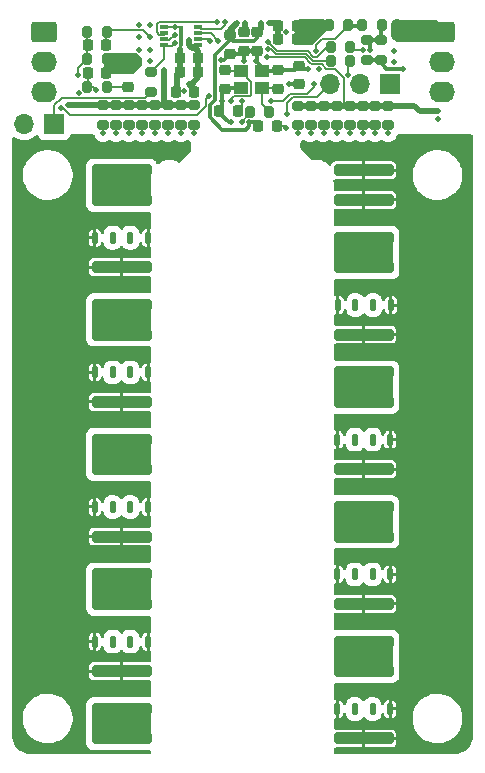
<source format=gbl>
G04 #@! TF.GenerationSoftware,KiCad,Pcbnew,(6.0.7)*
G04 #@! TF.CreationDate,2022-10-27T11:39:27+02:00*
G04 #@! TF.ProjectId,FluidPresenceSensor,466c7569-6450-4726-9573-656e63655365,rev?*
G04 #@! TF.SameCoordinates,Original*
G04 #@! TF.FileFunction,Copper,L4,Bot*
G04 #@! TF.FilePolarity,Positive*
%FSLAX46Y46*%
G04 Gerber Fmt 4.6, Leading zero omitted, Abs format (unit mm)*
G04 Created by KiCad (PCBNEW (6.0.7)) date 2022-10-27 11:39:27*
%MOMM*%
%LPD*%
G01*
G04 APERTURE LIST*
G04 Aperture macros list*
%AMRoundRect*
0 Rectangle with rounded corners*
0 $1 Rounding radius*
0 $2 $3 $4 $5 $6 $7 $8 $9 X,Y pos of 4 corners*
0 Add a 4 corners polygon primitive as box body*
4,1,4,$2,$3,$4,$5,$6,$7,$8,$9,$2,$3,0*
0 Add four circle primitives for the rounded corners*
1,1,$1+$1,$2,$3*
1,1,$1+$1,$4,$5*
1,1,$1+$1,$6,$7*
1,1,$1+$1,$8,$9*
0 Add four rect primitives between the rounded corners*
20,1,$1+$1,$2,$3,$4,$5,0*
20,1,$1+$1,$4,$5,$6,$7,0*
20,1,$1+$1,$6,$7,$8,$9,0*
20,1,$1+$1,$8,$9,$2,$3,0*%
G04 Aperture macros list end*
G04 #@! TA.AperFunction,ComponentPad*
%ADD10O,1.050000X1.900000*%
G04 #@! TD*
G04 #@! TA.AperFunction,ComponentPad*
%ADD11R,1.700000X1.700000*%
G04 #@! TD*
G04 #@! TA.AperFunction,ComponentPad*
%ADD12O,1.700000X1.700000*%
G04 #@! TD*
G04 #@! TA.AperFunction,SMDPad,CuDef*
%ADD13RoundRect,0.125000X2.375000X0.375000X-2.375000X0.375000X-2.375000X-0.375000X2.375000X-0.375000X0*%
G04 #@! TD*
G04 #@! TA.AperFunction,SMDPad,CuDef*
%ADD14RoundRect,0.200000X0.275000X-0.200000X0.275000X0.200000X-0.275000X0.200000X-0.275000X-0.200000X0*%
G04 #@! TD*
G04 #@! TA.AperFunction,SMDPad,CuDef*
%ADD15RoundRect,0.125000X-0.125000X-0.375000X0.125000X-0.375000X0.125000X0.375000X-0.125000X0.375000X0*%
G04 #@! TD*
G04 #@! TA.AperFunction,SMDPad,CuDef*
%ADD16RoundRect,0.200000X-0.275000X0.200000X-0.275000X-0.200000X0.275000X-0.200000X0.275000X0.200000X0*%
G04 #@! TD*
G04 #@! TA.AperFunction,SMDPad,CuDef*
%ADD17RoundRect,0.225000X-0.250000X0.225000X-0.250000X-0.225000X0.250000X-0.225000X0.250000X0.225000X0*%
G04 #@! TD*
G04 #@! TA.AperFunction,SMDPad,CuDef*
%ADD18R,1.150000X1.000000*%
G04 #@! TD*
G04 #@! TA.AperFunction,SMDPad,CuDef*
%ADD19RoundRect,0.225000X0.225000X0.250000X-0.225000X0.250000X-0.225000X-0.250000X0.225000X-0.250000X0*%
G04 #@! TD*
G04 #@! TA.AperFunction,SMDPad,CuDef*
%ADD20RoundRect,0.125000X0.125000X0.375000X-0.125000X0.375000X-0.125000X-0.375000X0.125000X-0.375000X0*%
G04 #@! TD*
G04 #@! TA.AperFunction,SMDPad,CuDef*
%ADD21RoundRect,0.225000X-0.225000X-0.250000X0.225000X-0.250000X0.225000X0.250000X-0.225000X0.250000X0*%
G04 #@! TD*
G04 #@! TA.AperFunction,SMDPad,CuDef*
%ADD22RoundRect,0.200000X-0.200000X-0.275000X0.200000X-0.275000X0.200000X0.275000X-0.200000X0.275000X0*%
G04 #@! TD*
G04 #@! TA.AperFunction,SMDPad,CuDef*
%ADD23RoundRect,0.225000X0.250000X-0.225000X0.250000X0.225000X-0.250000X0.225000X-0.250000X-0.225000X0*%
G04 #@! TD*
G04 #@! TA.AperFunction,SMDPad,CuDef*
%ADD24RoundRect,0.200000X0.200000X0.275000X-0.200000X0.275000X-0.200000X-0.275000X0.200000X-0.275000X0*%
G04 #@! TD*
G04 #@! TA.AperFunction,ComponentPad*
%ADD25RoundRect,0.250000X-0.845000X0.620000X-0.845000X-0.620000X0.845000X-0.620000X0.845000X0.620000X0*%
G04 #@! TD*
G04 #@! TA.AperFunction,ComponentPad*
%ADD26O,2.190000X1.740000*%
G04 #@! TD*
G04 #@! TA.AperFunction,SMDPad,CuDef*
%ADD27R,0.750000X0.300000*%
G04 #@! TD*
G04 #@! TA.AperFunction,SMDPad,CuDef*
%ADD28R,0.300000X1.700000*%
G04 #@! TD*
G04 #@! TA.AperFunction,ViaPad*
%ADD29C,0.500000*%
G04 #@! TD*
G04 #@! TA.AperFunction,Conductor*
%ADD30C,0.127000*%
G04 #@! TD*
G04 #@! TA.AperFunction,Conductor*
%ADD31C,0.300000*%
G04 #@! TD*
G04 #@! TA.AperFunction,Conductor*
%ADD32C,0.200000*%
G04 #@! TD*
G04 #@! TA.AperFunction,Conductor*
%ADD33C,0.500000*%
G04 #@! TD*
G04 APERTURE END LIST*
D10*
X108075000Y-31250000D03*
X100925000Y-31250000D03*
D11*
X79050000Y-39175000D03*
D12*
X76510000Y-39175000D03*
D13*
X105250000Y-91200000D03*
D14*
X87600000Y-39225000D03*
X87600000Y-37575000D03*
X107350000Y-39275000D03*
X107350000Y-37625000D03*
D15*
X106000000Y-88700000D03*
D16*
X106700000Y-32075000D03*
X106700000Y-33725000D03*
D17*
X95100000Y-31425000D03*
X95100000Y-32975000D03*
D14*
X101850000Y-39275000D03*
X101850000Y-37625000D03*
X102950000Y-39275000D03*
X102950000Y-37625000D03*
D15*
X106000000Y-77300000D03*
X104550000Y-54500000D03*
D13*
X84750000Y-85500000D03*
D18*
X94875000Y-34700000D03*
X96625000Y-34700000D03*
X96625000Y-36100000D03*
X94875000Y-36100000D03*
D19*
X91225000Y-33600000D03*
X89675000Y-33600000D03*
D20*
X84000000Y-71600000D03*
X103000000Y-88700000D03*
D14*
X84300000Y-39225000D03*
X84300000Y-37575000D03*
D13*
X84750000Y-68400000D03*
D17*
X85275000Y-34475000D03*
X85275000Y-36025000D03*
X96250000Y-31425000D03*
X96250000Y-32975000D03*
D20*
X87000000Y-48800000D03*
D14*
X105150000Y-39275000D03*
X105150000Y-37625000D03*
D21*
X98025000Y-30850000D03*
X99575000Y-30850000D03*
D22*
X81850000Y-33650000D03*
X83500000Y-33650000D03*
D19*
X83425000Y-34850000D03*
X81875000Y-34850000D03*
D13*
X84750000Y-91200000D03*
D20*
X82500000Y-48800000D03*
X107500000Y-77300000D03*
D13*
X105250000Y-85500000D03*
D23*
X98000000Y-36175000D03*
X98000000Y-34625000D03*
D13*
X105250000Y-62700000D03*
D20*
X84000000Y-83000000D03*
D14*
X106250000Y-39275000D03*
X106250000Y-37625000D03*
D13*
X105250000Y-48800000D03*
X105250000Y-74100000D03*
X105250000Y-43100000D03*
X84750000Y-57000000D03*
D24*
X103925000Y-30800000D03*
X102275000Y-30800000D03*
D20*
X82500000Y-83000000D03*
D13*
X84750000Y-74100000D03*
X84750000Y-88700000D03*
D15*
X104500000Y-77300000D03*
D20*
X84000000Y-60200000D03*
D21*
X81900000Y-32500000D03*
X83450000Y-32500000D03*
D13*
X105250000Y-51300000D03*
D14*
X90900000Y-39225000D03*
X90900000Y-37575000D03*
D20*
X87000000Y-71600000D03*
D13*
X84750000Y-77300000D03*
D20*
X84000000Y-48800000D03*
D13*
X105250000Y-45600000D03*
D14*
X85400000Y-39225000D03*
X85400000Y-37575000D03*
D16*
X105500000Y-32075000D03*
X105500000Y-33725000D03*
D13*
X105250000Y-57000000D03*
D20*
X85500000Y-60200000D03*
D24*
X83500000Y-31400000D03*
X81850000Y-31400000D03*
X104125000Y-33800000D03*
X102475000Y-33800000D03*
D15*
X104500000Y-65900000D03*
D21*
X96325000Y-39350000D03*
X97875000Y-39350000D03*
D20*
X103000000Y-65900000D03*
X107500000Y-65900000D03*
D14*
X100750000Y-39275000D03*
X100750000Y-37625000D03*
D13*
X105250000Y-71600000D03*
D20*
X85500000Y-83000000D03*
D22*
X95625000Y-38150000D03*
X97275000Y-38150000D03*
D25*
X111920000Y-31360000D03*
D26*
X111920000Y-33900000D03*
X111920000Y-36440000D03*
D13*
X84750000Y-54500000D03*
D24*
X104125000Y-32650000D03*
X102475000Y-32650000D03*
D20*
X82500000Y-71600000D03*
D27*
X88350000Y-32500000D03*
X88350000Y-32000000D03*
X88350000Y-31500000D03*
X88350000Y-31000000D03*
X91250000Y-31000000D03*
X91250000Y-31500000D03*
X91250000Y-32000000D03*
X91250000Y-32500000D03*
D28*
X89800000Y-31750000D03*
D24*
X106775000Y-30800000D03*
X105125000Y-30800000D03*
D14*
X83200000Y-39225000D03*
X83200000Y-37575000D03*
D11*
X107500000Y-35750000D03*
D12*
X104960000Y-35750000D03*
X102420000Y-35750000D03*
D14*
X104050000Y-39275000D03*
X104050000Y-37625000D03*
D15*
X104500000Y-88700000D03*
D16*
X87250000Y-34775000D03*
X87250000Y-36425000D03*
D13*
X105250000Y-68400000D03*
X84750000Y-43100000D03*
D19*
X90875000Y-36500000D03*
X89325000Y-36500000D03*
D13*
X84750000Y-79800000D03*
D15*
X106050000Y-54500000D03*
X106000000Y-65900000D03*
D14*
X99650000Y-39275000D03*
X99650000Y-37625000D03*
D25*
X78170000Y-31360000D03*
D26*
X78170000Y-33900000D03*
X78170000Y-36440000D03*
D13*
X84750000Y-45600000D03*
D21*
X98025000Y-32000000D03*
X99575000Y-32000000D03*
D14*
X86500000Y-39225000D03*
X86500000Y-37575000D03*
X89800000Y-39225000D03*
X89800000Y-37575000D03*
D17*
X93950000Y-31675000D03*
X93950000Y-33225000D03*
D20*
X85500000Y-71600000D03*
D17*
X93550000Y-34625000D03*
X93550000Y-36175000D03*
D14*
X88700000Y-39225000D03*
X88700000Y-37575000D03*
D13*
X105250000Y-60200000D03*
D22*
X81850000Y-36000000D03*
X83500000Y-36000000D03*
D20*
X82500000Y-60200000D03*
D13*
X105250000Y-79800000D03*
X84750000Y-65900000D03*
X84750000Y-51300000D03*
D23*
X99800000Y-35775000D03*
X99800000Y-34225000D03*
D20*
X103050000Y-54500000D03*
X87000000Y-83000000D03*
X107500000Y-88700000D03*
D19*
X94575000Y-38100000D03*
X93025000Y-38100000D03*
D20*
X87000000Y-60200000D03*
D19*
X91225000Y-34750000D03*
X89675000Y-34750000D03*
D20*
X103000000Y-77300000D03*
X107550000Y-54500000D03*
D13*
X84750000Y-62700000D03*
X105250000Y-83000000D03*
D20*
X85500000Y-48800000D03*
D29*
X94050000Y-37250000D03*
X93200000Y-33750000D03*
X86200000Y-30750000D03*
X98700000Y-39550000D03*
X100550000Y-34550000D03*
X86200000Y-32900000D03*
X95100000Y-33800000D03*
X81123571Y-36510000D03*
X89700000Y-32850000D03*
X111500000Y-38750000D03*
X89250000Y-31000000D03*
X107800000Y-33000000D03*
X86200000Y-31800000D03*
X84250000Y-33450000D03*
X101488873Y-34540000D03*
X107800000Y-33950000D03*
X93986127Y-39006000D03*
X93250000Y-37250000D03*
X96100000Y-33800000D03*
X84250000Y-34050000D03*
X90048500Y-36381314D03*
X86200000Y-33850000D03*
X87150000Y-30750000D03*
X98950000Y-35800000D03*
X97200000Y-30600000D03*
X87150000Y-32900000D03*
X98700000Y-31400000D03*
X95167978Y-30602996D03*
X87150000Y-33850000D03*
X94950000Y-37240000D03*
X87150000Y-31800000D03*
X90500000Y-35750000D03*
X90450000Y-32050000D03*
X96550000Y-30600000D03*
X94541483Y-30599959D03*
X95550000Y-39001500D03*
X82600000Y-36300000D03*
X81048500Y-35000000D03*
X105800000Y-32940000D03*
X105150000Y-32940000D03*
X103910890Y-34990785D03*
X101061796Y-35796303D03*
X97386234Y-37196558D03*
X98761127Y-38344000D03*
X94923497Y-39001500D03*
X97113873Y-32836127D03*
X97150000Y-32200000D03*
X89250000Y-32350000D03*
X108600000Y-34500000D03*
X101200000Y-33000000D03*
X79600000Y-37800000D03*
X92150000Y-36800000D03*
X89250000Y-31650000D03*
X92861127Y-30538873D03*
X93487415Y-30555257D03*
X92950000Y-32126500D03*
X92200000Y-32150000D03*
X86950000Y-70150000D03*
X86950000Y-75600000D03*
X75850000Y-41000000D03*
X87000000Y-86950000D03*
X76150000Y-65350000D03*
X81800000Y-40450000D03*
X86950000Y-64200000D03*
X89950000Y-41800000D03*
X86950000Y-58650000D03*
X86950000Y-52850000D03*
X86950000Y-47150000D03*
X76500000Y-91500000D03*
X86950000Y-81600000D03*
X113500000Y-91500000D03*
X103100000Y-87200000D03*
X108300000Y-92200000D03*
X103050000Y-75850000D03*
X103050000Y-47050000D03*
X103050000Y-58400000D03*
X103050000Y-64400000D03*
X103050000Y-53000000D03*
X114100000Y-40400000D03*
X103050000Y-81250000D03*
X103050000Y-69900000D03*
X100300000Y-41300000D03*
X108850000Y-40450000D03*
X84000000Y-83000000D03*
X83200000Y-39950000D03*
X85500000Y-83000000D03*
X84300000Y-39950000D03*
X84000000Y-71600000D03*
X85400000Y-39950000D03*
X86500000Y-39950000D03*
X85500000Y-71600000D03*
X88700000Y-39950000D03*
X85500000Y-60200000D03*
X89800000Y-39950000D03*
X84000000Y-48800000D03*
X85500000Y-48750000D03*
X90900000Y-39950000D03*
X99650000Y-39950000D03*
X104550000Y-54500000D03*
X100750000Y-39950000D03*
X106050000Y-54500000D03*
X101850000Y-39950000D03*
X104500000Y-65900000D03*
X102950000Y-39950000D03*
X106000000Y-65900000D03*
X104050000Y-39950000D03*
X104500000Y-77300000D03*
X106000000Y-77300000D03*
X105150000Y-39950000D03*
X104500000Y-88700000D03*
X106250000Y-39950000D03*
X106000000Y-88700000D03*
X107350000Y-39950000D03*
X88350000Y-34600000D03*
X80250000Y-37600000D03*
X111550000Y-38100000D03*
X97043357Y-33458648D03*
X84000000Y-60200000D03*
X87600000Y-39950000D03*
D30*
X94050000Y-37250000D02*
X94050000Y-37050000D01*
X95650000Y-36800000D02*
X95750000Y-36700000D01*
X95750000Y-36700000D02*
X95750000Y-35575000D01*
X94300000Y-36800000D02*
X95650000Y-36800000D01*
X94875000Y-34700000D02*
X93625000Y-34700000D01*
X94050000Y-37050000D02*
X94300000Y-36800000D01*
X95750000Y-35575000D02*
X94875000Y-34700000D01*
X93625000Y-34700000D02*
X93550000Y-34625000D01*
D31*
X102275000Y-30900000D02*
X101275000Y-30900000D01*
D32*
X89250000Y-31000000D02*
X89600000Y-31000000D01*
D31*
X93250000Y-37250000D02*
X93250000Y-36475000D01*
X93250000Y-36475000D02*
X93550000Y-36175000D01*
X93250000Y-37975000D02*
X93025000Y-38200000D01*
X96625000Y-34325000D02*
X96625000Y-34700000D01*
D32*
X89600000Y-31000000D02*
X89800000Y-31200000D01*
D33*
X89475000Y-36500000D02*
X89475000Y-34950000D01*
D31*
X93831000Y-39006000D02*
X93025000Y-38200000D01*
X94850000Y-33225000D02*
X95100000Y-32975000D01*
D32*
X89800000Y-31750000D02*
X89800000Y-32750000D01*
D31*
X100175000Y-32000000D02*
X100925000Y-31250000D01*
D32*
X89800000Y-32750000D02*
X89700000Y-32850000D01*
D31*
X99575000Y-32000000D02*
X100175000Y-32000000D01*
X95100000Y-33800000D02*
X95100000Y-32975000D01*
X93625000Y-36100000D02*
X93550000Y-36175000D01*
X100125000Y-34550000D02*
X99800000Y-34225000D01*
X101275000Y-30900000D02*
X100925000Y-31250000D01*
D32*
X89443686Y-36381314D02*
X90048500Y-36381314D01*
D31*
X93950000Y-33225000D02*
X94850000Y-33225000D01*
X96625000Y-34700000D02*
X97925000Y-34700000D01*
X93200000Y-33750000D02*
X93425000Y-33750000D01*
X93986127Y-39006000D02*
X93831000Y-39006000D01*
D32*
X89325000Y-36500000D02*
X89443686Y-36381314D01*
D31*
X99575000Y-30850000D02*
X99575000Y-32000000D01*
X96250000Y-33650000D02*
X96250000Y-32975000D01*
X99400000Y-34625000D02*
X99800000Y-34225000D01*
D32*
X89800000Y-31200000D02*
X89800000Y-31750000D01*
D33*
X89700000Y-32850000D02*
X89700000Y-34725000D01*
D31*
X95100000Y-32975000D02*
X96250000Y-32975000D01*
D32*
X88350000Y-31000000D02*
X89250000Y-31000000D01*
D30*
X83500000Y-33650000D02*
X83850000Y-33650000D01*
D33*
X89475000Y-34950000D02*
X89675000Y-34750000D01*
D31*
X96100000Y-33800000D02*
X96625000Y-34325000D01*
X97925000Y-34700000D02*
X98000000Y-34625000D01*
D30*
X83850000Y-33650000D02*
X84250000Y-34050000D01*
D32*
X98500000Y-39350000D02*
X98700000Y-39550000D01*
D31*
X93425000Y-33750000D02*
X93950000Y-33225000D01*
X96100000Y-33800000D02*
X96250000Y-33650000D01*
D33*
X89700000Y-34725000D02*
X89675000Y-34750000D01*
D31*
X98000000Y-34625000D02*
X99400000Y-34625000D01*
X94875000Y-36100000D02*
X93625000Y-36100000D01*
D32*
X97875000Y-39350000D02*
X98500000Y-39350000D01*
D31*
X100550000Y-34550000D02*
X100125000Y-34550000D01*
X93250000Y-37250000D02*
X93250000Y-37975000D01*
D30*
X96625000Y-36100000D02*
X97925000Y-36100000D01*
X97275000Y-38150000D02*
X96625000Y-37500000D01*
X97925000Y-36100000D02*
X98000000Y-36175000D01*
X96625000Y-37500000D02*
X96625000Y-36100000D01*
D33*
X91225000Y-32975000D02*
X91225000Y-33600000D01*
D32*
X86600000Y-31250000D02*
X83650000Y-31250000D01*
D31*
X98950000Y-35800000D02*
X99775000Y-35800000D01*
D33*
X95168483Y-31356517D02*
X95168483Y-30602996D01*
D31*
X99775000Y-35800000D02*
X99800000Y-35775000D01*
D32*
X94950000Y-37825000D02*
X94575000Y-38200000D01*
D33*
X97200000Y-30600000D02*
X97775000Y-30600000D01*
X90700000Y-32750000D02*
X91000000Y-32750000D01*
X95100000Y-31425000D02*
X95168483Y-31356517D01*
X97775000Y-30600000D02*
X98025000Y-30850000D01*
X90500000Y-35750000D02*
X90700000Y-35750000D01*
X91225000Y-34750000D02*
X91225000Y-33600000D01*
X91225000Y-35225000D02*
X91225000Y-34750000D01*
X91025000Y-36500000D02*
X91025000Y-36275000D01*
D32*
X83650000Y-31250000D02*
X83500000Y-31400000D01*
D33*
X90450000Y-32500000D02*
X90700000Y-32750000D01*
D32*
X83450000Y-31450000D02*
X83500000Y-31400000D01*
D33*
X91000000Y-32750000D02*
X91225000Y-32975000D01*
D32*
X87150000Y-31800000D02*
X86600000Y-31250000D01*
D33*
X90700000Y-35750000D02*
X91225000Y-35225000D01*
D32*
X94950000Y-37240000D02*
X94950000Y-37825000D01*
D33*
X91025000Y-36275000D02*
X90500000Y-35750000D01*
D32*
X83450000Y-32500000D02*
X83450000Y-31450000D01*
X91250000Y-32500000D02*
X90450000Y-32500000D01*
X91000000Y-32750000D02*
X91250000Y-32500000D01*
D33*
X98025000Y-32000000D02*
X98025000Y-30850000D01*
X90450000Y-32050000D02*
X90450000Y-32500000D01*
D32*
X83500000Y-36000000D02*
X85250000Y-36000000D01*
X85250000Y-36000000D02*
X85275000Y-36025000D01*
D31*
X94550000Y-32150000D02*
X94552000Y-32152000D01*
D30*
X96026500Y-39001500D02*
X96225000Y-39200000D01*
D31*
X94552000Y-32152000D02*
X95998000Y-32152000D01*
X92250000Y-38609935D02*
X93280565Y-39640500D01*
X95550000Y-39350000D02*
X95550000Y-39001500D01*
X93280565Y-39640500D02*
X95259500Y-39640500D01*
D30*
X95550000Y-39001500D02*
X96026500Y-39001500D01*
D31*
X92673000Y-33302000D02*
X92673000Y-36577709D01*
X95976500Y-39001500D02*
X96325000Y-39350000D01*
X95550000Y-39001500D02*
X95976500Y-39001500D01*
X95998000Y-32152000D02*
X96250000Y-31900000D01*
X92677000Y-37123000D02*
X92250000Y-37550000D01*
X95259500Y-39640500D02*
X95550000Y-39350000D01*
D33*
X93950000Y-31191442D02*
X94541483Y-30599959D01*
X93950000Y-31425000D02*
X93950000Y-31191442D01*
D31*
X96250000Y-31900000D02*
X96250000Y-31425000D01*
D33*
X96550000Y-31125000D02*
X96250000Y-31425000D01*
X96550000Y-30600000D02*
X96550000Y-31125000D01*
D31*
X92250000Y-37550000D02*
X92250000Y-38609935D01*
X92677000Y-36581709D02*
X92677000Y-37123000D01*
X92673000Y-36577709D02*
X92677000Y-36581709D01*
X94200000Y-32150000D02*
X94550000Y-32150000D01*
X93950000Y-31900000D02*
X94200000Y-32150000D01*
X93950000Y-31425000D02*
X93950000Y-31900000D01*
X94000000Y-31975000D02*
X92673000Y-33302000D01*
D32*
X82300000Y-36000000D02*
X81850000Y-36000000D01*
X81875000Y-35975000D02*
X81850000Y-36000000D01*
X81875000Y-34850000D02*
X81875000Y-35975000D01*
X82600000Y-36300000D02*
X82300000Y-36000000D01*
X81048500Y-35000000D02*
X81050000Y-34998500D01*
X81050000Y-34998500D02*
X81050000Y-34450000D01*
X81850000Y-31400000D02*
X81850000Y-33650000D01*
X81050000Y-34450000D02*
X81850000Y-33650000D01*
D31*
X105500000Y-32075000D02*
X106700000Y-32075000D01*
X105800000Y-32940000D02*
X105800000Y-32375000D01*
X106700000Y-32075000D02*
X106700000Y-30875000D01*
X105800000Y-32940000D02*
X105800000Y-32475000D01*
X106700000Y-30875000D02*
X106775000Y-30800000D01*
X105800000Y-32375000D02*
X105500000Y-32075000D01*
D30*
X104165000Y-32940000D02*
X103875000Y-32650000D01*
X105150000Y-32940000D02*
X104165000Y-32940000D01*
X103910890Y-34990785D02*
X103910890Y-33835890D01*
X97386234Y-37196558D02*
X98453442Y-37196558D01*
X98996000Y-36654000D02*
X98996000Y-36646000D01*
X100454000Y-36646000D02*
X101061796Y-36038204D01*
X98996000Y-36646000D02*
X100454000Y-36646000D01*
X101061796Y-36038204D02*
X101061796Y-35796303D01*
X98453442Y-37196558D02*
X98996000Y-36654000D01*
X98761127Y-37388873D02*
X98761127Y-38344000D01*
X99250000Y-36900000D02*
X98761127Y-37388873D01*
X102420000Y-35750000D02*
X101270000Y-36900000D01*
X101270000Y-36900000D02*
X99250000Y-36900000D01*
X94923497Y-39001500D02*
X95475000Y-38449997D01*
X97113873Y-32836127D02*
X97376917Y-32836127D01*
X100940790Y-33800000D02*
X102225000Y-33800000D01*
X100390790Y-33250000D02*
X100940790Y-33800000D01*
X97790790Y-33250000D02*
X100390790Y-33250000D01*
X97376917Y-32836127D02*
X97790790Y-33250000D01*
X100496000Y-32996000D02*
X101000000Y-33500000D01*
X97946000Y-32996000D02*
X100496000Y-32996000D01*
X102172962Y-32650000D02*
X102225000Y-32650000D01*
X101000000Y-33500000D02*
X101322962Y-33500000D01*
X97150000Y-32200000D02*
X97946000Y-32996000D01*
X101322962Y-33500000D02*
X102172962Y-32650000D01*
X88350000Y-32500000D02*
X88350000Y-33675000D01*
X89000000Y-32600000D02*
X88350000Y-32600000D01*
X89250000Y-32350000D02*
X89000000Y-32600000D01*
X88350000Y-33675000D02*
X87250000Y-34775000D01*
D31*
X106700000Y-34000000D02*
X107000000Y-34300000D01*
X105500000Y-33725000D02*
X106700000Y-33725000D01*
X106700000Y-33725000D02*
X106700000Y-34000000D01*
X107177000Y-34477000D02*
X108000000Y-34477000D01*
X107000000Y-34300000D02*
X107177000Y-34477000D01*
X108577000Y-34477000D02*
X108600000Y-34500000D01*
X108000000Y-34477000D02*
X108577000Y-34477000D01*
D30*
X101200000Y-33000000D02*
X101200000Y-32500000D01*
X102840500Y-31984500D02*
X103925000Y-30900000D01*
D31*
X105125000Y-30900000D02*
X103925000Y-30900000D01*
D30*
X101200000Y-32500000D02*
X101715500Y-31984500D01*
X101715500Y-31984500D02*
X102840500Y-31984500D01*
X80406000Y-38450000D02*
X79756000Y-37800000D01*
X91900000Y-37050000D02*
X91900000Y-37652250D01*
X79756000Y-37800000D02*
X79600000Y-37800000D01*
X92150000Y-36800000D02*
X91900000Y-37050000D01*
X91900000Y-37652250D02*
X91102250Y-38450000D01*
X91102250Y-38450000D02*
X80406000Y-38450000D01*
X88800000Y-32100000D02*
X88350000Y-32100000D01*
X89250000Y-31650000D02*
X88800000Y-32100000D01*
X87911127Y-30538873D02*
X92861127Y-30538873D01*
X88350000Y-31600000D02*
X87944000Y-31600000D01*
X87750000Y-30700000D02*
X87911127Y-30538873D01*
X87750000Y-31406000D02*
X87750000Y-30700000D01*
X87944000Y-31600000D02*
X87750000Y-31406000D01*
X93150000Y-31100000D02*
X91450000Y-31100000D01*
X91450000Y-31100000D02*
X91350000Y-31000000D01*
X93487415Y-30762585D02*
X93150000Y-31100000D01*
X93487415Y-30555257D02*
X93487415Y-30762585D01*
X92950000Y-32126500D02*
X92323500Y-31500000D01*
X92323500Y-31500000D02*
X91350000Y-31500000D01*
X92200000Y-32150000D02*
X92200000Y-31999462D01*
X92200000Y-31999462D02*
X92150538Y-31950000D01*
X92150538Y-31950000D02*
X91400000Y-31950000D01*
X79700000Y-36950000D02*
X79050000Y-37600000D01*
X79050000Y-37600000D02*
X79050000Y-39175000D01*
X87250000Y-36425000D02*
X86725000Y-36950000D01*
X86725000Y-36950000D02*
X79700000Y-36950000D01*
X83200000Y-39275000D02*
X83200000Y-39950000D01*
X84300000Y-39275000D02*
X84300000Y-39950000D01*
X85400000Y-39275000D02*
X85400000Y-39950000D01*
X86500000Y-39275000D02*
X86500000Y-39950000D01*
X88700000Y-39275000D02*
X88700000Y-39950000D01*
X89800000Y-39275000D02*
X89800000Y-39950000D01*
X90900000Y-39275000D02*
X90900000Y-39950000D01*
X99650000Y-39950000D02*
X99650000Y-39275000D01*
X100750000Y-39275000D02*
X100750000Y-39950000D01*
X101850000Y-39275000D02*
X101850000Y-39950000D01*
X102950000Y-39275000D02*
X102950000Y-39950000D01*
X104050000Y-39275000D02*
X104050000Y-39950000D01*
X105150000Y-39275000D02*
X105150000Y-39950000D01*
X106250000Y-39275000D02*
X106250000Y-39950000D01*
X107350000Y-39275000D02*
X107350000Y-39950000D01*
D33*
X88350000Y-37275000D02*
X88700000Y-37625000D01*
X90875000Y-37600000D02*
X90900000Y-37625000D01*
X80250000Y-37600000D02*
X90875000Y-37600000D01*
D30*
X88125000Y-37625000D02*
X90900000Y-37625000D01*
D33*
X88350000Y-34600000D02*
X88350000Y-37275000D01*
D30*
X81000000Y-37625000D02*
X88125000Y-37625000D01*
D33*
X111550000Y-38100000D02*
X110025000Y-38100000D01*
D30*
X101700000Y-34100000D02*
X102100000Y-34500000D01*
X100850000Y-34100000D02*
X101700000Y-34100000D01*
X109550000Y-37575000D02*
X99650000Y-37575000D01*
D33*
X109550000Y-37625000D02*
X99650000Y-37625000D01*
D30*
X103575000Y-35275000D02*
X103575000Y-37575000D01*
X100725000Y-33975000D02*
X100850000Y-34100000D01*
X102100000Y-34500000D02*
X102800000Y-34500000D01*
X97043357Y-33458648D02*
X97088709Y-33504000D01*
X100254000Y-33504000D02*
X100725000Y-33975000D01*
X102800000Y-34500000D02*
X103575000Y-35275000D01*
X97088709Y-33504000D02*
X100254000Y-33504000D01*
D33*
X110025000Y-38100000D02*
X109550000Y-37625000D01*
D30*
X87600000Y-39275000D02*
X87600000Y-39950000D01*
G04 #@! TA.AperFunction,Conductor*
G36*
X114441621Y-40070002D02*
G01*
X114488114Y-40123658D01*
X114499500Y-40176000D01*
X114499500Y-90951259D01*
X114498000Y-90970643D01*
X114494391Y-90993823D01*
X114495555Y-91002725D01*
X114495555Y-91002727D01*
X114496328Y-91008635D01*
X114497071Y-91033959D01*
X114494398Y-91071329D01*
X114484880Y-91204410D01*
X114482322Y-91222204D01*
X114459526Y-91327000D01*
X114440676Y-91413652D01*
X114435610Y-91430902D01*
X114367140Y-91614474D01*
X114359673Y-91630826D01*
X114265778Y-91802783D01*
X114256058Y-91817907D01*
X114138644Y-91974753D01*
X114126871Y-91988339D01*
X113988339Y-92126871D01*
X113974753Y-92138644D01*
X113817907Y-92256058D01*
X113802783Y-92265778D01*
X113630826Y-92359673D01*
X113614474Y-92367140D01*
X113430902Y-92435610D01*
X113413657Y-92440674D01*
X113243073Y-92477782D01*
X113222204Y-92482322D01*
X113204410Y-92484880D01*
X113180663Y-92486578D01*
X113040967Y-92496570D01*
X113024022Y-92495865D01*
X113024022Y-92495882D01*
X113015049Y-92495772D01*
X113006177Y-92494391D01*
X112997275Y-92495555D01*
X112997272Y-92495555D01*
X112975244Y-92498436D01*
X112958907Y-92499500D01*
X102876000Y-92499500D01*
X102807879Y-92479498D01*
X102761386Y-92425842D01*
X102750000Y-92373500D01*
X102750000Y-92080000D01*
X102770002Y-92011879D01*
X102823658Y-91965386D01*
X102876000Y-91954000D01*
X105104885Y-91954000D01*
X105120124Y-91949525D01*
X105121329Y-91948135D01*
X105123000Y-91940452D01*
X105123000Y-91935885D01*
X105377000Y-91935885D01*
X105381475Y-91951124D01*
X105382865Y-91952329D01*
X105390548Y-91954000D01*
X107656320Y-91954000D01*
X107665481Y-91953330D01*
X107725731Y-91944461D01*
X107744205Y-91938720D01*
X107839328Y-91892017D01*
X107856033Y-91880057D01*
X107930459Y-91805501D01*
X107942391Y-91788773D01*
X107988931Y-91693561D01*
X107994639Y-91675094D01*
X108003340Y-91615453D01*
X108004000Y-91606353D01*
X108004000Y-91345115D01*
X107999525Y-91329876D01*
X107998135Y-91328671D01*
X107990452Y-91327000D01*
X105395115Y-91327000D01*
X105379876Y-91331475D01*
X105378671Y-91332865D01*
X105377000Y-91340548D01*
X105377000Y-91935885D01*
X105123000Y-91935885D01*
X105123000Y-91054885D01*
X105377000Y-91054885D01*
X105381475Y-91070124D01*
X105382865Y-91071329D01*
X105390548Y-91073000D01*
X107985885Y-91073000D01*
X108001124Y-91068525D01*
X108002329Y-91067135D01*
X108004000Y-91059452D01*
X108004000Y-90793680D01*
X108003330Y-90784519D01*
X107994461Y-90724269D01*
X107988720Y-90705795D01*
X107942017Y-90610672D01*
X107930057Y-90593967D01*
X107855501Y-90519541D01*
X107838773Y-90507609D01*
X107743561Y-90461069D01*
X107725094Y-90455361D01*
X107665453Y-90446660D01*
X107656353Y-90446000D01*
X105395115Y-90446000D01*
X105379876Y-90450475D01*
X105378671Y-90451865D01*
X105377000Y-90459548D01*
X105377000Y-91054885D01*
X105123000Y-91054885D01*
X105123000Y-90464115D01*
X105118525Y-90448876D01*
X105117135Y-90447671D01*
X105109452Y-90446000D01*
X102876000Y-90446000D01*
X102807879Y-90425998D01*
X102761386Y-90372342D01*
X102750000Y-90320000D01*
X102750000Y-89579119D01*
X102770002Y-89510998D01*
X102823658Y-89464505D01*
X102840502Y-89458223D01*
X102870124Y-89449525D01*
X102871329Y-89448135D01*
X102873000Y-89440452D01*
X102873000Y-89435885D01*
X103127000Y-89435885D01*
X103131475Y-89451124D01*
X103132865Y-89452329D01*
X103140548Y-89454000D01*
X103156320Y-89454000D01*
X103165481Y-89453330D01*
X103225731Y-89444461D01*
X103244205Y-89438720D01*
X103339328Y-89392017D01*
X103356033Y-89380057D01*
X103430459Y-89305501D01*
X103442391Y-89288773D01*
X103488931Y-89193561D01*
X103494639Y-89175093D01*
X103499920Y-89138894D01*
X103529546Y-89074374D01*
X103589351Y-89036113D01*
X103660347Y-89036259D01*
X103719994Y-89074766D01*
X103749354Y-89139407D01*
X103750212Y-89147200D01*
X103752291Y-89173627D01*
X103754086Y-89179804D01*
X103754087Y-89179810D01*
X103792519Y-89312095D01*
X103796382Y-89325390D01*
X103810996Y-89350101D01*
X103872792Y-89454593D01*
X103872794Y-89454596D01*
X103876830Y-89461420D01*
X103988580Y-89573170D01*
X103995404Y-89577206D01*
X103995407Y-89577208D01*
X104081147Y-89627914D01*
X104124610Y-89653618D01*
X104132221Y-89655829D01*
X104132223Y-89655830D01*
X104180743Y-89669926D01*
X104276373Y-89697709D01*
X104297674Y-89699385D01*
X104309380Y-89700307D01*
X104309389Y-89700307D01*
X104311837Y-89700500D01*
X104499847Y-89700500D01*
X104688162Y-89700499D01*
X104706854Y-89699028D01*
X104717209Y-89698214D01*
X104717210Y-89698214D01*
X104723627Y-89697709D01*
X104729807Y-89695914D01*
X104729810Y-89695913D01*
X104867777Y-89655830D01*
X104867779Y-89655829D01*
X104875390Y-89653618D01*
X104918853Y-89627914D01*
X105004593Y-89577208D01*
X105004596Y-89577206D01*
X105011420Y-89573170D01*
X105123170Y-89461420D01*
X105141549Y-89430344D01*
X105193439Y-89381893D01*
X105263290Y-89369188D01*
X105328921Y-89396263D01*
X105358450Y-89430342D01*
X105376830Y-89461420D01*
X105488580Y-89573170D01*
X105495404Y-89577206D01*
X105495407Y-89577208D01*
X105581147Y-89627914D01*
X105624610Y-89653618D01*
X105632221Y-89655829D01*
X105632223Y-89655830D01*
X105680743Y-89669926D01*
X105776373Y-89697709D01*
X105797674Y-89699385D01*
X105809380Y-89700307D01*
X105809389Y-89700307D01*
X105811837Y-89700500D01*
X105999847Y-89700500D01*
X106188162Y-89700499D01*
X106206854Y-89699028D01*
X106217209Y-89698214D01*
X106217210Y-89698214D01*
X106223627Y-89697709D01*
X106229807Y-89695914D01*
X106229810Y-89695913D01*
X106367777Y-89655830D01*
X106367779Y-89655829D01*
X106375390Y-89653618D01*
X106411606Y-89632200D01*
X109398747Y-89632200D01*
X109399306Y-89636444D01*
X109399306Y-89636448D01*
X109407739Y-89700500D01*
X109436129Y-89916149D01*
X109511702Y-90192398D01*
X109513386Y-90196346D01*
X109622375Y-90451865D01*
X109624068Y-90455835D01*
X109771146Y-90701585D01*
X109773830Y-90704936D01*
X109773832Y-90704938D01*
X109844928Y-90793680D01*
X109950215Y-90925100D01*
X110157962Y-91122245D01*
X110390543Y-91289371D01*
X110643653Y-91423386D01*
X110912610Y-91521810D01*
X111192436Y-91582822D01*
X111231901Y-91585928D01*
X111414597Y-91600307D01*
X111414604Y-91600307D01*
X111417053Y-91600500D01*
X111571992Y-91600500D01*
X111574128Y-91600354D01*
X111574139Y-91600354D01*
X111781460Y-91586220D01*
X111781466Y-91586219D01*
X111785737Y-91585928D01*
X111789932Y-91585059D01*
X111789934Y-91585059D01*
X111925962Y-91556889D01*
X112066186Y-91527850D01*
X112336158Y-91432248D01*
X112528709Y-91332865D01*
X112586851Y-91302856D01*
X112586852Y-91302856D01*
X112590658Y-91300891D01*
X112594159Y-91298430D01*
X112594163Y-91298428D01*
X112821471Y-91138673D01*
X112821477Y-91138668D01*
X112824976Y-91136209D01*
X112968620Y-91002727D01*
X113031633Y-90944172D01*
X113031636Y-90944169D01*
X113034776Y-90941251D01*
X113045575Y-90928058D01*
X113213461Y-90722941D01*
X113216177Y-90719623D01*
X113365820Y-90475427D01*
X113372123Y-90461069D01*
X113479214Y-90217110D01*
X113479215Y-90217106D01*
X113480938Y-90213182D01*
X113559400Y-89937739D01*
X113593164Y-89700499D01*
X113599149Y-89658448D01*
X113599149Y-89658446D01*
X113599754Y-89654196D01*
X113600926Y-89430346D01*
X113601231Y-89372086D01*
X113601231Y-89372080D01*
X113601253Y-89367800D01*
X113597798Y-89341552D01*
X113571117Y-89138894D01*
X113563871Y-89083851D01*
X113561279Y-89074374D01*
X113494062Y-88828671D01*
X113488298Y-88807602D01*
X113458244Y-88737141D01*
X113377618Y-88548117D01*
X113377616Y-88548113D01*
X113375932Y-88544165D01*
X113228854Y-88298415D01*
X113199551Y-88261838D01*
X113065487Y-88094499D01*
X113049785Y-88074900D01*
X112842038Y-87877755D01*
X112609457Y-87710629D01*
X112356347Y-87576614D01*
X112087390Y-87478190D01*
X111807564Y-87417178D01*
X111764389Y-87413780D01*
X111585403Y-87399693D01*
X111585396Y-87399693D01*
X111582947Y-87399500D01*
X111428008Y-87399500D01*
X111425872Y-87399646D01*
X111425861Y-87399646D01*
X111218540Y-87413780D01*
X111218534Y-87413781D01*
X111214263Y-87414072D01*
X111210068Y-87414941D01*
X111210066Y-87414941D01*
X111074039Y-87443111D01*
X110933814Y-87472150D01*
X110663842Y-87567752D01*
X110409342Y-87699109D01*
X110405841Y-87701570D01*
X110405837Y-87701572D01*
X110178529Y-87861327D01*
X110178523Y-87861332D01*
X110175024Y-87863791D01*
X109965224Y-88058749D01*
X109962510Y-88062065D01*
X109962507Y-88062068D01*
X109850362Y-88199083D01*
X109783823Y-88280377D01*
X109634180Y-88524573D01*
X109632453Y-88528507D01*
X109632452Y-88528509D01*
X109534000Y-88752789D01*
X109519062Y-88786818D01*
X109440600Y-89062261D01*
X109400246Y-89345804D01*
X109399683Y-89453330D01*
X109399002Y-89583553D01*
X109398747Y-89632200D01*
X106411606Y-89632200D01*
X106418853Y-89627914D01*
X106504593Y-89577208D01*
X106504596Y-89577206D01*
X106511420Y-89573170D01*
X106623170Y-89461420D01*
X106627206Y-89454596D01*
X106627208Y-89454593D01*
X106689004Y-89350101D01*
X106703618Y-89325390D01*
X106709115Y-89306471D01*
X106736076Y-89213669D01*
X106747709Y-89173627D01*
X106748215Y-89167209D01*
X106749801Y-89147043D01*
X106775085Y-89080701D01*
X106832223Y-89038561D01*
X106903073Y-89034000D01*
X106965141Y-89068469D01*
X106998721Y-89131022D01*
X107000070Y-89138577D01*
X107005539Y-89175731D01*
X107011280Y-89194205D01*
X107057983Y-89289328D01*
X107069943Y-89306033D01*
X107144499Y-89380459D01*
X107161227Y-89392391D01*
X107256439Y-89438931D01*
X107274906Y-89444639D01*
X107334547Y-89453340D01*
X107343647Y-89454000D01*
X107354885Y-89454000D01*
X107370124Y-89449525D01*
X107371329Y-89448135D01*
X107373000Y-89440452D01*
X107373000Y-89435885D01*
X107627000Y-89435885D01*
X107631475Y-89451124D01*
X107632865Y-89452329D01*
X107640548Y-89454000D01*
X107656320Y-89454000D01*
X107665481Y-89453330D01*
X107725731Y-89444461D01*
X107744205Y-89438720D01*
X107839328Y-89392017D01*
X107856033Y-89380057D01*
X107930459Y-89305501D01*
X107942391Y-89288773D01*
X107988931Y-89193561D01*
X107994639Y-89175094D01*
X108003340Y-89115453D01*
X108004000Y-89106353D01*
X108004000Y-88845115D01*
X107999525Y-88829876D01*
X107998135Y-88828671D01*
X107990452Y-88827000D01*
X107645115Y-88827000D01*
X107629876Y-88831475D01*
X107628671Y-88832865D01*
X107627000Y-88840548D01*
X107627000Y-89435885D01*
X107373000Y-89435885D01*
X107373000Y-88554885D01*
X107627000Y-88554885D01*
X107631475Y-88570124D01*
X107632865Y-88571329D01*
X107640548Y-88573000D01*
X107985885Y-88573000D01*
X108001124Y-88568525D01*
X108002329Y-88567135D01*
X108004000Y-88559452D01*
X108004000Y-88293680D01*
X108003330Y-88284519D01*
X107994461Y-88224269D01*
X107988720Y-88205795D01*
X107942017Y-88110672D01*
X107930057Y-88093967D01*
X107855501Y-88019541D01*
X107838773Y-88007609D01*
X107743561Y-87961069D01*
X107725094Y-87955361D01*
X107665453Y-87946660D01*
X107656353Y-87946000D01*
X107645115Y-87946000D01*
X107629876Y-87950475D01*
X107628671Y-87951865D01*
X107627000Y-87959548D01*
X107627000Y-88554885D01*
X107373000Y-88554885D01*
X107373000Y-87964115D01*
X107368525Y-87948876D01*
X107367135Y-87947671D01*
X107359452Y-87946000D01*
X107343680Y-87946000D01*
X107334519Y-87946670D01*
X107274269Y-87955539D01*
X107255795Y-87961280D01*
X107160672Y-88007983D01*
X107143967Y-88019943D01*
X107069541Y-88094499D01*
X107057609Y-88111227D01*
X107011069Y-88206439D01*
X107005361Y-88224907D01*
X107000080Y-88261106D01*
X106970454Y-88325626D01*
X106910649Y-88363887D01*
X106839653Y-88363741D01*
X106780006Y-88325234D01*
X106750646Y-88260593D01*
X106749788Y-88252800D01*
X106748214Y-88232791D01*
X106748213Y-88232784D01*
X106747709Y-88226373D01*
X106703618Y-88074610D01*
X106663994Y-88007609D01*
X106627208Y-87945407D01*
X106627206Y-87945404D01*
X106623170Y-87938580D01*
X106511420Y-87826830D01*
X106504596Y-87822794D01*
X106504593Y-87822792D01*
X106382216Y-87750419D01*
X106382217Y-87750419D01*
X106375390Y-87746382D01*
X106367779Y-87744171D01*
X106367777Y-87744170D01*
X106319257Y-87730074D01*
X106223627Y-87702291D01*
X106202326Y-87700615D01*
X106190620Y-87699693D01*
X106190611Y-87699693D01*
X106188163Y-87699500D01*
X106000153Y-87699500D01*
X105811838Y-87699501D01*
X105793146Y-87700972D01*
X105782791Y-87701786D01*
X105782790Y-87701786D01*
X105776373Y-87702291D01*
X105770193Y-87704086D01*
X105770190Y-87704087D01*
X105632223Y-87744170D01*
X105632221Y-87744171D01*
X105624610Y-87746382D01*
X105617783Y-87750419D01*
X105617784Y-87750419D01*
X105495407Y-87822792D01*
X105495404Y-87822794D01*
X105488580Y-87826830D01*
X105376830Y-87938580D01*
X105358451Y-87969656D01*
X105306561Y-88018107D01*
X105236710Y-88030812D01*
X105171079Y-88003737D01*
X105141550Y-87969658D01*
X105123170Y-87938580D01*
X105011420Y-87826830D01*
X105004596Y-87822794D01*
X105004593Y-87822792D01*
X104882216Y-87750419D01*
X104882217Y-87750419D01*
X104875390Y-87746382D01*
X104867779Y-87744171D01*
X104867777Y-87744170D01*
X104819257Y-87730074D01*
X104723627Y-87702291D01*
X104702326Y-87700615D01*
X104690620Y-87699693D01*
X104690611Y-87699693D01*
X104688163Y-87699500D01*
X104500153Y-87699500D01*
X104311838Y-87699501D01*
X104293146Y-87700972D01*
X104282791Y-87701786D01*
X104282790Y-87701786D01*
X104276373Y-87702291D01*
X104270193Y-87704086D01*
X104270190Y-87704087D01*
X104132223Y-87744170D01*
X104132221Y-87744171D01*
X104124610Y-87746382D01*
X104117783Y-87750419D01*
X104117784Y-87750419D01*
X103995407Y-87822792D01*
X103995404Y-87822794D01*
X103988580Y-87826830D01*
X103876830Y-87938580D01*
X103872794Y-87945404D01*
X103872792Y-87945407D01*
X103836006Y-88007609D01*
X103796382Y-88074610D01*
X103752291Y-88226373D01*
X103751787Y-88232780D01*
X103751786Y-88232784D01*
X103750199Y-88252957D01*
X103724915Y-88319299D01*
X103667777Y-88361439D01*
X103596927Y-88366000D01*
X103534859Y-88331531D01*
X103501279Y-88268978D01*
X103499930Y-88261423D01*
X103494461Y-88224269D01*
X103488720Y-88205795D01*
X103442017Y-88110672D01*
X103430057Y-88093967D01*
X103355501Y-88019541D01*
X103338773Y-88007609D01*
X103243561Y-87961069D01*
X103225094Y-87955361D01*
X103165453Y-87946660D01*
X103156353Y-87946000D01*
X103145115Y-87946000D01*
X103129876Y-87950475D01*
X103128671Y-87951865D01*
X103127000Y-87959548D01*
X103127000Y-89435885D01*
X102873000Y-89435885D01*
X102873000Y-87964115D01*
X102868525Y-87948876D01*
X102867135Y-87947671D01*
X102849218Y-87943774D01*
X102786906Y-87909750D01*
X102752880Y-87847438D01*
X102750000Y-87820653D01*
X102750000Y-86626500D01*
X102770002Y-86558379D01*
X102823658Y-86511886D01*
X102876000Y-86500500D01*
X107507192Y-86500499D01*
X107688162Y-86500499D01*
X107706854Y-86499028D01*
X107717209Y-86498214D01*
X107717210Y-86498214D01*
X107723627Y-86497709D01*
X107729807Y-86495914D01*
X107729810Y-86495913D01*
X107867777Y-86455830D01*
X107867779Y-86455829D01*
X107875390Y-86453618D01*
X107965208Y-86400500D01*
X108004593Y-86377208D01*
X108004596Y-86377206D01*
X108011420Y-86373170D01*
X108123170Y-86261420D01*
X108127206Y-86254596D01*
X108127208Y-86254593D01*
X108199581Y-86132216D01*
X108203618Y-86125390D01*
X108247709Y-85973627D01*
X108250500Y-85938163D01*
X108250499Y-85217791D01*
X108251782Y-85199859D01*
X108254858Y-85178463D01*
X108255500Y-85174000D01*
X108255500Y-83076000D01*
X108251222Y-83036205D01*
X108250500Y-83022737D01*
X108250499Y-82564311D01*
X108250499Y-82561838D01*
X108247709Y-82526373D01*
X108245041Y-82517187D01*
X108205830Y-82382223D01*
X108205829Y-82382221D01*
X108203618Y-82374610D01*
X108186862Y-82346277D01*
X108127208Y-82245407D01*
X108127206Y-82245404D01*
X108123170Y-82238580D01*
X108011420Y-82126830D01*
X108004596Y-82122794D01*
X108004593Y-82122792D01*
X107882216Y-82050419D01*
X107882217Y-82050419D01*
X107875390Y-82046382D01*
X107867779Y-82044171D01*
X107867777Y-82044170D01*
X107819257Y-82030074D01*
X107723627Y-82002291D01*
X107702326Y-82000615D01*
X107690620Y-81999693D01*
X107690611Y-81999693D01*
X107688163Y-81999500D01*
X107507472Y-81999500D01*
X102876000Y-81999501D01*
X102807879Y-81979499D01*
X102761386Y-81925843D01*
X102750000Y-81873501D01*
X102750000Y-80680000D01*
X102770002Y-80611879D01*
X102823658Y-80565386D01*
X102876000Y-80554000D01*
X105104885Y-80554000D01*
X105120124Y-80549525D01*
X105121329Y-80548135D01*
X105123000Y-80540452D01*
X105123000Y-80535885D01*
X105377000Y-80535885D01*
X105381475Y-80551124D01*
X105382865Y-80552329D01*
X105390548Y-80554000D01*
X107656320Y-80554000D01*
X107665481Y-80553330D01*
X107725731Y-80544461D01*
X107744205Y-80538720D01*
X107839328Y-80492017D01*
X107856033Y-80480057D01*
X107930459Y-80405501D01*
X107942391Y-80388773D01*
X107988931Y-80293561D01*
X107994639Y-80275094D01*
X108003340Y-80215453D01*
X108004000Y-80206353D01*
X108004000Y-79945115D01*
X107999525Y-79929876D01*
X107998135Y-79928671D01*
X107990452Y-79927000D01*
X105395115Y-79927000D01*
X105379876Y-79931475D01*
X105378671Y-79932865D01*
X105377000Y-79940548D01*
X105377000Y-80535885D01*
X105123000Y-80535885D01*
X105123000Y-79654885D01*
X105377000Y-79654885D01*
X105381475Y-79670124D01*
X105382865Y-79671329D01*
X105390548Y-79673000D01*
X107985885Y-79673000D01*
X108001124Y-79668525D01*
X108002329Y-79667135D01*
X108004000Y-79659452D01*
X108004000Y-79393680D01*
X108003330Y-79384519D01*
X107994461Y-79324269D01*
X107988720Y-79305795D01*
X107942017Y-79210672D01*
X107930057Y-79193967D01*
X107855501Y-79119541D01*
X107838773Y-79107609D01*
X107743561Y-79061069D01*
X107725094Y-79055361D01*
X107665453Y-79046660D01*
X107656353Y-79046000D01*
X105395115Y-79046000D01*
X105379876Y-79050475D01*
X105378671Y-79051865D01*
X105377000Y-79059548D01*
X105377000Y-79654885D01*
X105123000Y-79654885D01*
X105123000Y-79064115D01*
X105118525Y-79048876D01*
X105117135Y-79047671D01*
X105109452Y-79046000D01*
X102876000Y-79046000D01*
X102807879Y-79025998D01*
X102761386Y-78972342D01*
X102750000Y-78920000D01*
X102750000Y-78179119D01*
X102770002Y-78110998D01*
X102823658Y-78064505D01*
X102840502Y-78058223D01*
X102870124Y-78049525D01*
X102871329Y-78048135D01*
X102873000Y-78040452D01*
X102873000Y-78035885D01*
X103127000Y-78035885D01*
X103131475Y-78051124D01*
X103132865Y-78052329D01*
X103140548Y-78054000D01*
X103156320Y-78054000D01*
X103165481Y-78053330D01*
X103225731Y-78044461D01*
X103244205Y-78038720D01*
X103339328Y-77992017D01*
X103356033Y-77980057D01*
X103430459Y-77905501D01*
X103442391Y-77888773D01*
X103488931Y-77793561D01*
X103494639Y-77775093D01*
X103499920Y-77738894D01*
X103529546Y-77674374D01*
X103589351Y-77636113D01*
X103660347Y-77636259D01*
X103719994Y-77674766D01*
X103749354Y-77739407D01*
X103750212Y-77747200D01*
X103752291Y-77773627D01*
X103754086Y-77779804D01*
X103754087Y-77779810D01*
X103792519Y-77912095D01*
X103796382Y-77925390D01*
X103813138Y-77953723D01*
X103872792Y-78054593D01*
X103872794Y-78054596D01*
X103876830Y-78061420D01*
X103988580Y-78173170D01*
X103995404Y-78177206D01*
X103995407Y-78177208D01*
X104096277Y-78236862D01*
X104124610Y-78253618D01*
X104132221Y-78255829D01*
X104132223Y-78255830D01*
X104180743Y-78269926D01*
X104276373Y-78297709D01*
X104297674Y-78299385D01*
X104309380Y-78300307D01*
X104309389Y-78300307D01*
X104311837Y-78300500D01*
X104499847Y-78300500D01*
X104688162Y-78300499D01*
X104706854Y-78299028D01*
X104717209Y-78298214D01*
X104717210Y-78298214D01*
X104723627Y-78297709D01*
X104729807Y-78295914D01*
X104729810Y-78295913D01*
X104867777Y-78255830D01*
X104867779Y-78255829D01*
X104875390Y-78253618D01*
X104903723Y-78236862D01*
X105004593Y-78177208D01*
X105004596Y-78177206D01*
X105011420Y-78173170D01*
X105123170Y-78061420D01*
X105141549Y-78030344D01*
X105193439Y-77981893D01*
X105263290Y-77969188D01*
X105328921Y-77996263D01*
X105358450Y-78030342D01*
X105376830Y-78061420D01*
X105488580Y-78173170D01*
X105495404Y-78177206D01*
X105495407Y-78177208D01*
X105596277Y-78236862D01*
X105624610Y-78253618D01*
X105632221Y-78255829D01*
X105632223Y-78255830D01*
X105680743Y-78269926D01*
X105776373Y-78297709D01*
X105797674Y-78299385D01*
X105809380Y-78300307D01*
X105809389Y-78300307D01*
X105811837Y-78300500D01*
X105999847Y-78300500D01*
X106188162Y-78300499D01*
X106206854Y-78299028D01*
X106217209Y-78298214D01*
X106217210Y-78298214D01*
X106223627Y-78297709D01*
X106229807Y-78295914D01*
X106229810Y-78295913D01*
X106367777Y-78255830D01*
X106367779Y-78255829D01*
X106375390Y-78253618D01*
X106403723Y-78236862D01*
X106504593Y-78177208D01*
X106504596Y-78177206D01*
X106511420Y-78173170D01*
X106623170Y-78061420D01*
X106627206Y-78054596D01*
X106627208Y-78054593D01*
X106686862Y-77953723D01*
X106703618Y-77925390D01*
X106709115Y-77906471D01*
X106736076Y-77813669D01*
X106747709Y-77773627D01*
X106748215Y-77767209D01*
X106749801Y-77747043D01*
X106775085Y-77680701D01*
X106832223Y-77638561D01*
X106903073Y-77634000D01*
X106965141Y-77668469D01*
X106998721Y-77731022D01*
X107000070Y-77738577D01*
X107005539Y-77775731D01*
X107011280Y-77794205D01*
X107057983Y-77889328D01*
X107069943Y-77906033D01*
X107144499Y-77980459D01*
X107161227Y-77992391D01*
X107256439Y-78038931D01*
X107274906Y-78044639D01*
X107334547Y-78053340D01*
X107343647Y-78054000D01*
X107354885Y-78054000D01*
X107370124Y-78049525D01*
X107371329Y-78048135D01*
X107373000Y-78040452D01*
X107373000Y-78035885D01*
X107627000Y-78035885D01*
X107631475Y-78051124D01*
X107632865Y-78052329D01*
X107640548Y-78054000D01*
X107656320Y-78054000D01*
X107665481Y-78053330D01*
X107725731Y-78044461D01*
X107744205Y-78038720D01*
X107839328Y-77992017D01*
X107856033Y-77980057D01*
X107930459Y-77905501D01*
X107942391Y-77888773D01*
X107988931Y-77793561D01*
X107994639Y-77775094D01*
X108003340Y-77715453D01*
X108004000Y-77706353D01*
X108004000Y-77445115D01*
X107999525Y-77429876D01*
X107998135Y-77428671D01*
X107990452Y-77427000D01*
X107645115Y-77427000D01*
X107629876Y-77431475D01*
X107628671Y-77432865D01*
X107627000Y-77440548D01*
X107627000Y-78035885D01*
X107373000Y-78035885D01*
X107373000Y-77154885D01*
X107627000Y-77154885D01*
X107631475Y-77170124D01*
X107632865Y-77171329D01*
X107640548Y-77173000D01*
X107985885Y-77173000D01*
X108001124Y-77168525D01*
X108002329Y-77167135D01*
X108004000Y-77159452D01*
X108004000Y-76893680D01*
X108003330Y-76884519D01*
X107994461Y-76824269D01*
X107988720Y-76805795D01*
X107942017Y-76710672D01*
X107930057Y-76693967D01*
X107855501Y-76619541D01*
X107838773Y-76607609D01*
X107743561Y-76561069D01*
X107725094Y-76555361D01*
X107665453Y-76546660D01*
X107656353Y-76546000D01*
X107645115Y-76546000D01*
X107629876Y-76550475D01*
X107628671Y-76551865D01*
X107627000Y-76559548D01*
X107627000Y-77154885D01*
X107373000Y-77154885D01*
X107373000Y-76564115D01*
X107368525Y-76548876D01*
X107367135Y-76547671D01*
X107359452Y-76546000D01*
X107343680Y-76546000D01*
X107334519Y-76546670D01*
X107274269Y-76555539D01*
X107255795Y-76561280D01*
X107160672Y-76607983D01*
X107143967Y-76619943D01*
X107069541Y-76694499D01*
X107057609Y-76711227D01*
X107011069Y-76806439D01*
X107005361Y-76824907D01*
X107000080Y-76861106D01*
X106970454Y-76925626D01*
X106910649Y-76963887D01*
X106839653Y-76963741D01*
X106780006Y-76925234D01*
X106750646Y-76860593D01*
X106749788Y-76852800D01*
X106748214Y-76832791D01*
X106748213Y-76832784D01*
X106747709Y-76826373D01*
X106703618Y-76674610D01*
X106663994Y-76607609D01*
X106627208Y-76545407D01*
X106627206Y-76545404D01*
X106623170Y-76538580D01*
X106511420Y-76426830D01*
X106504596Y-76422794D01*
X106504593Y-76422792D01*
X106382216Y-76350419D01*
X106382217Y-76350419D01*
X106375390Y-76346382D01*
X106367779Y-76344171D01*
X106367777Y-76344170D01*
X106319257Y-76330074D01*
X106223627Y-76302291D01*
X106202326Y-76300615D01*
X106190620Y-76299693D01*
X106190611Y-76299693D01*
X106188163Y-76299500D01*
X106000153Y-76299500D01*
X105811838Y-76299501D01*
X105793146Y-76300972D01*
X105782791Y-76301786D01*
X105782790Y-76301786D01*
X105776373Y-76302291D01*
X105770193Y-76304086D01*
X105770190Y-76304087D01*
X105632223Y-76344170D01*
X105632221Y-76344171D01*
X105624610Y-76346382D01*
X105617783Y-76350419D01*
X105617784Y-76350419D01*
X105495407Y-76422792D01*
X105495404Y-76422794D01*
X105488580Y-76426830D01*
X105376830Y-76538580D01*
X105358451Y-76569656D01*
X105306561Y-76618107D01*
X105236710Y-76630812D01*
X105171079Y-76603737D01*
X105141550Y-76569658D01*
X105123170Y-76538580D01*
X105011420Y-76426830D01*
X105004596Y-76422794D01*
X105004593Y-76422792D01*
X104882216Y-76350419D01*
X104882217Y-76350419D01*
X104875390Y-76346382D01*
X104867779Y-76344171D01*
X104867777Y-76344170D01*
X104819257Y-76330074D01*
X104723627Y-76302291D01*
X104702326Y-76300615D01*
X104690620Y-76299693D01*
X104690611Y-76299693D01*
X104688163Y-76299500D01*
X104500153Y-76299500D01*
X104311838Y-76299501D01*
X104293146Y-76300972D01*
X104282791Y-76301786D01*
X104282790Y-76301786D01*
X104276373Y-76302291D01*
X104270193Y-76304086D01*
X104270190Y-76304087D01*
X104132223Y-76344170D01*
X104132221Y-76344171D01*
X104124610Y-76346382D01*
X104117783Y-76350419D01*
X104117784Y-76350419D01*
X103995407Y-76422792D01*
X103995404Y-76422794D01*
X103988580Y-76426830D01*
X103876830Y-76538580D01*
X103872794Y-76545404D01*
X103872792Y-76545407D01*
X103836006Y-76607609D01*
X103796382Y-76674610D01*
X103752291Y-76826373D01*
X103751787Y-76832780D01*
X103751786Y-76832784D01*
X103750199Y-76852957D01*
X103724915Y-76919299D01*
X103667777Y-76961439D01*
X103596927Y-76966000D01*
X103534859Y-76931531D01*
X103501279Y-76868978D01*
X103499930Y-76861423D01*
X103494461Y-76824269D01*
X103488720Y-76805795D01*
X103442017Y-76710672D01*
X103430057Y-76693967D01*
X103355501Y-76619541D01*
X103338773Y-76607609D01*
X103243561Y-76561069D01*
X103225094Y-76555361D01*
X103165453Y-76546660D01*
X103156353Y-76546000D01*
X103145115Y-76546000D01*
X103129876Y-76550475D01*
X103128671Y-76551865D01*
X103127000Y-76559548D01*
X103127000Y-78035885D01*
X102873000Y-78035885D01*
X102873000Y-76564115D01*
X102868525Y-76548876D01*
X102867135Y-76547671D01*
X102849218Y-76543774D01*
X102786906Y-76509750D01*
X102752880Y-76447438D01*
X102750000Y-76420653D01*
X102750000Y-75226500D01*
X102770002Y-75158379D01*
X102823658Y-75111886D01*
X102876000Y-75100500D01*
X107507192Y-75100499D01*
X107688162Y-75100499D01*
X107706854Y-75099028D01*
X107717209Y-75098214D01*
X107717210Y-75098214D01*
X107723627Y-75097709D01*
X107729807Y-75095914D01*
X107729810Y-75095913D01*
X107867777Y-75055830D01*
X107867779Y-75055829D01*
X107875390Y-75053618D01*
X107965208Y-75000500D01*
X108004593Y-74977208D01*
X108004596Y-74977206D01*
X108011420Y-74973170D01*
X108123170Y-74861420D01*
X108127206Y-74854596D01*
X108127208Y-74854593D01*
X108199581Y-74732216D01*
X108203618Y-74725390D01*
X108247709Y-74573627D01*
X108250500Y-74538163D01*
X108250499Y-73917791D01*
X108251782Y-73899858D01*
X108254858Y-73878462D01*
X108255500Y-73874000D01*
X108255500Y-71776000D01*
X108251222Y-71736206D01*
X108250500Y-71722738D01*
X108250499Y-71164311D01*
X108250499Y-71161838D01*
X108247709Y-71126373D01*
X108245041Y-71117187D01*
X108205830Y-70982223D01*
X108205829Y-70982221D01*
X108203618Y-70974610D01*
X108186862Y-70946277D01*
X108127208Y-70845407D01*
X108127206Y-70845404D01*
X108123170Y-70838580D01*
X108011420Y-70726830D01*
X108004596Y-70722794D01*
X108004593Y-70722792D01*
X107882216Y-70650419D01*
X107882217Y-70650419D01*
X107875390Y-70646382D01*
X107867779Y-70644171D01*
X107867777Y-70644170D01*
X107819257Y-70630074D01*
X107723627Y-70602291D01*
X107702326Y-70600615D01*
X107690620Y-70599693D01*
X107690611Y-70599693D01*
X107688163Y-70599500D01*
X107507472Y-70599500D01*
X102876000Y-70599501D01*
X102807879Y-70579499D01*
X102761386Y-70525843D01*
X102750000Y-70473501D01*
X102750000Y-69280000D01*
X102770002Y-69211879D01*
X102823658Y-69165386D01*
X102876000Y-69154000D01*
X105104885Y-69154000D01*
X105120124Y-69149525D01*
X105121329Y-69148135D01*
X105123000Y-69140452D01*
X105123000Y-69135885D01*
X105377000Y-69135885D01*
X105381475Y-69151124D01*
X105382865Y-69152329D01*
X105390548Y-69154000D01*
X107656320Y-69154000D01*
X107665481Y-69153330D01*
X107725731Y-69144461D01*
X107744205Y-69138720D01*
X107839328Y-69092017D01*
X107856033Y-69080057D01*
X107930459Y-69005501D01*
X107942391Y-68988773D01*
X107988931Y-68893561D01*
X107994639Y-68875094D01*
X108003340Y-68815453D01*
X108004000Y-68806353D01*
X108004000Y-68545115D01*
X107999525Y-68529876D01*
X107998135Y-68528671D01*
X107990452Y-68527000D01*
X105395115Y-68527000D01*
X105379876Y-68531475D01*
X105378671Y-68532865D01*
X105377000Y-68540548D01*
X105377000Y-69135885D01*
X105123000Y-69135885D01*
X105123000Y-68254885D01*
X105377000Y-68254885D01*
X105381475Y-68270124D01*
X105382865Y-68271329D01*
X105390548Y-68273000D01*
X107985885Y-68273000D01*
X108001124Y-68268525D01*
X108002329Y-68267135D01*
X108004000Y-68259452D01*
X108004000Y-67993680D01*
X108003330Y-67984519D01*
X107994461Y-67924269D01*
X107988720Y-67905795D01*
X107942017Y-67810672D01*
X107930057Y-67793967D01*
X107855501Y-67719541D01*
X107838773Y-67707609D01*
X107743561Y-67661069D01*
X107725094Y-67655361D01*
X107665453Y-67646660D01*
X107656353Y-67646000D01*
X105395115Y-67646000D01*
X105379876Y-67650475D01*
X105378671Y-67651865D01*
X105377000Y-67659548D01*
X105377000Y-68254885D01*
X105123000Y-68254885D01*
X105123000Y-67664115D01*
X105118525Y-67648876D01*
X105117135Y-67647671D01*
X105109452Y-67646000D01*
X102876000Y-67646000D01*
X102807879Y-67625998D01*
X102761386Y-67572342D01*
X102750000Y-67520000D01*
X102750000Y-66779119D01*
X102770002Y-66710998D01*
X102823658Y-66664505D01*
X102840502Y-66658223D01*
X102870124Y-66649525D01*
X102871329Y-66648135D01*
X102873000Y-66640452D01*
X102873000Y-66635885D01*
X103127000Y-66635885D01*
X103131475Y-66651124D01*
X103132865Y-66652329D01*
X103140548Y-66654000D01*
X103156320Y-66654000D01*
X103165481Y-66653330D01*
X103225731Y-66644461D01*
X103244205Y-66638720D01*
X103339328Y-66592017D01*
X103356033Y-66580057D01*
X103430459Y-66505501D01*
X103442391Y-66488773D01*
X103488931Y-66393561D01*
X103494639Y-66375093D01*
X103499920Y-66338894D01*
X103529546Y-66274374D01*
X103589351Y-66236113D01*
X103660347Y-66236259D01*
X103719994Y-66274766D01*
X103749354Y-66339407D01*
X103750212Y-66347200D01*
X103752291Y-66373627D01*
X103754086Y-66379804D01*
X103754087Y-66379810D01*
X103792519Y-66512095D01*
X103796382Y-66525390D01*
X103813138Y-66553723D01*
X103872792Y-66654593D01*
X103872794Y-66654596D01*
X103876830Y-66661420D01*
X103988580Y-66773170D01*
X103995404Y-66777206D01*
X103995407Y-66777208D01*
X104096277Y-66836862D01*
X104124610Y-66853618D01*
X104132221Y-66855829D01*
X104132223Y-66855830D01*
X104180743Y-66869926D01*
X104276373Y-66897709D01*
X104297674Y-66899385D01*
X104309380Y-66900307D01*
X104309389Y-66900307D01*
X104311837Y-66900500D01*
X104499847Y-66900500D01*
X104688162Y-66900499D01*
X104706854Y-66899028D01*
X104717209Y-66898214D01*
X104717210Y-66898214D01*
X104723627Y-66897709D01*
X104729807Y-66895914D01*
X104729810Y-66895913D01*
X104867777Y-66855830D01*
X104867779Y-66855829D01*
X104875390Y-66853618D01*
X104903723Y-66836862D01*
X105004593Y-66777208D01*
X105004596Y-66777206D01*
X105011420Y-66773170D01*
X105123170Y-66661420D01*
X105141549Y-66630344D01*
X105193439Y-66581893D01*
X105263290Y-66569188D01*
X105328921Y-66596263D01*
X105358450Y-66630342D01*
X105376830Y-66661420D01*
X105488580Y-66773170D01*
X105495404Y-66777206D01*
X105495407Y-66777208D01*
X105596277Y-66836862D01*
X105624610Y-66853618D01*
X105632221Y-66855829D01*
X105632223Y-66855830D01*
X105680743Y-66869926D01*
X105776373Y-66897709D01*
X105797674Y-66899385D01*
X105809380Y-66900307D01*
X105809389Y-66900307D01*
X105811837Y-66900500D01*
X105999847Y-66900500D01*
X106188162Y-66900499D01*
X106206854Y-66899028D01*
X106217209Y-66898214D01*
X106217210Y-66898214D01*
X106223627Y-66897709D01*
X106229807Y-66895914D01*
X106229810Y-66895913D01*
X106367777Y-66855830D01*
X106367779Y-66855829D01*
X106375390Y-66853618D01*
X106403723Y-66836862D01*
X106504593Y-66777208D01*
X106504596Y-66777206D01*
X106511420Y-66773170D01*
X106623170Y-66661420D01*
X106627206Y-66654596D01*
X106627208Y-66654593D01*
X106686862Y-66553723D01*
X106703618Y-66525390D01*
X106709115Y-66506471D01*
X106736076Y-66413669D01*
X106747709Y-66373627D01*
X106748215Y-66367209D01*
X106749801Y-66347043D01*
X106775085Y-66280701D01*
X106832223Y-66238561D01*
X106903073Y-66234000D01*
X106965141Y-66268469D01*
X106998721Y-66331022D01*
X107000070Y-66338577D01*
X107005539Y-66375731D01*
X107011280Y-66394205D01*
X107057983Y-66489328D01*
X107069943Y-66506033D01*
X107144499Y-66580459D01*
X107161227Y-66592391D01*
X107256439Y-66638931D01*
X107274906Y-66644639D01*
X107334547Y-66653340D01*
X107343647Y-66654000D01*
X107354885Y-66654000D01*
X107370124Y-66649525D01*
X107371329Y-66648135D01*
X107373000Y-66640452D01*
X107373000Y-66635885D01*
X107627000Y-66635885D01*
X107631475Y-66651124D01*
X107632865Y-66652329D01*
X107640548Y-66654000D01*
X107656320Y-66654000D01*
X107665481Y-66653330D01*
X107725731Y-66644461D01*
X107744205Y-66638720D01*
X107839328Y-66592017D01*
X107856033Y-66580057D01*
X107930459Y-66505501D01*
X107942391Y-66488773D01*
X107988931Y-66393561D01*
X107994639Y-66375094D01*
X108003340Y-66315453D01*
X108004000Y-66306353D01*
X108004000Y-66045115D01*
X107999525Y-66029876D01*
X107998135Y-66028671D01*
X107990452Y-66027000D01*
X107645115Y-66027000D01*
X107629876Y-66031475D01*
X107628671Y-66032865D01*
X107627000Y-66040548D01*
X107627000Y-66635885D01*
X107373000Y-66635885D01*
X107373000Y-65754885D01*
X107627000Y-65754885D01*
X107631475Y-65770124D01*
X107632865Y-65771329D01*
X107640548Y-65773000D01*
X107985885Y-65773000D01*
X108001124Y-65768525D01*
X108002329Y-65767135D01*
X108004000Y-65759452D01*
X108004000Y-65493680D01*
X108003330Y-65484519D01*
X107994461Y-65424269D01*
X107988720Y-65405795D01*
X107942017Y-65310672D01*
X107930057Y-65293967D01*
X107855501Y-65219541D01*
X107838773Y-65207609D01*
X107743561Y-65161069D01*
X107725094Y-65155361D01*
X107665453Y-65146660D01*
X107656353Y-65146000D01*
X107645115Y-65146000D01*
X107629876Y-65150475D01*
X107628671Y-65151865D01*
X107627000Y-65159548D01*
X107627000Y-65754885D01*
X107373000Y-65754885D01*
X107373000Y-65164115D01*
X107368525Y-65148876D01*
X107367135Y-65147671D01*
X107359452Y-65146000D01*
X107343680Y-65146000D01*
X107334519Y-65146670D01*
X107274269Y-65155539D01*
X107255795Y-65161280D01*
X107160672Y-65207983D01*
X107143967Y-65219943D01*
X107069541Y-65294499D01*
X107057609Y-65311227D01*
X107011069Y-65406439D01*
X107005361Y-65424907D01*
X107000080Y-65461106D01*
X106970454Y-65525626D01*
X106910649Y-65563887D01*
X106839653Y-65563741D01*
X106780006Y-65525234D01*
X106750646Y-65460593D01*
X106749788Y-65452800D01*
X106748214Y-65432791D01*
X106748213Y-65432784D01*
X106747709Y-65426373D01*
X106703618Y-65274610D01*
X106663994Y-65207609D01*
X106627208Y-65145407D01*
X106627206Y-65145404D01*
X106623170Y-65138580D01*
X106511420Y-65026830D01*
X106504596Y-65022794D01*
X106504593Y-65022792D01*
X106382216Y-64950419D01*
X106382217Y-64950419D01*
X106375390Y-64946382D01*
X106367779Y-64944171D01*
X106367777Y-64944170D01*
X106319257Y-64930074D01*
X106223627Y-64902291D01*
X106202326Y-64900615D01*
X106190620Y-64899693D01*
X106190611Y-64899693D01*
X106188163Y-64899500D01*
X106000153Y-64899500D01*
X105811838Y-64899501D01*
X105793146Y-64900972D01*
X105782791Y-64901786D01*
X105782790Y-64901786D01*
X105776373Y-64902291D01*
X105770193Y-64904086D01*
X105770190Y-64904087D01*
X105632223Y-64944170D01*
X105632221Y-64944171D01*
X105624610Y-64946382D01*
X105617783Y-64950419D01*
X105617784Y-64950419D01*
X105495407Y-65022792D01*
X105495404Y-65022794D01*
X105488580Y-65026830D01*
X105376830Y-65138580D01*
X105358451Y-65169656D01*
X105306561Y-65218107D01*
X105236710Y-65230812D01*
X105171079Y-65203737D01*
X105141550Y-65169658D01*
X105123170Y-65138580D01*
X105011420Y-65026830D01*
X105004596Y-65022794D01*
X105004593Y-65022792D01*
X104882216Y-64950419D01*
X104882217Y-64950419D01*
X104875390Y-64946382D01*
X104867779Y-64944171D01*
X104867777Y-64944170D01*
X104819257Y-64930074D01*
X104723627Y-64902291D01*
X104702326Y-64900615D01*
X104690620Y-64899693D01*
X104690611Y-64899693D01*
X104688163Y-64899500D01*
X104500153Y-64899500D01*
X104311838Y-64899501D01*
X104293146Y-64900972D01*
X104282791Y-64901786D01*
X104282790Y-64901786D01*
X104276373Y-64902291D01*
X104270193Y-64904086D01*
X104270190Y-64904087D01*
X104132223Y-64944170D01*
X104132221Y-64944171D01*
X104124610Y-64946382D01*
X104117783Y-64950419D01*
X104117784Y-64950419D01*
X103995407Y-65022792D01*
X103995404Y-65022794D01*
X103988580Y-65026830D01*
X103876830Y-65138580D01*
X103872794Y-65145404D01*
X103872792Y-65145407D01*
X103836006Y-65207609D01*
X103796382Y-65274610D01*
X103752291Y-65426373D01*
X103751787Y-65432780D01*
X103751786Y-65432784D01*
X103750199Y-65452957D01*
X103724915Y-65519299D01*
X103667777Y-65561439D01*
X103596927Y-65566000D01*
X103534859Y-65531531D01*
X103501279Y-65468978D01*
X103499930Y-65461423D01*
X103494461Y-65424269D01*
X103488720Y-65405795D01*
X103442017Y-65310672D01*
X103430057Y-65293967D01*
X103355501Y-65219541D01*
X103338773Y-65207609D01*
X103243561Y-65161069D01*
X103225094Y-65155361D01*
X103165453Y-65146660D01*
X103156353Y-65146000D01*
X103145115Y-65146000D01*
X103129876Y-65150475D01*
X103128671Y-65151865D01*
X103127000Y-65159548D01*
X103127000Y-66635885D01*
X102873000Y-66635885D01*
X102873000Y-65164115D01*
X102868525Y-65148876D01*
X102867135Y-65147671D01*
X102849218Y-65143774D01*
X102786906Y-65109750D01*
X102752880Y-65047438D01*
X102750000Y-65020653D01*
X102750000Y-63826500D01*
X102770002Y-63758379D01*
X102823658Y-63711886D01*
X102876000Y-63700500D01*
X107507192Y-63700499D01*
X107688162Y-63700499D01*
X107706854Y-63699028D01*
X107717209Y-63698214D01*
X107717210Y-63698214D01*
X107723627Y-63697709D01*
X107729807Y-63695914D01*
X107729810Y-63695913D01*
X107867777Y-63655830D01*
X107867779Y-63655829D01*
X107875390Y-63653618D01*
X107965208Y-63600500D01*
X108004593Y-63577208D01*
X108004596Y-63577206D01*
X108011420Y-63573170D01*
X108123170Y-63461420D01*
X108127206Y-63454596D01*
X108127208Y-63454593D01*
X108199581Y-63332216D01*
X108203618Y-63325390D01*
X108247709Y-63173627D01*
X108250500Y-63138163D01*
X108250499Y-62417791D01*
X108251782Y-62399859D01*
X108254858Y-62378463D01*
X108255500Y-62374000D01*
X108255500Y-60276000D01*
X108251222Y-60236205D01*
X108250500Y-60222737D01*
X108250499Y-59764311D01*
X108250499Y-59761838D01*
X108247709Y-59726373D01*
X108245041Y-59717187D01*
X108205830Y-59582223D01*
X108205829Y-59582221D01*
X108203618Y-59574610D01*
X108186862Y-59546277D01*
X108127208Y-59445407D01*
X108127206Y-59445404D01*
X108123170Y-59438580D01*
X108011420Y-59326830D01*
X108004596Y-59322794D01*
X108004593Y-59322792D01*
X107882216Y-59250419D01*
X107882217Y-59250419D01*
X107875390Y-59246382D01*
X107867779Y-59244171D01*
X107867777Y-59244170D01*
X107819257Y-59230074D01*
X107723627Y-59202291D01*
X107702326Y-59200615D01*
X107690620Y-59199693D01*
X107690611Y-59199693D01*
X107688163Y-59199500D01*
X107507472Y-59199500D01*
X102876000Y-59199501D01*
X102807879Y-59179499D01*
X102761386Y-59125843D01*
X102750000Y-59073501D01*
X102750000Y-57880000D01*
X102770002Y-57811879D01*
X102823658Y-57765386D01*
X102876000Y-57754000D01*
X105104885Y-57754000D01*
X105120124Y-57749525D01*
X105121329Y-57748135D01*
X105123000Y-57740452D01*
X105123000Y-57735885D01*
X105377000Y-57735885D01*
X105381475Y-57751124D01*
X105382865Y-57752329D01*
X105390548Y-57754000D01*
X107656320Y-57754000D01*
X107665481Y-57753330D01*
X107725731Y-57744461D01*
X107744205Y-57738720D01*
X107839328Y-57692017D01*
X107856033Y-57680057D01*
X107930459Y-57605501D01*
X107942391Y-57588773D01*
X107988931Y-57493561D01*
X107994639Y-57475094D01*
X108003340Y-57415453D01*
X108004000Y-57406353D01*
X108004000Y-57145115D01*
X107999525Y-57129876D01*
X107998135Y-57128671D01*
X107990452Y-57127000D01*
X105395115Y-57127000D01*
X105379876Y-57131475D01*
X105378671Y-57132865D01*
X105377000Y-57140548D01*
X105377000Y-57735885D01*
X105123000Y-57735885D01*
X105123000Y-56854885D01*
X105377000Y-56854885D01*
X105381475Y-56870124D01*
X105382865Y-56871329D01*
X105390548Y-56873000D01*
X107985885Y-56873000D01*
X108001124Y-56868525D01*
X108002329Y-56867135D01*
X108004000Y-56859452D01*
X108004000Y-56593680D01*
X108003330Y-56584519D01*
X107994461Y-56524269D01*
X107988720Y-56505795D01*
X107942017Y-56410672D01*
X107930057Y-56393967D01*
X107855501Y-56319541D01*
X107838773Y-56307609D01*
X107743561Y-56261069D01*
X107725094Y-56255361D01*
X107665453Y-56246660D01*
X107656353Y-56246000D01*
X105395115Y-56246000D01*
X105379876Y-56250475D01*
X105378671Y-56251865D01*
X105377000Y-56259548D01*
X105377000Y-56854885D01*
X105123000Y-56854885D01*
X105123000Y-56264115D01*
X105118525Y-56248876D01*
X105117135Y-56247671D01*
X105109452Y-56246000D01*
X102876000Y-56246000D01*
X102807879Y-56225998D01*
X102761386Y-56172342D01*
X102750000Y-56120000D01*
X102750000Y-55379051D01*
X102770002Y-55310930D01*
X102823658Y-55264437D01*
X102885122Y-55253382D01*
X102893636Y-55254000D01*
X102904885Y-55254000D01*
X102920124Y-55249525D01*
X102921329Y-55248135D01*
X102923000Y-55240452D01*
X102923000Y-55235885D01*
X103177000Y-55235885D01*
X103181475Y-55251124D01*
X103182865Y-55252329D01*
X103190548Y-55254000D01*
X103206320Y-55254000D01*
X103215481Y-55253330D01*
X103275731Y-55244461D01*
X103294205Y-55238720D01*
X103389328Y-55192017D01*
X103406033Y-55180057D01*
X103480459Y-55105501D01*
X103492391Y-55088773D01*
X103538931Y-54993561D01*
X103544639Y-54975093D01*
X103549920Y-54938894D01*
X103579546Y-54874374D01*
X103639351Y-54836113D01*
X103710347Y-54836259D01*
X103769994Y-54874766D01*
X103799354Y-54939407D01*
X103800212Y-54947200D01*
X103802291Y-54973627D01*
X103804086Y-54979804D01*
X103804087Y-54979810D01*
X103842519Y-55112095D01*
X103846382Y-55125390D01*
X103863138Y-55153723D01*
X103922792Y-55254593D01*
X103922794Y-55254596D01*
X103926830Y-55261420D01*
X104038580Y-55373170D01*
X104045404Y-55377206D01*
X104045407Y-55377208D01*
X104146277Y-55436862D01*
X104174610Y-55453618D01*
X104182221Y-55455829D01*
X104182223Y-55455830D01*
X104230743Y-55469926D01*
X104326373Y-55497709D01*
X104347674Y-55499385D01*
X104359380Y-55500307D01*
X104359389Y-55500307D01*
X104361837Y-55500500D01*
X104549847Y-55500500D01*
X104738162Y-55500499D01*
X104756854Y-55499028D01*
X104767209Y-55498214D01*
X104767210Y-55498214D01*
X104773627Y-55497709D01*
X104779807Y-55495914D01*
X104779810Y-55495913D01*
X104917777Y-55455830D01*
X104917779Y-55455829D01*
X104925390Y-55453618D01*
X104953723Y-55436862D01*
X105054593Y-55377208D01*
X105054596Y-55377206D01*
X105061420Y-55373170D01*
X105173170Y-55261420D01*
X105191549Y-55230344D01*
X105243439Y-55181893D01*
X105313290Y-55169188D01*
X105378921Y-55196263D01*
X105408450Y-55230342D01*
X105426830Y-55261420D01*
X105538580Y-55373170D01*
X105545404Y-55377206D01*
X105545407Y-55377208D01*
X105646277Y-55436862D01*
X105674610Y-55453618D01*
X105682221Y-55455829D01*
X105682223Y-55455830D01*
X105730743Y-55469926D01*
X105826373Y-55497709D01*
X105847674Y-55499385D01*
X105859380Y-55500307D01*
X105859389Y-55500307D01*
X105861837Y-55500500D01*
X106049847Y-55500500D01*
X106238162Y-55500499D01*
X106256854Y-55499028D01*
X106267209Y-55498214D01*
X106267210Y-55498214D01*
X106273627Y-55497709D01*
X106279807Y-55495914D01*
X106279810Y-55495913D01*
X106417777Y-55455830D01*
X106417779Y-55455829D01*
X106425390Y-55453618D01*
X106453723Y-55436862D01*
X106554593Y-55377208D01*
X106554596Y-55377206D01*
X106561420Y-55373170D01*
X106673170Y-55261420D01*
X106677206Y-55254596D01*
X106677208Y-55254593D01*
X106736862Y-55153723D01*
X106753618Y-55125390D01*
X106759115Y-55106471D01*
X106786076Y-55013669D01*
X106797709Y-54973627D01*
X106798215Y-54967209D01*
X106799801Y-54947043D01*
X106825085Y-54880701D01*
X106882223Y-54838561D01*
X106953073Y-54834000D01*
X107015141Y-54868469D01*
X107048721Y-54931022D01*
X107050070Y-54938577D01*
X107055539Y-54975731D01*
X107061280Y-54994205D01*
X107107983Y-55089328D01*
X107119943Y-55106033D01*
X107194499Y-55180459D01*
X107211227Y-55192391D01*
X107306439Y-55238931D01*
X107324906Y-55244639D01*
X107384547Y-55253340D01*
X107393647Y-55254000D01*
X107404885Y-55254000D01*
X107420124Y-55249525D01*
X107421329Y-55248135D01*
X107423000Y-55240452D01*
X107423000Y-55235885D01*
X107677000Y-55235885D01*
X107681475Y-55251124D01*
X107682865Y-55252329D01*
X107690548Y-55254000D01*
X107706320Y-55254000D01*
X107715481Y-55253330D01*
X107775731Y-55244461D01*
X107794205Y-55238720D01*
X107889328Y-55192017D01*
X107906033Y-55180057D01*
X107980459Y-55105501D01*
X107992391Y-55088773D01*
X108038931Y-54993561D01*
X108044639Y-54975094D01*
X108053340Y-54915453D01*
X108054000Y-54906353D01*
X108054000Y-54645115D01*
X108049525Y-54629876D01*
X108048135Y-54628671D01*
X108040452Y-54627000D01*
X107695115Y-54627000D01*
X107679876Y-54631475D01*
X107678671Y-54632865D01*
X107677000Y-54640548D01*
X107677000Y-55235885D01*
X107423000Y-55235885D01*
X107423000Y-54354885D01*
X107677000Y-54354885D01*
X107681475Y-54370124D01*
X107682865Y-54371329D01*
X107690548Y-54373000D01*
X108035885Y-54373000D01*
X108051124Y-54368525D01*
X108052329Y-54367135D01*
X108054000Y-54359452D01*
X108054000Y-54093680D01*
X108053330Y-54084519D01*
X108044461Y-54024269D01*
X108038720Y-54005795D01*
X107992017Y-53910672D01*
X107980057Y-53893967D01*
X107905501Y-53819541D01*
X107888773Y-53807609D01*
X107793561Y-53761069D01*
X107775094Y-53755361D01*
X107715453Y-53746660D01*
X107706353Y-53746000D01*
X107695115Y-53746000D01*
X107679876Y-53750475D01*
X107678671Y-53751865D01*
X107677000Y-53759548D01*
X107677000Y-54354885D01*
X107423000Y-54354885D01*
X107423000Y-53764115D01*
X107418525Y-53748876D01*
X107417135Y-53747671D01*
X107409452Y-53746000D01*
X107393680Y-53746000D01*
X107384519Y-53746670D01*
X107324269Y-53755539D01*
X107305795Y-53761280D01*
X107210672Y-53807983D01*
X107193967Y-53819943D01*
X107119541Y-53894499D01*
X107107609Y-53911227D01*
X107061069Y-54006439D01*
X107055361Y-54024907D01*
X107050080Y-54061106D01*
X107020454Y-54125626D01*
X106960649Y-54163887D01*
X106889653Y-54163741D01*
X106830006Y-54125234D01*
X106800646Y-54060593D01*
X106799788Y-54052800D01*
X106798214Y-54032791D01*
X106798213Y-54032784D01*
X106797709Y-54026373D01*
X106753618Y-53874610D01*
X106713994Y-53807609D01*
X106677208Y-53745407D01*
X106677206Y-53745404D01*
X106673170Y-53738580D01*
X106561420Y-53626830D01*
X106554596Y-53622794D01*
X106554593Y-53622792D01*
X106432216Y-53550419D01*
X106432217Y-53550419D01*
X106425390Y-53546382D01*
X106417779Y-53544171D01*
X106417777Y-53544170D01*
X106369257Y-53530074D01*
X106273627Y-53502291D01*
X106252326Y-53500615D01*
X106240620Y-53499693D01*
X106240611Y-53499693D01*
X106238163Y-53499500D01*
X106050153Y-53499500D01*
X105861838Y-53499501D01*
X105843146Y-53500972D01*
X105832791Y-53501786D01*
X105832790Y-53501786D01*
X105826373Y-53502291D01*
X105820193Y-53504086D01*
X105820190Y-53504087D01*
X105682223Y-53544170D01*
X105682221Y-53544171D01*
X105674610Y-53546382D01*
X105667783Y-53550419D01*
X105667784Y-53550419D01*
X105545407Y-53622792D01*
X105545404Y-53622794D01*
X105538580Y-53626830D01*
X105426830Y-53738580D01*
X105408451Y-53769656D01*
X105356561Y-53818107D01*
X105286710Y-53830812D01*
X105221079Y-53803737D01*
X105191550Y-53769658D01*
X105173170Y-53738580D01*
X105061420Y-53626830D01*
X105054596Y-53622794D01*
X105054593Y-53622792D01*
X104932216Y-53550419D01*
X104932217Y-53550419D01*
X104925390Y-53546382D01*
X104917779Y-53544171D01*
X104917777Y-53544170D01*
X104869257Y-53530074D01*
X104773627Y-53502291D01*
X104752326Y-53500615D01*
X104740620Y-53499693D01*
X104740611Y-53499693D01*
X104738163Y-53499500D01*
X104550153Y-53499500D01*
X104361838Y-53499501D01*
X104343146Y-53500972D01*
X104332791Y-53501786D01*
X104332790Y-53501786D01*
X104326373Y-53502291D01*
X104320193Y-53504086D01*
X104320190Y-53504087D01*
X104182223Y-53544170D01*
X104182221Y-53544171D01*
X104174610Y-53546382D01*
X104167783Y-53550419D01*
X104167784Y-53550419D01*
X104045407Y-53622792D01*
X104045404Y-53622794D01*
X104038580Y-53626830D01*
X103926830Y-53738580D01*
X103922794Y-53745404D01*
X103922792Y-53745407D01*
X103886006Y-53807609D01*
X103846382Y-53874610D01*
X103802291Y-54026373D01*
X103801787Y-54032780D01*
X103801786Y-54032784D01*
X103800199Y-54052957D01*
X103774915Y-54119299D01*
X103717777Y-54161439D01*
X103646927Y-54166000D01*
X103584859Y-54131531D01*
X103551279Y-54068978D01*
X103549930Y-54061423D01*
X103544461Y-54024269D01*
X103538720Y-54005795D01*
X103492017Y-53910672D01*
X103480057Y-53893967D01*
X103405501Y-53819541D01*
X103388773Y-53807609D01*
X103293561Y-53761069D01*
X103275094Y-53755361D01*
X103215453Y-53746660D01*
X103206353Y-53746000D01*
X103195115Y-53746000D01*
X103179876Y-53750475D01*
X103178671Y-53751865D01*
X103177000Y-53759548D01*
X103177000Y-55235885D01*
X102923000Y-55235885D01*
X102923000Y-53764115D01*
X102918525Y-53748876D01*
X102917135Y-53747671D01*
X102909452Y-53746000D01*
X102893682Y-53746000D01*
X102885198Y-53746621D01*
X102815799Y-53731645D01*
X102765513Y-53681527D01*
X102750000Y-53620957D01*
X102750000Y-52426500D01*
X102770002Y-52358379D01*
X102823658Y-52311886D01*
X102876000Y-52300500D01*
X107507191Y-52300499D01*
X107688162Y-52300499D01*
X107706854Y-52299028D01*
X107717209Y-52298214D01*
X107717210Y-52298214D01*
X107723627Y-52297709D01*
X107729807Y-52295914D01*
X107729810Y-52295913D01*
X107867777Y-52255830D01*
X107867779Y-52255829D01*
X107875390Y-52253618D01*
X107965208Y-52200500D01*
X108004593Y-52177208D01*
X108004596Y-52177206D01*
X108011420Y-52173170D01*
X108123170Y-52061420D01*
X108127206Y-52054596D01*
X108127208Y-52054593D01*
X108199581Y-51932216D01*
X108203618Y-51925390D01*
X108247709Y-51773627D01*
X108250500Y-51738163D01*
X108250499Y-51117791D01*
X108251782Y-51099858D01*
X108254858Y-51078462D01*
X108255500Y-51074000D01*
X108255500Y-48976000D01*
X108251222Y-48936206D01*
X108250500Y-48922738D01*
X108250499Y-48364311D01*
X108250499Y-48361838D01*
X108247709Y-48326373D01*
X108245041Y-48317187D01*
X108205830Y-48182223D01*
X108205829Y-48182221D01*
X108203618Y-48174610D01*
X108186862Y-48146277D01*
X108127208Y-48045407D01*
X108127206Y-48045404D01*
X108123170Y-48038580D01*
X108011420Y-47926830D01*
X108004596Y-47922794D01*
X108004593Y-47922792D01*
X107882216Y-47850419D01*
X107882217Y-47850419D01*
X107875390Y-47846382D01*
X107867779Y-47844171D01*
X107867777Y-47844170D01*
X107819257Y-47830074D01*
X107723627Y-47802291D01*
X107702326Y-47800615D01*
X107690620Y-47799693D01*
X107690611Y-47799693D01*
X107688163Y-47799500D01*
X107507472Y-47799500D01*
X102876000Y-47799501D01*
X102807879Y-47779499D01*
X102761386Y-47725843D01*
X102750000Y-47673501D01*
X102750000Y-46480000D01*
X102770002Y-46411879D01*
X102823658Y-46365386D01*
X102876000Y-46354000D01*
X105104885Y-46354000D01*
X105120124Y-46349525D01*
X105121329Y-46348135D01*
X105123000Y-46340452D01*
X105123000Y-46335885D01*
X105377000Y-46335885D01*
X105381475Y-46351124D01*
X105382865Y-46352329D01*
X105390548Y-46354000D01*
X107656320Y-46354000D01*
X107665481Y-46353330D01*
X107725731Y-46344461D01*
X107744205Y-46338720D01*
X107839328Y-46292017D01*
X107856033Y-46280057D01*
X107930459Y-46205501D01*
X107942391Y-46188773D01*
X107988931Y-46093561D01*
X107994639Y-46075094D01*
X108003340Y-46015453D01*
X108004000Y-46006353D01*
X108004000Y-45745115D01*
X107999525Y-45729876D01*
X107998135Y-45728671D01*
X107990452Y-45727000D01*
X105395115Y-45727000D01*
X105379876Y-45731475D01*
X105378671Y-45732865D01*
X105377000Y-45740548D01*
X105377000Y-46335885D01*
X105123000Y-46335885D01*
X105123000Y-45454885D01*
X105377000Y-45454885D01*
X105381475Y-45470124D01*
X105382865Y-45471329D01*
X105390548Y-45473000D01*
X107985885Y-45473000D01*
X108001124Y-45468525D01*
X108002329Y-45467135D01*
X108004000Y-45459452D01*
X108004000Y-45193680D01*
X108003330Y-45184519D01*
X107994461Y-45124269D01*
X107988720Y-45105795D01*
X107942017Y-45010672D01*
X107930057Y-44993967D01*
X107855501Y-44919541D01*
X107838773Y-44907609D01*
X107743561Y-44861069D01*
X107725094Y-44855361D01*
X107665453Y-44846660D01*
X107656353Y-44846000D01*
X105395115Y-44846000D01*
X105379876Y-44850475D01*
X105378671Y-44851865D01*
X105377000Y-44859548D01*
X105377000Y-45454885D01*
X105123000Y-45454885D01*
X105123000Y-44864115D01*
X105118525Y-44848876D01*
X105117135Y-44847671D01*
X105109452Y-44846000D01*
X102876000Y-44846000D01*
X102807879Y-44825998D01*
X102761386Y-44772342D01*
X102750000Y-44720000D01*
X102750000Y-44100000D01*
X102715381Y-44065381D01*
X102681355Y-44003069D01*
X102686420Y-43932254D01*
X102728967Y-43875418D01*
X102795487Y-43850607D01*
X102822666Y-43851606D01*
X102834550Y-43853340D01*
X102843647Y-43854000D01*
X105104885Y-43854000D01*
X105120124Y-43849525D01*
X105121329Y-43848135D01*
X105123000Y-43840452D01*
X105123000Y-43835885D01*
X105377000Y-43835885D01*
X105381475Y-43851124D01*
X105382865Y-43852329D01*
X105390548Y-43854000D01*
X107656320Y-43854000D01*
X107665481Y-43853330D01*
X107725731Y-43844461D01*
X107744205Y-43838720D01*
X107839328Y-43792017D01*
X107856033Y-43780057D01*
X107930459Y-43705501D01*
X107942391Y-43688773D01*
X107970044Y-43632200D01*
X109398747Y-43632200D01*
X109399306Y-43636444D01*
X109399306Y-43636448D01*
X109405303Y-43681997D01*
X109436129Y-43916149D01*
X109437262Y-43920289D01*
X109437262Y-43920291D01*
X109440535Y-43932254D01*
X109511702Y-44192398D01*
X109624068Y-44455835D01*
X109771146Y-44701585D01*
X109773830Y-44704936D01*
X109773832Y-44704938D01*
X109785597Y-44719623D01*
X109950215Y-44925100D01*
X110157962Y-45122245D01*
X110390543Y-45289371D01*
X110643653Y-45423386D01*
X110912610Y-45521810D01*
X111192436Y-45582822D01*
X111231901Y-45585928D01*
X111414597Y-45600307D01*
X111414604Y-45600307D01*
X111417053Y-45600500D01*
X111571992Y-45600500D01*
X111574128Y-45600354D01*
X111574139Y-45600354D01*
X111781460Y-45586220D01*
X111781466Y-45586219D01*
X111785737Y-45585928D01*
X111789932Y-45585059D01*
X111789934Y-45585059D01*
X111925961Y-45556889D01*
X112066186Y-45527850D01*
X112336158Y-45432248D01*
X112590658Y-45300891D01*
X112594159Y-45298430D01*
X112594163Y-45298428D01*
X112821471Y-45138673D01*
X112821477Y-45138668D01*
X112824976Y-45136209D01*
X112978518Y-44993529D01*
X113031633Y-44944172D01*
X113031636Y-44944169D01*
X113034776Y-44941251D01*
X113045575Y-44928058D01*
X113173027Y-44772342D01*
X113216177Y-44719623D01*
X113365820Y-44475427D01*
X113372802Y-44459522D01*
X113479214Y-44217110D01*
X113479215Y-44217106D01*
X113480938Y-44213182D01*
X113559400Y-43937739D01*
X113599754Y-43654196D01*
X113600662Y-43480672D01*
X113601231Y-43372086D01*
X113601231Y-43372080D01*
X113601253Y-43367800D01*
X113597798Y-43341552D01*
X113579228Y-43200500D01*
X113563871Y-43083851D01*
X113561181Y-43074016D01*
X113533546Y-42973000D01*
X113488298Y-42807602D01*
X113439706Y-42693680D01*
X113377618Y-42548117D01*
X113377616Y-42548113D01*
X113375932Y-42544165D01*
X113228854Y-42298415D01*
X113177343Y-42234118D01*
X113052475Y-42078258D01*
X113049785Y-42074900D01*
X112842038Y-41877755D01*
X112609457Y-41710629D01*
X112356347Y-41576614D01*
X112087390Y-41478190D01*
X111807564Y-41417178D01*
X111764389Y-41413780D01*
X111585403Y-41399693D01*
X111585396Y-41399693D01*
X111582947Y-41399500D01*
X111428008Y-41399500D01*
X111425872Y-41399646D01*
X111425861Y-41399646D01*
X111218540Y-41413780D01*
X111218534Y-41413781D01*
X111214263Y-41414072D01*
X111210068Y-41414941D01*
X111210066Y-41414941D01*
X111074039Y-41443111D01*
X110933814Y-41472150D01*
X110663842Y-41567752D01*
X110409342Y-41699109D01*
X110405841Y-41701570D01*
X110405837Y-41701572D01*
X110178529Y-41861327D01*
X110178523Y-41861332D01*
X110175024Y-41863791D01*
X109965224Y-42058749D01*
X109962510Y-42062065D01*
X109962507Y-42062068D01*
X109949256Y-42078258D01*
X109783823Y-42280377D01*
X109698297Y-42419943D01*
X109642699Y-42510672D01*
X109634180Y-42524573D01*
X109632453Y-42528507D01*
X109632452Y-42528509D01*
X109556648Y-42701196D01*
X109519062Y-42786818D01*
X109440600Y-43062261D01*
X109400246Y-43345804D01*
X109399830Y-43425261D01*
X109399048Y-43574739D01*
X109398747Y-43632200D01*
X107970044Y-43632200D01*
X107988931Y-43593561D01*
X107994639Y-43575094D01*
X108003340Y-43515453D01*
X108004000Y-43506353D01*
X108004000Y-43245115D01*
X107999525Y-43229876D01*
X107998135Y-43228671D01*
X107990452Y-43227000D01*
X105395115Y-43227000D01*
X105379876Y-43231475D01*
X105378671Y-43232865D01*
X105377000Y-43240548D01*
X105377000Y-43835885D01*
X105123000Y-43835885D01*
X105123000Y-42954885D01*
X105377000Y-42954885D01*
X105381475Y-42970124D01*
X105382865Y-42971329D01*
X105390548Y-42973000D01*
X107985885Y-42973000D01*
X108001124Y-42968525D01*
X108002329Y-42967135D01*
X108004000Y-42959452D01*
X108004000Y-42693680D01*
X108003330Y-42684519D01*
X107994461Y-42624269D01*
X107988720Y-42605795D01*
X107942017Y-42510672D01*
X107930057Y-42493967D01*
X107855501Y-42419541D01*
X107838773Y-42407609D01*
X107743561Y-42361069D01*
X107725094Y-42355361D01*
X107665453Y-42346660D01*
X107656353Y-42346000D01*
X105395115Y-42346000D01*
X105379876Y-42350475D01*
X105378671Y-42351865D01*
X105377000Y-42359548D01*
X105377000Y-42954885D01*
X105123000Y-42954885D01*
X105123000Y-42364115D01*
X105118525Y-42348876D01*
X105117135Y-42347671D01*
X105109452Y-42346000D01*
X102843680Y-42346000D01*
X102834519Y-42346670D01*
X102774269Y-42355539D01*
X102755795Y-42361280D01*
X102660672Y-42407983D01*
X102643967Y-42419943D01*
X102569541Y-42494499D01*
X102557609Y-42511227D01*
X102511068Y-42606441D01*
X102508904Y-42613442D01*
X102469679Y-42672619D01*
X102404687Y-42701196D01*
X102334563Y-42690099D01*
X102295823Y-42661576D01*
X102183823Y-42539912D01*
X102169173Y-42528509D01*
X102017854Y-42410733D01*
X102013744Y-42407534D01*
X101910877Y-42351865D01*
X101828780Y-42307436D01*
X101828777Y-42307435D01*
X101824195Y-42304955D01*
X101620348Y-42234974D01*
X101615214Y-42234117D01*
X101615209Y-42234116D01*
X101412899Y-42200357D01*
X101412897Y-42200357D01*
X101407762Y-42199500D01*
X101192238Y-42199500D01*
X101187103Y-42200357D01*
X101187101Y-42200357D01*
X101085643Y-42217287D01*
X100979652Y-42234974D01*
X100974728Y-42236665D01*
X100973865Y-42236883D01*
X100902919Y-42234218D01*
X100853835Y-42203835D01*
X99936905Y-41286905D01*
X99902879Y-41224593D01*
X99900000Y-41197810D01*
X99900000Y-40746256D01*
X99920002Y-40678135D01*
X99963580Y-40640448D01*
X99961997Y-40637793D01*
X100100577Y-40555182D01*
X100106623Y-40551578D01*
X100112516Y-40545966D01*
X100113146Y-40545642D01*
X100117335Y-40542462D01*
X100117894Y-40543198D01*
X100175640Y-40513472D01*
X100246311Y-40520264D01*
X100267853Y-40533050D01*
X100268586Y-40531929D01*
X100403577Y-40620266D01*
X100403581Y-40620268D01*
X100409475Y-40624125D01*
X100567289Y-40682815D01*
X100574270Y-40683746D01*
X100574272Y-40683747D01*
X100619812Y-40689823D01*
X100734183Y-40705083D01*
X100741194Y-40704445D01*
X100741198Y-40704445D01*
X100894843Y-40690462D01*
X100901864Y-40689823D01*
X100908566Y-40687645D01*
X100908568Y-40687645D01*
X101055298Y-40639970D01*
X101055301Y-40639969D01*
X101061997Y-40637793D01*
X101206623Y-40551578D01*
X101212516Y-40545966D01*
X101213146Y-40545642D01*
X101217335Y-40542462D01*
X101217894Y-40543198D01*
X101275640Y-40513472D01*
X101346311Y-40520264D01*
X101367853Y-40533050D01*
X101368586Y-40531929D01*
X101503577Y-40620266D01*
X101503581Y-40620268D01*
X101509475Y-40624125D01*
X101667289Y-40682815D01*
X101674270Y-40683746D01*
X101674272Y-40683747D01*
X101719812Y-40689823D01*
X101834183Y-40705083D01*
X101841194Y-40704445D01*
X101841198Y-40704445D01*
X101994843Y-40690462D01*
X102001864Y-40689823D01*
X102008566Y-40687645D01*
X102008568Y-40687645D01*
X102155298Y-40639970D01*
X102155301Y-40639969D01*
X102161997Y-40637793D01*
X102306623Y-40551578D01*
X102312516Y-40545966D01*
X102313146Y-40545642D01*
X102317335Y-40542462D01*
X102317894Y-40543198D01*
X102375640Y-40513472D01*
X102446311Y-40520264D01*
X102467853Y-40533050D01*
X102468586Y-40531929D01*
X102603577Y-40620266D01*
X102603581Y-40620268D01*
X102609475Y-40624125D01*
X102767289Y-40682815D01*
X102774270Y-40683746D01*
X102774272Y-40683747D01*
X102819812Y-40689823D01*
X102934183Y-40705083D01*
X102941194Y-40704445D01*
X102941198Y-40704445D01*
X103094843Y-40690462D01*
X103101864Y-40689823D01*
X103108566Y-40687645D01*
X103108568Y-40687645D01*
X103255298Y-40639970D01*
X103255301Y-40639969D01*
X103261997Y-40637793D01*
X103406623Y-40551578D01*
X103412516Y-40545966D01*
X103413146Y-40545642D01*
X103417335Y-40542462D01*
X103417894Y-40543198D01*
X103475640Y-40513472D01*
X103546311Y-40520264D01*
X103567853Y-40533050D01*
X103568586Y-40531929D01*
X103703577Y-40620266D01*
X103703581Y-40620268D01*
X103709475Y-40624125D01*
X103867289Y-40682815D01*
X103874270Y-40683746D01*
X103874272Y-40683747D01*
X103919812Y-40689823D01*
X104034183Y-40705083D01*
X104041194Y-40704445D01*
X104041198Y-40704445D01*
X104194843Y-40690462D01*
X104201864Y-40689823D01*
X104208566Y-40687645D01*
X104208568Y-40687645D01*
X104355298Y-40639970D01*
X104355301Y-40639969D01*
X104361997Y-40637793D01*
X104506623Y-40551578D01*
X104512516Y-40545966D01*
X104513146Y-40545642D01*
X104517335Y-40542462D01*
X104517894Y-40543198D01*
X104575640Y-40513472D01*
X104646311Y-40520264D01*
X104667853Y-40533050D01*
X104668586Y-40531929D01*
X104803577Y-40620266D01*
X104803581Y-40620268D01*
X104809475Y-40624125D01*
X104967289Y-40682815D01*
X104974270Y-40683746D01*
X104974272Y-40683747D01*
X105019812Y-40689823D01*
X105134183Y-40705083D01*
X105141194Y-40704445D01*
X105141198Y-40704445D01*
X105294843Y-40690462D01*
X105301864Y-40689823D01*
X105308566Y-40687645D01*
X105308568Y-40687645D01*
X105455298Y-40639970D01*
X105455301Y-40639969D01*
X105461997Y-40637793D01*
X105606623Y-40551578D01*
X105612516Y-40545966D01*
X105613146Y-40545642D01*
X105617335Y-40542462D01*
X105617894Y-40543198D01*
X105675640Y-40513472D01*
X105746311Y-40520264D01*
X105767853Y-40533050D01*
X105768586Y-40531929D01*
X105903577Y-40620266D01*
X105903581Y-40620268D01*
X105909475Y-40624125D01*
X106067289Y-40682815D01*
X106074270Y-40683746D01*
X106074272Y-40683747D01*
X106119812Y-40689823D01*
X106234183Y-40705083D01*
X106241194Y-40704445D01*
X106241198Y-40704445D01*
X106394843Y-40690462D01*
X106401864Y-40689823D01*
X106408566Y-40687645D01*
X106408568Y-40687645D01*
X106555298Y-40639970D01*
X106555301Y-40639969D01*
X106561997Y-40637793D01*
X106706623Y-40551578D01*
X106712516Y-40545966D01*
X106713146Y-40545642D01*
X106717335Y-40542462D01*
X106717894Y-40543198D01*
X106775640Y-40513472D01*
X106846311Y-40520264D01*
X106867853Y-40533050D01*
X106868586Y-40531929D01*
X107003577Y-40620266D01*
X107003581Y-40620268D01*
X107009475Y-40624125D01*
X107167289Y-40682815D01*
X107174270Y-40683746D01*
X107174272Y-40683747D01*
X107219812Y-40689823D01*
X107334183Y-40705083D01*
X107341194Y-40704445D01*
X107341198Y-40704445D01*
X107494843Y-40690462D01*
X107501864Y-40689823D01*
X107508566Y-40687645D01*
X107508568Y-40687645D01*
X107655298Y-40639970D01*
X107655301Y-40639969D01*
X107661997Y-40637793D01*
X107806623Y-40551578D01*
X107811717Y-40546727D01*
X107811721Y-40546724D01*
X107923454Y-40440322D01*
X107923455Y-40440320D01*
X107928554Y-40435465D01*
X107944934Y-40410812D01*
X108017836Y-40301085D01*
X108021731Y-40295223D01*
X108081521Y-40137823D01*
X108082748Y-40138289D01*
X108115270Y-40083657D01*
X108178803Y-40051970D01*
X108200995Y-40050000D01*
X114373500Y-40050000D01*
X114441621Y-40070002D01*
G37*
G04 #@! TD.AperFunction*
G04 #@! TA.AperFunction,Conductor*
G36*
X82419533Y-40070002D02*
G01*
X82466026Y-40123658D01*
X82470964Y-40136210D01*
X82514402Y-40266791D01*
X82518049Y-40272813D01*
X82518050Y-40272815D01*
X82584506Y-40382546D01*
X82601624Y-40410812D01*
X82718586Y-40531929D01*
X82724483Y-40535788D01*
X82853577Y-40620266D01*
X82853581Y-40620268D01*
X82859475Y-40624125D01*
X83017289Y-40682815D01*
X83024270Y-40683746D01*
X83024272Y-40683747D01*
X83069812Y-40689823D01*
X83184183Y-40705083D01*
X83191194Y-40704445D01*
X83191198Y-40704445D01*
X83344843Y-40690462D01*
X83351864Y-40689823D01*
X83358566Y-40687645D01*
X83358568Y-40687645D01*
X83505298Y-40639970D01*
X83505301Y-40639969D01*
X83511997Y-40637793D01*
X83656623Y-40551578D01*
X83662516Y-40545966D01*
X83663146Y-40545642D01*
X83667335Y-40542462D01*
X83667894Y-40543198D01*
X83725640Y-40513472D01*
X83796311Y-40520264D01*
X83817853Y-40533050D01*
X83818586Y-40531929D01*
X83953577Y-40620266D01*
X83953581Y-40620268D01*
X83959475Y-40624125D01*
X84117289Y-40682815D01*
X84124270Y-40683746D01*
X84124272Y-40683747D01*
X84169812Y-40689823D01*
X84284183Y-40705083D01*
X84291194Y-40704445D01*
X84291198Y-40704445D01*
X84444843Y-40690462D01*
X84451864Y-40689823D01*
X84458566Y-40687645D01*
X84458568Y-40687645D01*
X84605298Y-40639970D01*
X84605301Y-40639969D01*
X84611997Y-40637793D01*
X84756623Y-40551578D01*
X84762516Y-40545966D01*
X84763146Y-40545642D01*
X84767335Y-40542462D01*
X84767894Y-40543198D01*
X84825640Y-40513472D01*
X84896311Y-40520264D01*
X84917853Y-40533050D01*
X84918586Y-40531929D01*
X85053577Y-40620266D01*
X85053581Y-40620268D01*
X85059475Y-40624125D01*
X85217289Y-40682815D01*
X85224270Y-40683746D01*
X85224272Y-40683747D01*
X85269812Y-40689823D01*
X85384183Y-40705083D01*
X85391194Y-40704445D01*
X85391198Y-40704445D01*
X85544843Y-40690462D01*
X85551864Y-40689823D01*
X85558566Y-40687645D01*
X85558568Y-40687645D01*
X85705298Y-40639970D01*
X85705301Y-40639969D01*
X85711997Y-40637793D01*
X85856623Y-40551578D01*
X85862516Y-40545966D01*
X85863146Y-40545642D01*
X85867335Y-40542462D01*
X85867894Y-40543198D01*
X85925640Y-40513472D01*
X85996311Y-40520264D01*
X86017853Y-40533050D01*
X86018586Y-40531929D01*
X86153577Y-40620266D01*
X86153581Y-40620268D01*
X86159475Y-40624125D01*
X86317289Y-40682815D01*
X86324270Y-40683746D01*
X86324272Y-40683747D01*
X86369812Y-40689823D01*
X86484183Y-40705083D01*
X86491194Y-40704445D01*
X86491198Y-40704445D01*
X86644843Y-40690462D01*
X86651864Y-40689823D01*
X86658566Y-40687645D01*
X86658568Y-40687645D01*
X86805298Y-40639970D01*
X86805301Y-40639969D01*
X86811997Y-40637793D01*
X86956623Y-40551578D01*
X86962516Y-40545966D01*
X86963146Y-40545642D01*
X86967335Y-40542462D01*
X86967894Y-40543198D01*
X87025640Y-40513472D01*
X87096311Y-40520264D01*
X87117853Y-40533050D01*
X87118586Y-40531929D01*
X87253577Y-40620266D01*
X87253581Y-40620268D01*
X87259475Y-40624125D01*
X87417289Y-40682815D01*
X87424270Y-40683746D01*
X87424272Y-40683747D01*
X87469812Y-40689823D01*
X87584183Y-40705083D01*
X87591194Y-40704445D01*
X87591198Y-40704445D01*
X87744843Y-40690462D01*
X87751864Y-40689823D01*
X87758566Y-40687645D01*
X87758568Y-40687645D01*
X87905298Y-40639970D01*
X87905301Y-40639969D01*
X87911997Y-40637793D01*
X88056623Y-40551578D01*
X88062516Y-40545966D01*
X88063146Y-40545642D01*
X88067335Y-40542462D01*
X88067894Y-40543198D01*
X88125640Y-40513472D01*
X88196311Y-40520264D01*
X88217853Y-40533050D01*
X88218586Y-40531929D01*
X88353577Y-40620266D01*
X88353581Y-40620268D01*
X88359475Y-40624125D01*
X88517289Y-40682815D01*
X88524270Y-40683746D01*
X88524272Y-40683747D01*
X88569812Y-40689823D01*
X88684183Y-40705083D01*
X88691194Y-40704445D01*
X88691198Y-40704445D01*
X88844843Y-40690462D01*
X88851864Y-40689823D01*
X88858566Y-40687645D01*
X88858568Y-40687645D01*
X89005298Y-40639970D01*
X89005301Y-40639969D01*
X89011997Y-40637793D01*
X89156623Y-40551578D01*
X89162516Y-40545966D01*
X89163146Y-40545642D01*
X89167335Y-40542462D01*
X89167894Y-40543198D01*
X89225640Y-40513472D01*
X89296311Y-40520264D01*
X89317853Y-40533050D01*
X89318586Y-40531929D01*
X89453577Y-40620266D01*
X89453581Y-40620268D01*
X89459475Y-40624125D01*
X89617289Y-40682815D01*
X89624270Y-40683746D01*
X89624272Y-40683747D01*
X89669812Y-40689823D01*
X89784183Y-40705083D01*
X89791194Y-40704445D01*
X89791198Y-40704445D01*
X89944843Y-40690462D01*
X89951864Y-40689823D01*
X89958566Y-40687645D01*
X89958568Y-40687645D01*
X90105298Y-40639970D01*
X90105301Y-40639969D01*
X90111997Y-40637793D01*
X90256623Y-40551578D01*
X90262516Y-40545966D01*
X90263146Y-40545642D01*
X90267335Y-40542462D01*
X90267894Y-40543198D01*
X90325640Y-40513472D01*
X90396311Y-40520264D01*
X90417853Y-40533050D01*
X90418586Y-40531929D01*
X90542994Y-40613340D01*
X90589042Y-40667376D01*
X90600000Y-40718771D01*
X90600000Y-41448355D01*
X90579998Y-41516476D01*
X90563753Y-41536788D01*
X89701128Y-42412288D01*
X89639069Y-42446774D01*
X89568218Y-42442234D01*
X89533985Y-42423288D01*
X89530533Y-42420601D01*
X89513744Y-42407534D01*
X89398944Y-42345407D01*
X89328780Y-42307436D01*
X89328777Y-42307435D01*
X89324195Y-42304955D01*
X89120348Y-42234974D01*
X89115214Y-42234117D01*
X89115209Y-42234116D01*
X88912899Y-42200357D01*
X88912897Y-42200357D01*
X88907762Y-42199500D01*
X88692238Y-42199500D01*
X88687103Y-42200357D01*
X88687101Y-42200357D01*
X88484791Y-42234116D01*
X88484786Y-42234117D01*
X88479652Y-42234974D01*
X88275805Y-42304955D01*
X88271223Y-42307435D01*
X88271220Y-42307436D01*
X88201056Y-42345407D01*
X88086256Y-42407534D01*
X88082146Y-42410733D01*
X87930828Y-42528509D01*
X87916177Y-42539912D01*
X87913031Y-42543330D01*
X87849515Y-42574679D01*
X87778969Y-42566693D01*
X87723939Y-42521836D01*
X87706843Y-42485711D01*
X87703618Y-42474610D01*
X87665841Y-42410733D01*
X87627208Y-42345407D01*
X87627206Y-42345404D01*
X87623170Y-42338580D01*
X87511420Y-42226830D01*
X87504596Y-42222794D01*
X87504593Y-42222792D01*
X87382216Y-42150419D01*
X87382217Y-42150419D01*
X87375390Y-42146382D01*
X87367779Y-42144171D01*
X87367777Y-42144170D01*
X87319257Y-42130074D01*
X87223627Y-42102291D01*
X87202326Y-42100615D01*
X87190620Y-42099693D01*
X87190611Y-42099693D01*
X87188163Y-42099500D01*
X84751974Y-42099500D01*
X82311838Y-42099501D01*
X82293146Y-42100972D01*
X82282791Y-42101786D01*
X82282790Y-42101786D01*
X82276373Y-42102291D01*
X82270193Y-42104086D01*
X82270190Y-42104087D01*
X82132223Y-42144170D01*
X82132221Y-42144171D01*
X82124610Y-42146382D01*
X82117783Y-42150419D01*
X82117784Y-42150419D01*
X81995407Y-42222792D01*
X81995404Y-42222794D01*
X81988580Y-42226830D01*
X81876830Y-42338580D01*
X81872794Y-42345404D01*
X81872792Y-42345407D01*
X81834159Y-42410733D01*
X81796382Y-42474610D01*
X81794171Y-42482221D01*
X81794171Y-42482222D01*
X81752291Y-42626373D01*
X81749500Y-42661837D01*
X81749500Y-42664306D01*
X81749501Y-43182210D01*
X81748218Y-43200143D01*
X81744500Y-43226000D01*
X81744500Y-45324000D01*
X81744860Y-45327346D01*
X81744860Y-45327351D01*
X81748778Y-45363793D01*
X81749500Y-45377261D01*
X81749501Y-46038162D01*
X81752291Y-46073627D01*
X81796382Y-46225390D01*
X81800419Y-46232216D01*
X81872792Y-46354593D01*
X81872794Y-46354596D01*
X81876830Y-46361420D01*
X81988580Y-46473170D01*
X81995404Y-46477206D01*
X81995407Y-46477208D01*
X82034792Y-46500500D01*
X82124610Y-46553618D01*
X82132221Y-46555829D01*
X82132223Y-46555830D01*
X82180743Y-46569926D01*
X82276373Y-46597709D01*
X82297674Y-46599385D01*
X82309380Y-46600307D01*
X82309389Y-46600307D01*
X82311837Y-46600500D01*
X82492528Y-46600500D01*
X87124000Y-46600499D01*
X87192121Y-46620501D01*
X87238614Y-46674157D01*
X87250000Y-46726499D01*
X87250000Y-47920881D01*
X87229998Y-47989002D01*
X87176342Y-48035495D01*
X87159498Y-48041777D01*
X87129876Y-48050475D01*
X87128671Y-48051865D01*
X87127000Y-48059548D01*
X87127000Y-49535885D01*
X87131475Y-49551124D01*
X87132865Y-49552329D01*
X87150782Y-49556226D01*
X87213094Y-49590250D01*
X87247120Y-49652562D01*
X87250000Y-49679347D01*
X87250000Y-50420000D01*
X87229998Y-50488121D01*
X87176342Y-50534614D01*
X87124000Y-50546000D01*
X84895115Y-50546000D01*
X84879876Y-50550475D01*
X84878671Y-50551865D01*
X84877000Y-50559548D01*
X84877000Y-52035885D01*
X84881475Y-52051124D01*
X84882865Y-52052329D01*
X84890548Y-52054000D01*
X87124000Y-52054000D01*
X87192121Y-52074002D01*
X87238614Y-52127658D01*
X87250000Y-52180000D01*
X87250000Y-53373500D01*
X87229998Y-53441621D01*
X87176342Y-53488114D01*
X87124000Y-53499500D01*
X82492809Y-53499501D01*
X82311838Y-53499501D01*
X82293146Y-53500972D01*
X82282791Y-53501786D01*
X82282790Y-53501786D01*
X82276373Y-53502291D01*
X82270193Y-53504086D01*
X82270190Y-53504087D01*
X82132223Y-53544170D01*
X82132221Y-53544171D01*
X82124610Y-53546382D01*
X82117783Y-53550419D01*
X82117784Y-53550419D01*
X81995407Y-53622792D01*
X81995404Y-53622794D01*
X81988580Y-53626830D01*
X81876830Y-53738580D01*
X81872794Y-53745404D01*
X81872792Y-53745407D01*
X81813138Y-53846277D01*
X81796382Y-53874610D01*
X81752291Y-54026373D01*
X81749500Y-54061837D01*
X81749500Y-54064306D01*
X81749501Y-54582210D01*
X81748218Y-54600143D01*
X81744500Y-54626000D01*
X81744500Y-56724000D01*
X81744860Y-56727346D01*
X81744860Y-56727351D01*
X81748778Y-56763793D01*
X81749500Y-56777261D01*
X81749501Y-57438162D01*
X81752291Y-57473627D01*
X81796382Y-57625390D01*
X81800419Y-57632216D01*
X81872792Y-57754593D01*
X81872794Y-57754596D01*
X81876830Y-57761420D01*
X81988580Y-57873170D01*
X81995404Y-57877206D01*
X81995407Y-57877208D01*
X82034792Y-57900500D01*
X82124610Y-57953618D01*
X82132221Y-57955829D01*
X82132223Y-57955830D01*
X82180743Y-57969926D01*
X82276373Y-57997709D01*
X82297674Y-57999385D01*
X82309380Y-58000307D01*
X82309389Y-58000307D01*
X82311837Y-58000500D01*
X82492528Y-58000500D01*
X87124000Y-58000499D01*
X87192121Y-58020501D01*
X87238614Y-58074157D01*
X87250000Y-58126499D01*
X87250000Y-59320881D01*
X87229998Y-59389002D01*
X87176342Y-59435495D01*
X87159498Y-59441777D01*
X87129876Y-59450475D01*
X87128671Y-59451865D01*
X87127000Y-59459548D01*
X87127000Y-60935885D01*
X87131475Y-60951124D01*
X87132865Y-60952329D01*
X87150782Y-60956226D01*
X87213094Y-60990250D01*
X87247120Y-61052562D01*
X87250000Y-61079347D01*
X87250000Y-61820000D01*
X87229998Y-61888121D01*
X87176342Y-61934614D01*
X87124000Y-61946000D01*
X84895115Y-61946000D01*
X84879876Y-61950475D01*
X84878671Y-61951865D01*
X84877000Y-61959548D01*
X84877000Y-63435885D01*
X84881475Y-63451124D01*
X84882865Y-63452329D01*
X84890548Y-63454000D01*
X87124000Y-63454000D01*
X87192121Y-63474002D01*
X87238614Y-63527658D01*
X87250000Y-63580000D01*
X87250000Y-64773500D01*
X87229998Y-64841621D01*
X87176342Y-64888114D01*
X87124000Y-64899500D01*
X82492809Y-64899501D01*
X82311838Y-64899501D01*
X82293146Y-64900972D01*
X82282791Y-64901786D01*
X82282790Y-64901786D01*
X82276373Y-64902291D01*
X82270193Y-64904086D01*
X82270190Y-64904087D01*
X82132223Y-64944170D01*
X82132221Y-64944171D01*
X82124610Y-64946382D01*
X82117783Y-64950419D01*
X82117784Y-64950419D01*
X81995407Y-65022792D01*
X81995404Y-65022794D01*
X81988580Y-65026830D01*
X81876830Y-65138580D01*
X81872794Y-65145404D01*
X81872792Y-65145407D01*
X81813138Y-65246277D01*
X81796382Y-65274610D01*
X81752291Y-65426373D01*
X81749500Y-65461837D01*
X81749500Y-65464306D01*
X81749501Y-65932210D01*
X81748218Y-65950143D01*
X81744500Y-65976000D01*
X81744500Y-68074000D01*
X81744860Y-68077348D01*
X81748778Y-68113791D01*
X81749500Y-68127260D01*
X81749501Y-68838162D01*
X81752291Y-68873627D01*
X81796382Y-69025390D01*
X81800419Y-69032216D01*
X81872792Y-69154593D01*
X81872794Y-69154596D01*
X81876830Y-69161420D01*
X81988580Y-69273170D01*
X81995404Y-69277206D01*
X81995407Y-69277208D01*
X82034792Y-69300500D01*
X82124610Y-69353618D01*
X82132221Y-69355829D01*
X82132223Y-69355830D01*
X82180743Y-69369926D01*
X82276373Y-69397709D01*
X82297674Y-69399385D01*
X82309380Y-69400307D01*
X82309389Y-69400307D01*
X82311837Y-69400500D01*
X82492528Y-69400500D01*
X87124000Y-69400499D01*
X87192121Y-69420501D01*
X87238614Y-69474157D01*
X87250000Y-69526499D01*
X87250000Y-70720881D01*
X87229998Y-70789002D01*
X87176342Y-70835495D01*
X87159498Y-70841777D01*
X87129876Y-70850475D01*
X87128671Y-70851865D01*
X87127000Y-70859548D01*
X87127000Y-72335885D01*
X87131475Y-72351124D01*
X87132865Y-72352329D01*
X87150782Y-72356226D01*
X87213094Y-72390250D01*
X87247120Y-72452562D01*
X87250000Y-72479347D01*
X87250000Y-73220000D01*
X87229998Y-73288121D01*
X87176342Y-73334614D01*
X87124000Y-73346000D01*
X84895115Y-73346000D01*
X84879876Y-73350475D01*
X84878671Y-73351865D01*
X84877000Y-73359548D01*
X84877000Y-74835885D01*
X84881475Y-74851124D01*
X84882865Y-74852329D01*
X84890548Y-74854000D01*
X87124000Y-74854000D01*
X87192121Y-74874002D01*
X87238614Y-74927658D01*
X87250000Y-74980000D01*
X87250000Y-76173500D01*
X87229998Y-76241621D01*
X87176342Y-76288114D01*
X87124000Y-76299500D01*
X82492809Y-76299501D01*
X82311838Y-76299501D01*
X82293146Y-76300972D01*
X82282791Y-76301786D01*
X82282790Y-76301786D01*
X82276373Y-76302291D01*
X82270193Y-76304086D01*
X82270190Y-76304087D01*
X82132223Y-76344170D01*
X82132221Y-76344171D01*
X82124610Y-76346382D01*
X82117783Y-76350419D01*
X82117784Y-76350419D01*
X81995407Y-76422792D01*
X81995404Y-76422794D01*
X81988580Y-76426830D01*
X81876830Y-76538580D01*
X81872794Y-76545404D01*
X81872792Y-76545407D01*
X81813138Y-76646277D01*
X81796382Y-76674610D01*
X81752291Y-76826373D01*
X81749500Y-76861837D01*
X81749500Y-76864306D01*
X81749501Y-77382210D01*
X81748218Y-77400143D01*
X81744500Y-77426000D01*
X81744500Y-79524000D01*
X81744860Y-79527346D01*
X81744860Y-79527351D01*
X81748778Y-79563793D01*
X81749500Y-79577261D01*
X81749501Y-80238162D01*
X81752291Y-80273627D01*
X81796382Y-80425390D01*
X81800419Y-80432216D01*
X81872792Y-80554593D01*
X81872794Y-80554596D01*
X81876830Y-80561420D01*
X81988580Y-80673170D01*
X81995404Y-80677206D01*
X81995407Y-80677208D01*
X82034792Y-80700500D01*
X82124610Y-80753618D01*
X82132221Y-80755829D01*
X82132223Y-80755830D01*
X82180743Y-80769926D01*
X82276373Y-80797709D01*
X82297674Y-80799385D01*
X82309380Y-80800307D01*
X82309389Y-80800307D01*
X82311837Y-80800500D01*
X82492528Y-80800500D01*
X87124000Y-80800499D01*
X87192121Y-80820501D01*
X87238614Y-80874157D01*
X87250000Y-80926499D01*
X87250000Y-82120881D01*
X87229998Y-82189002D01*
X87176342Y-82235495D01*
X87159498Y-82241777D01*
X87129876Y-82250475D01*
X87128671Y-82251865D01*
X87127000Y-82259548D01*
X87127000Y-83735885D01*
X87131475Y-83751124D01*
X87132865Y-83752329D01*
X87150782Y-83756226D01*
X87213094Y-83790250D01*
X87247120Y-83852562D01*
X87250000Y-83879347D01*
X87250000Y-84620000D01*
X87229998Y-84688121D01*
X87176342Y-84734614D01*
X87124000Y-84746000D01*
X84895115Y-84746000D01*
X84879876Y-84750475D01*
X84878671Y-84751865D01*
X84877000Y-84759548D01*
X84877000Y-86235885D01*
X84881475Y-86251124D01*
X84882865Y-86252329D01*
X84890548Y-86254000D01*
X87124000Y-86254000D01*
X87192121Y-86274002D01*
X87238614Y-86327658D01*
X87250000Y-86380000D01*
X87250000Y-87573500D01*
X87229998Y-87641621D01*
X87176342Y-87688114D01*
X87124000Y-87699500D01*
X82492809Y-87699501D01*
X82311838Y-87699501D01*
X82293146Y-87700972D01*
X82282791Y-87701786D01*
X82282790Y-87701786D01*
X82276373Y-87702291D01*
X82270193Y-87704086D01*
X82270190Y-87704087D01*
X82132223Y-87744170D01*
X82132221Y-87744171D01*
X82124610Y-87746382D01*
X82117783Y-87750419D01*
X82117784Y-87750419D01*
X81995407Y-87822792D01*
X81995404Y-87822794D01*
X81988580Y-87826830D01*
X81876830Y-87938580D01*
X81872794Y-87945404D01*
X81872792Y-87945407D01*
X81813138Y-88046277D01*
X81796382Y-88074610D01*
X81752291Y-88226373D01*
X81749500Y-88261837D01*
X81749501Y-88524573D01*
X81749501Y-88782210D01*
X81748218Y-88800143D01*
X81744500Y-88826000D01*
X81744500Y-90924000D01*
X81744860Y-90927346D01*
X81744860Y-90927351D01*
X81748778Y-90963793D01*
X81749500Y-90977261D01*
X81749501Y-91638162D01*
X81752291Y-91673627D01*
X81754086Y-91679807D01*
X81754087Y-91679810D01*
X81794170Y-91817777D01*
X81796382Y-91825390D01*
X81800419Y-91832216D01*
X81872792Y-91954593D01*
X81872794Y-91954596D01*
X81876830Y-91961420D01*
X81988580Y-92073170D01*
X81995404Y-92077206D01*
X81995407Y-92077208D01*
X82034792Y-92100500D01*
X82124610Y-92153618D01*
X82132221Y-92155829D01*
X82132223Y-92155830D01*
X82180743Y-92169926D01*
X82276373Y-92197709D01*
X82297674Y-92199385D01*
X82309380Y-92200307D01*
X82309389Y-92200307D01*
X82311837Y-92200500D01*
X82492528Y-92200500D01*
X87124000Y-92200499D01*
X87192121Y-92220501D01*
X87238614Y-92274157D01*
X87250000Y-92326499D01*
X87250000Y-92373500D01*
X87229998Y-92441621D01*
X87176342Y-92488114D01*
X87124000Y-92499500D01*
X77048741Y-92499500D01*
X77029357Y-92498000D01*
X77015050Y-92495772D01*
X77015047Y-92495772D01*
X77006177Y-92494391D01*
X76997275Y-92495555D01*
X76997273Y-92495555D01*
X76993969Y-92495987D01*
X76991363Y-92496328D01*
X76966041Y-92497071D01*
X76832564Y-92487525D01*
X76795590Y-92484880D01*
X76777796Y-92482322D01*
X76756927Y-92477782D01*
X76586343Y-92440674D01*
X76569098Y-92435610D01*
X76385526Y-92367140D01*
X76369174Y-92359673D01*
X76197217Y-92265778D01*
X76182093Y-92256058D01*
X76025247Y-92138644D01*
X76011661Y-92126871D01*
X75873129Y-91988339D01*
X75861356Y-91974753D01*
X75743942Y-91817907D01*
X75734222Y-91802783D01*
X75640327Y-91630826D01*
X75632860Y-91614474D01*
X75564390Y-91430902D01*
X75559324Y-91413652D01*
X75535223Y-91302856D01*
X75517678Y-91222204D01*
X75515120Y-91204410D01*
X75503685Y-91044537D01*
X75504758Y-91022044D01*
X75504253Y-91021999D01*
X75504688Y-91017159D01*
X75505496Y-91012354D01*
X75505647Y-91000000D01*
X75501773Y-90972949D01*
X75500500Y-90955087D01*
X75500500Y-89632200D01*
X76398747Y-89632200D01*
X76399306Y-89636444D01*
X76399306Y-89636448D01*
X76415699Y-89760969D01*
X76436129Y-89916149D01*
X76511702Y-90192398D01*
X76513386Y-90196346D01*
X76618629Y-90443083D01*
X76624068Y-90455835D01*
X76771146Y-90701585D01*
X76950215Y-90925100D01*
X77157962Y-91122245D01*
X77390543Y-91289371D01*
X77643653Y-91423386D01*
X77912610Y-91521810D01*
X78192436Y-91582822D01*
X78231901Y-91585928D01*
X78414597Y-91600307D01*
X78414604Y-91600307D01*
X78417053Y-91600500D01*
X78571992Y-91600500D01*
X78574128Y-91600354D01*
X78574139Y-91600354D01*
X78781460Y-91586220D01*
X78781466Y-91586219D01*
X78785737Y-91585928D01*
X78789932Y-91585059D01*
X78789934Y-91585059D01*
X78925962Y-91556889D01*
X79066186Y-91527850D01*
X79336158Y-91432248D01*
X79590658Y-91300891D01*
X79594159Y-91298430D01*
X79594163Y-91298428D01*
X79821471Y-91138673D01*
X79821477Y-91138668D01*
X79824976Y-91136209D01*
X79966326Y-91004859D01*
X80031633Y-90944172D01*
X80031636Y-90944169D01*
X80034776Y-90941251D01*
X80045575Y-90928058D01*
X80213461Y-90722941D01*
X80216177Y-90719623D01*
X80365820Y-90475427D01*
X80372802Y-90459522D01*
X80479214Y-90217110D01*
X80479215Y-90217106D01*
X80480938Y-90213182D01*
X80559400Y-89937739D01*
X80599754Y-89654196D01*
X80600915Y-89432400D01*
X80601231Y-89372086D01*
X80601231Y-89372080D01*
X80601253Y-89367800D01*
X80597798Y-89341552D01*
X80564431Y-89088107D01*
X80563871Y-89083851D01*
X80549516Y-89031376D01*
X80502003Y-88857699D01*
X80488298Y-88807602D01*
X80375932Y-88544165D01*
X80228854Y-88298415D01*
X80199551Y-88261838D01*
X80052475Y-88078258D01*
X80049785Y-88074900D01*
X79842038Y-87877755D01*
X79609457Y-87710629D01*
X79356347Y-87576614D01*
X79087390Y-87478190D01*
X78807564Y-87417178D01*
X78764389Y-87413780D01*
X78585403Y-87399693D01*
X78585396Y-87399693D01*
X78582947Y-87399500D01*
X78428008Y-87399500D01*
X78425872Y-87399646D01*
X78425861Y-87399646D01*
X78218540Y-87413780D01*
X78218534Y-87413781D01*
X78214263Y-87414072D01*
X78210068Y-87414941D01*
X78210066Y-87414941D01*
X78074039Y-87443111D01*
X77933814Y-87472150D01*
X77663842Y-87567752D01*
X77409342Y-87699109D01*
X77405841Y-87701570D01*
X77405837Y-87701572D01*
X77178529Y-87861327D01*
X77178523Y-87861332D01*
X77175024Y-87863791D01*
X76965224Y-88058749D01*
X76962510Y-88062065D01*
X76962507Y-88062068D01*
X76850362Y-88199083D01*
X76783823Y-88280377D01*
X76634180Y-88524573D01*
X76632453Y-88528507D01*
X76632452Y-88528509D01*
X76525444Y-88772280D01*
X76519062Y-88786818D01*
X76440600Y-89062261D01*
X76400246Y-89345804D01*
X76399984Y-89395952D01*
X76399002Y-89583553D01*
X76398747Y-89632200D01*
X75500500Y-89632200D01*
X75500500Y-85906320D01*
X81996000Y-85906320D01*
X81996670Y-85915481D01*
X82005539Y-85975731D01*
X82011280Y-85994205D01*
X82057983Y-86089328D01*
X82069943Y-86106033D01*
X82144499Y-86180459D01*
X82161227Y-86192391D01*
X82256439Y-86238931D01*
X82274906Y-86244639D01*
X82334547Y-86253340D01*
X82343647Y-86254000D01*
X84604885Y-86254000D01*
X84620124Y-86249525D01*
X84621329Y-86248135D01*
X84623000Y-86240452D01*
X84623000Y-85645115D01*
X84618525Y-85629876D01*
X84617135Y-85628671D01*
X84609452Y-85627000D01*
X82014115Y-85627000D01*
X81998876Y-85631475D01*
X81997671Y-85632865D01*
X81996000Y-85640548D01*
X81996000Y-85906320D01*
X75500500Y-85906320D01*
X75500500Y-85354885D01*
X81996000Y-85354885D01*
X82000475Y-85370124D01*
X82001865Y-85371329D01*
X82009548Y-85373000D01*
X84604885Y-85373000D01*
X84620124Y-85368525D01*
X84621329Y-85367135D01*
X84623000Y-85359452D01*
X84623000Y-84764115D01*
X84618525Y-84748876D01*
X84617135Y-84747671D01*
X84609452Y-84746000D01*
X82343680Y-84746000D01*
X82334519Y-84746670D01*
X82274269Y-84755539D01*
X82255795Y-84761280D01*
X82160672Y-84807983D01*
X82143967Y-84819943D01*
X82069541Y-84894499D01*
X82057609Y-84911227D01*
X82011069Y-85006439D01*
X82005361Y-85024906D01*
X81996660Y-85084547D01*
X81996000Y-85093647D01*
X81996000Y-85354885D01*
X75500500Y-85354885D01*
X75500500Y-83406320D01*
X81996000Y-83406320D01*
X81996670Y-83415481D01*
X82005539Y-83475731D01*
X82011280Y-83494205D01*
X82057983Y-83589328D01*
X82069943Y-83606033D01*
X82144499Y-83680459D01*
X82161227Y-83692391D01*
X82256439Y-83738931D01*
X82274906Y-83744639D01*
X82334547Y-83753340D01*
X82343647Y-83754000D01*
X82354885Y-83754000D01*
X82370124Y-83749525D01*
X82371329Y-83748135D01*
X82373000Y-83740452D01*
X82373000Y-83735885D01*
X82627000Y-83735885D01*
X82631475Y-83751124D01*
X82632865Y-83752329D01*
X82640548Y-83754000D01*
X82656320Y-83754000D01*
X82665481Y-83753330D01*
X82725731Y-83744461D01*
X82744205Y-83738720D01*
X82839328Y-83692017D01*
X82856033Y-83680057D01*
X82930459Y-83605501D01*
X82942391Y-83588773D01*
X82988931Y-83493561D01*
X82994639Y-83475093D01*
X82999920Y-83438894D01*
X83029546Y-83374374D01*
X83089351Y-83336113D01*
X83160347Y-83336259D01*
X83219994Y-83374766D01*
X83249354Y-83439407D01*
X83250212Y-83447200D01*
X83252291Y-83473627D01*
X83254086Y-83479804D01*
X83254087Y-83479810D01*
X83292519Y-83612095D01*
X83296382Y-83625390D01*
X83300419Y-83632216D01*
X83372792Y-83754593D01*
X83372794Y-83754596D01*
X83376830Y-83761420D01*
X83488580Y-83873170D01*
X83495404Y-83877206D01*
X83495407Y-83877208D01*
X83596277Y-83936862D01*
X83624610Y-83953618D01*
X83632221Y-83955829D01*
X83632223Y-83955830D01*
X83680743Y-83969926D01*
X83776373Y-83997709D01*
X83797674Y-83999385D01*
X83809380Y-84000307D01*
X83809389Y-84000307D01*
X83811837Y-84000500D01*
X83999847Y-84000500D01*
X84188162Y-84000499D01*
X84206854Y-83999028D01*
X84217209Y-83998214D01*
X84217210Y-83998214D01*
X84223627Y-83997709D01*
X84229807Y-83995914D01*
X84229810Y-83995913D01*
X84367777Y-83955830D01*
X84367779Y-83955829D01*
X84375390Y-83953618D01*
X84403723Y-83936862D01*
X84504593Y-83877208D01*
X84504596Y-83877206D01*
X84511420Y-83873170D01*
X84623170Y-83761420D01*
X84641549Y-83730344D01*
X84693439Y-83681893D01*
X84763290Y-83669188D01*
X84828921Y-83696263D01*
X84858450Y-83730342D01*
X84876830Y-83761420D01*
X84988580Y-83873170D01*
X84995404Y-83877206D01*
X84995407Y-83877208D01*
X85096277Y-83936862D01*
X85124610Y-83953618D01*
X85132221Y-83955829D01*
X85132223Y-83955830D01*
X85180743Y-83969926D01*
X85276373Y-83997709D01*
X85297674Y-83999385D01*
X85309380Y-84000307D01*
X85309389Y-84000307D01*
X85311837Y-84000500D01*
X85499847Y-84000500D01*
X85688162Y-84000499D01*
X85706854Y-83999028D01*
X85717209Y-83998214D01*
X85717210Y-83998214D01*
X85723627Y-83997709D01*
X85729807Y-83995914D01*
X85729810Y-83995913D01*
X85867777Y-83955830D01*
X85867779Y-83955829D01*
X85875390Y-83953618D01*
X85903723Y-83936862D01*
X86004593Y-83877208D01*
X86004596Y-83877206D01*
X86011420Y-83873170D01*
X86123170Y-83761420D01*
X86127206Y-83754596D01*
X86127208Y-83754593D01*
X86199581Y-83632216D01*
X86203618Y-83625390D01*
X86209115Y-83606471D01*
X86239528Y-83501786D01*
X86247709Y-83473627D01*
X86248215Y-83467209D01*
X86249801Y-83447043D01*
X86275085Y-83380701D01*
X86332223Y-83338561D01*
X86403073Y-83334000D01*
X86465141Y-83368469D01*
X86498721Y-83431022D01*
X86500070Y-83438577D01*
X86505539Y-83475731D01*
X86511280Y-83494205D01*
X86557983Y-83589328D01*
X86569943Y-83606033D01*
X86644499Y-83680459D01*
X86661227Y-83692391D01*
X86756439Y-83738931D01*
X86774906Y-83744639D01*
X86834547Y-83753340D01*
X86843647Y-83754000D01*
X86854885Y-83754000D01*
X86870124Y-83749525D01*
X86871329Y-83748135D01*
X86873000Y-83740452D01*
X86873000Y-82264115D01*
X86868525Y-82248876D01*
X86867135Y-82247671D01*
X86859452Y-82246000D01*
X86843680Y-82246000D01*
X86834519Y-82246670D01*
X86774269Y-82255539D01*
X86755795Y-82261280D01*
X86660672Y-82307983D01*
X86643967Y-82319943D01*
X86569541Y-82394499D01*
X86557609Y-82411227D01*
X86511069Y-82506439D01*
X86505361Y-82524907D01*
X86500080Y-82561106D01*
X86470454Y-82625626D01*
X86410649Y-82663887D01*
X86339653Y-82663741D01*
X86280006Y-82625234D01*
X86250646Y-82560593D01*
X86249788Y-82552800D01*
X86248214Y-82532791D01*
X86248213Y-82532784D01*
X86247709Y-82526373D01*
X86203618Y-82374610D01*
X86163994Y-82307609D01*
X86127208Y-82245407D01*
X86127206Y-82245404D01*
X86123170Y-82238580D01*
X86011420Y-82126830D01*
X86004596Y-82122794D01*
X86004593Y-82122792D01*
X85882216Y-82050419D01*
X85882217Y-82050419D01*
X85875390Y-82046382D01*
X85867779Y-82044171D01*
X85867777Y-82044170D01*
X85819257Y-82030074D01*
X85723627Y-82002291D01*
X85702326Y-82000615D01*
X85690620Y-81999693D01*
X85690611Y-81999693D01*
X85688163Y-81999500D01*
X85500153Y-81999500D01*
X85311838Y-81999501D01*
X85293146Y-82000972D01*
X85282791Y-82001786D01*
X85282790Y-82001786D01*
X85276373Y-82002291D01*
X85270193Y-82004086D01*
X85270190Y-82004087D01*
X85132223Y-82044170D01*
X85132221Y-82044171D01*
X85124610Y-82046382D01*
X85117783Y-82050419D01*
X85117784Y-82050419D01*
X84995407Y-82122792D01*
X84995404Y-82122794D01*
X84988580Y-82126830D01*
X84876830Y-82238580D01*
X84858451Y-82269656D01*
X84806561Y-82318107D01*
X84736710Y-82330812D01*
X84671079Y-82303737D01*
X84641550Y-82269658D01*
X84623170Y-82238580D01*
X84511420Y-82126830D01*
X84504596Y-82122794D01*
X84504593Y-82122792D01*
X84382216Y-82050419D01*
X84382217Y-82050419D01*
X84375390Y-82046382D01*
X84367779Y-82044171D01*
X84367777Y-82044170D01*
X84319257Y-82030074D01*
X84223627Y-82002291D01*
X84202326Y-82000615D01*
X84190620Y-81999693D01*
X84190611Y-81999693D01*
X84188163Y-81999500D01*
X84000153Y-81999500D01*
X83811838Y-81999501D01*
X83793146Y-82000972D01*
X83782791Y-82001786D01*
X83782790Y-82001786D01*
X83776373Y-82002291D01*
X83770193Y-82004086D01*
X83770190Y-82004087D01*
X83632223Y-82044170D01*
X83632221Y-82044171D01*
X83624610Y-82046382D01*
X83617783Y-82050419D01*
X83617784Y-82050419D01*
X83495407Y-82122792D01*
X83495404Y-82122794D01*
X83488580Y-82126830D01*
X83376830Y-82238580D01*
X83372794Y-82245404D01*
X83372792Y-82245407D01*
X83336006Y-82307609D01*
X83296382Y-82374610D01*
X83252291Y-82526373D01*
X83251787Y-82532780D01*
X83251786Y-82532784D01*
X83250199Y-82552957D01*
X83224915Y-82619299D01*
X83167777Y-82661439D01*
X83096927Y-82666000D01*
X83034859Y-82631531D01*
X83001279Y-82568978D01*
X82999930Y-82561423D01*
X82994461Y-82524269D01*
X82988720Y-82505795D01*
X82942017Y-82410672D01*
X82930057Y-82393967D01*
X82855501Y-82319541D01*
X82838773Y-82307609D01*
X82743561Y-82261069D01*
X82725094Y-82255361D01*
X82665453Y-82246660D01*
X82656353Y-82246000D01*
X82645115Y-82246000D01*
X82629876Y-82250475D01*
X82628671Y-82251865D01*
X82627000Y-82259548D01*
X82627000Y-83735885D01*
X82373000Y-83735885D01*
X82373000Y-83145115D01*
X82368525Y-83129876D01*
X82367135Y-83128671D01*
X82359452Y-83127000D01*
X82014115Y-83127000D01*
X81998876Y-83131475D01*
X81997671Y-83132865D01*
X81996000Y-83140548D01*
X81996000Y-83406320D01*
X75500500Y-83406320D01*
X75500500Y-82854885D01*
X81996000Y-82854885D01*
X82000475Y-82870124D01*
X82001865Y-82871329D01*
X82009548Y-82873000D01*
X82354885Y-82873000D01*
X82370124Y-82868525D01*
X82371329Y-82867135D01*
X82373000Y-82859452D01*
X82373000Y-82264115D01*
X82368525Y-82248876D01*
X82367135Y-82247671D01*
X82359452Y-82246000D01*
X82343680Y-82246000D01*
X82334519Y-82246670D01*
X82274269Y-82255539D01*
X82255795Y-82261280D01*
X82160672Y-82307983D01*
X82143967Y-82319943D01*
X82069541Y-82394499D01*
X82057609Y-82411227D01*
X82011069Y-82506439D01*
X82005361Y-82524906D01*
X81996660Y-82584547D01*
X81996000Y-82593647D01*
X81996000Y-82854885D01*
X75500500Y-82854885D01*
X75500500Y-74506320D01*
X81996000Y-74506320D01*
X81996670Y-74515481D01*
X82005539Y-74575731D01*
X82011280Y-74594205D01*
X82057983Y-74689328D01*
X82069943Y-74706033D01*
X82144499Y-74780459D01*
X82161227Y-74792391D01*
X82256439Y-74838931D01*
X82274906Y-74844639D01*
X82334547Y-74853340D01*
X82343647Y-74854000D01*
X84604885Y-74854000D01*
X84620124Y-74849525D01*
X84621329Y-74848135D01*
X84623000Y-74840452D01*
X84623000Y-74245115D01*
X84618525Y-74229876D01*
X84617135Y-74228671D01*
X84609452Y-74227000D01*
X82014115Y-74227000D01*
X81998876Y-74231475D01*
X81997671Y-74232865D01*
X81996000Y-74240548D01*
X81996000Y-74506320D01*
X75500500Y-74506320D01*
X75500500Y-73954885D01*
X81996000Y-73954885D01*
X82000475Y-73970124D01*
X82001865Y-73971329D01*
X82009548Y-73973000D01*
X84604885Y-73973000D01*
X84620124Y-73968525D01*
X84621329Y-73967135D01*
X84623000Y-73959452D01*
X84623000Y-73364115D01*
X84618525Y-73348876D01*
X84617135Y-73347671D01*
X84609452Y-73346000D01*
X82343680Y-73346000D01*
X82334519Y-73346670D01*
X82274269Y-73355539D01*
X82255795Y-73361280D01*
X82160672Y-73407983D01*
X82143967Y-73419943D01*
X82069541Y-73494499D01*
X82057609Y-73511227D01*
X82011069Y-73606439D01*
X82005361Y-73624906D01*
X81996660Y-73684547D01*
X81996000Y-73693647D01*
X81996000Y-73954885D01*
X75500500Y-73954885D01*
X75500500Y-72006320D01*
X81996000Y-72006320D01*
X81996670Y-72015481D01*
X82005539Y-72075731D01*
X82011280Y-72094205D01*
X82057983Y-72189328D01*
X82069943Y-72206033D01*
X82144499Y-72280459D01*
X82161227Y-72292391D01*
X82256439Y-72338931D01*
X82274906Y-72344639D01*
X82334547Y-72353340D01*
X82343647Y-72354000D01*
X82354885Y-72354000D01*
X82370124Y-72349525D01*
X82371329Y-72348135D01*
X82373000Y-72340452D01*
X82373000Y-72335885D01*
X82627000Y-72335885D01*
X82631475Y-72351124D01*
X82632865Y-72352329D01*
X82640548Y-72354000D01*
X82656320Y-72354000D01*
X82665481Y-72353330D01*
X82725731Y-72344461D01*
X82744205Y-72338720D01*
X82839328Y-72292017D01*
X82856033Y-72280057D01*
X82930459Y-72205501D01*
X82942391Y-72188773D01*
X82988931Y-72093561D01*
X82994639Y-72075093D01*
X82999920Y-72038894D01*
X83029546Y-71974374D01*
X83089351Y-71936113D01*
X83160347Y-71936259D01*
X83219994Y-71974766D01*
X83249354Y-72039407D01*
X83250212Y-72047200D01*
X83252291Y-72073627D01*
X83254086Y-72079804D01*
X83254087Y-72079810D01*
X83292519Y-72212095D01*
X83296382Y-72225390D01*
X83300419Y-72232216D01*
X83372792Y-72354593D01*
X83372794Y-72354596D01*
X83376830Y-72361420D01*
X83488580Y-72473170D01*
X83495404Y-72477206D01*
X83495407Y-72477208D01*
X83596277Y-72536862D01*
X83624610Y-72553618D01*
X83632221Y-72555829D01*
X83632223Y-72555830D01*
X83680743Y-72569926D01*
X83776373Y-72597709D01*
X83797674Y-72599385D01*
X83809380Y-72600307D01*
X83809389Y-72600307D01*
X83811837Y-72600500D01*
X83999847Y-72600500D01*
X84188162Y-72600499D01*
X84206854Y-72599028D01*
X84217209Y-72598214D01*
X84217210Y-72598214D01*
X84223627Y-72597709D01*
X84229807Y-72595914D01*
X84229810Y-72595913D01*
X84367777Y-72555830D01*
X84367779Y-72555829D01*
X84375390Y-72553618D01*
X84403723Y-72536862D01*
X84504593Y-72477208D01*
X84504596Y-72477206D01*
X84511420Y-72473170D01*
X84623170Y-72361420D01*
X84641549Y-72330344D01*
X84693439Y-72281893D01*
X84763290Y-72269188D01*
X84828921Y-72296263D01*
X84858450Y-72330342D01*
X84876830Y-72361420D01*
X84988580Y-72473170D01*
X84995404Y-72477206D01*
X84995407Y-72477208D01*
X85096277Y-72536862D01*
X85124610Y-72553618D01*
X85132221Y-72555829D01*
X85132223Y-72555830D01*
X85180743Y-72569926D01*
X85276373Y-72597709D01*
X85297674Y-72599385D01*
X85309380Y-72600307D01*
X85309389Y-72600307D01*
X85311837Y-72600500D01*
X85499847Y-72600500D01*
X85688162Y-72600499D01*
X85706854Y-72599028D01*
X85717209Y-72598214D01*
X85717210Y-72598214D01*
X85723627Y-72597709D01*
X85729807Y-72595914D01*
X85729810Y-72595913D01*
X85867777Y-72555830D01*
X85867779Y-72555829D01*
X85875390Y-72553618D01*
X85903723Y-72536862D01*
X86004593Y-72477208D01*
X86004596Y-72477206D01*
X86011420Y-72473170D01*
X86123170Y-72361420D01*
X86127206Y-72354596D01*
X86127208Y-72354593D01*
X86199581Y-72232216D01*
X86203618Y-72225390D01*
X86209115Y-72206471D01*
X86239528Y-72101786D01*
X86247709Y-72073627D01*
X86248215Y-72067209D01*
X86249801Y-72047043D01*
X86275085Y-71980701D01*
X86332223Y-71938561D01*
X86403073Y-71934000D01*
X86465141Y-71968469D01*
X86498721Y-72031022D01*
X86500070Y-72038577D01*
X86505539Y-72075731D01*
X86511280Y-72094205D01*
X86557983Y-72189328D01*
X86569943Y-72206033D01*
X86644499Y-72280459D01*
X86661227Y-72292391D01*
X86756439Y-72338931D01*
X86774906Y-72344639D01*
X86834547Y-72353340D01*
X86843647Y-72354000D01*
X86854885Y-72354000D01*
X86870124Y-72349525D01*
X86871329Y-72348135D01*
X86873000Y-72340452D01*
X86873000Y-70864115D01*
X86868525Y-70848876D01*
X86867135Y-70847671D01*
X86859452Y-70846000D01*
X86843680Y-70846000D01*
X86834519Y-70846670D01*
X86774269Y-70855539D01*
X86755795Y-70861280D01*
X86660672Y-70907983D01*
X86643967Y-70919943D01*
X86569541Y-70994499D01*
X86557609Y-71011227D01*
X86511069Y-71106439D01*
X86505361Y-71124907D01*
X86500080Y-71161106D01*
X86470454Y-71225626D01*
X86410649Y-71263887D01*
X86339653Y-71263741D01*
X86280006Y-71225234D01*
X86250646Y-71160593D01*
X86249788Y-71152800D01*
X86248214Y-71132791D01*
X86248213Y-71132784D01*
X86247709Y-71126373D01*
X86203618Y-70974610D01*
X86163994Y-70907609D01*
X86127208Y-70845407D01*
X86127206Y-70845404D01*
X86123170Y-70838580D01*
X86011420Y-70726830D01*
X86004596Y-70722794D01*
X86004593Y-70722792D01*
X85882216Y-70650419D01*
X85882217Y-70650419D01*
X85875390Y-70646382D01*
X85867779Y-70644171D01*
X85867777Y-70644170D01*
X85819257Y-70630074D01*
X85723627Y-70602291D01*
X85702326Y-70600615D01*
X85690620Y-70599693D01*
X85690611Y-70599693D01*
X85688163Y-70599500D01*
X85500153Y-70599500D01*
X85311838Y-70599501D01*
X85293146Y-70600972D01*
X85282791Y-70601786D01*
X85282790Y-70601786D01*
X85276373Y-70602291D01*
X85270193Y-70604086D01*
X85270190Y-70604087D01*
X85132223Y-70644170D01*
X85132221Y-70644171D01*
X85124610Y-70646382D01*
X85117783Y-70650419D01*
X85117784Y-70650419D01*
X84995407Y-70722792D01*
X84995404Y-70722794D01*
X84988580Y-70726830D01*
X84876830Y-70838580D01*
X84858451Y-70869656D01*
X84806561Y-70918107D01*
X84736710Y-70930812D01*
X84671079Y-70903737D01*
X84641550Y-70869658D01*
X84623170Y-70838580D01*
X84511420Y-70726830D01*
X84504596Y-70722794D01*
X84504593Y-70722792D01*
X84382216Y-70650419D01*
X84382217Y-70650419D01*
X84375390Y-70646382D01*
X84367779Y-70644171D01*
X84367777Y-70644170D01*
X84319257Y-70630074D01*
X84223627Y-70602291D01*
X84202326Y-70600615D01*
X84190620Y-70599693D01*
X84190611Y-70599693D01*
X84188163Y-70599500D01*
X84000153Y-70599500D01*
X83811838Y-70599501D01*
X83793146Y-70600972D01*
X83782791Y-70601786D01*
X83782790Y-70601786D01*
X83776373Y-70602291D01*
X83770193Y-70604086D01*
X83770190Y-70604087D01*
X83632223Y-70644170D01*
X83632221Y-70644171D01*
X83624610Y-70646382D01*
X83617783Y-70650419D01*
X83617784Y-70650419D01*
X83495407Y-70722792D01*
X83495404Y-70722794D01*
X83488580Y-70726830D01*
X83376830Y-70838580D01*
X83372794Y-70845404D01*
X83372792Y-70845407D01*
X83336006Y-70907609D01*
X83296382Y-70974610D01*
X83252291Y-71126373D01*
X83251787Y-71132780D01*
X83251786Y-71132784D01*
X83250199Y-71152957D01*
X83224915Y-71219299D01*
X83167777Y-71261439D01*
X83096927Y-71266000D01*
X83034859Y-71231531D01*
X83001279Y-71168978D01*
X82999930Y-71161423D01*
X82994461Y-71124269D01*
X82988720Y-71105795D01*
X82942017Y-71010672D01*
X82930057Y-70993967D01*
X82855501Y-70919541D01*
X82838773Y-70907609D01*
X82743561Y-70861069D01*
X82725094Y-70855361D01*
X82665453Y-70846660D01*
X82656353Y-70846000D01*
X82645115Y-70846000D01*
X82629876Y-70850475D01*
X82628671Y-70851865D01*
X82627000Y-70859548D01*
X82627000Y-72335885D01*
X82373000Y-72335885D01*
X82373000Y-71745115D01*
X82368525Y-71729876D01*
X82367135Y-71728671D01*
X82359452Y-71727000D01*
X82014115Y-71727000D01*
X81998876Y-71731475D01*
X81997671Y-71732865D01*
X81996000Y-71740548D01*
X81996000Y-72006320D01*
X75500500Y-72006320D01*
X75500500Y-71454885D01*
X81996000Y-71454885D01*
X82000475Y-71470124D01*
X82001865Y-71471329D01*
X82009548Y-71473000D01*
X82354885Y-71473000D01*
X82370124Y-71468525D01*
X82371329Y-71467135D01*
X82373000Y-71459452D01*
X82373000Y-70864115D01*
X82368525Y-70848876D01*
X82367135Y-70847671D01*
X82359452Y-70846000D01*
X82343680Y-70846000D01*
X82334519Y-70846670D01*
X82274269Y-70855539D01*
X82255795Y-70861280D01*
X82160672Y-70907983D01*
X82143967Y-70919943D01*
X82069541Y-70994499D01*
X82057609Y-71011227D01*
X82011069Y-71106439D01*
X82005361Y-71124906D01*
X81996660Y-71184547D01*
X81996000Y-71193647D01*
X81996000Y-71454885D01*
X75500500Y-71454885D01*
X75500500Y-63106320D01*
X81996000Y-63106320D01*
X81996670Y-63115481D01*
X82005539Y-63175731D01*
X82011280Y-63194205D01*
X82057983Y-63289328D01*
X82069943Y-63306033D01*
X82144499Y-63380459D01*
X82161227Y-63392391D01*
X82256439Y-63438931D01*
X82274906Y-63444639D01*
X82334547Y-63453340D01*
X82343647Y-63454000D01*
X84604885Y-63454000D01*
X84620124Y-63449525D01*
X84621329Y-63448135D01*
X84623000Y-63440452D01*
X84623000Y-62845115D01*
X84618525Y-62829876D01*
X84617135Y-62828671D01*
X84609452Y-62827000D01*
X82014115Y-62827000D01*
X81998876Y-62831475D01*
X81997671Y-62832865D01*
X81996000Y-62840548D01*
X81996000Y-63106320D01*
X75500500Y-63106320D01*
X75500500Y-62554885D01*
X81996000Y-62554885D01*
X82000475Y-62570124D01*
X82001865Y-62571329D01*
X82009548Y-62573000D01*
X84604885Y-62573000D01*
X84620124Y-62568525D01*
X84621329Y-62567135D01*
X84623000Y-62559452D01*
X84623000Y-61964115D01*
X84618525Y-61948876D01*
X84617135Y-61947671D01*
X84609452Y-61946000D01*
X82343680Y-61946000D01*
X82334519Y-61946670D01*
X82274269Y-61955539D01*
X82255795Y-61961280D01*
X82160672Y-62007983D01*
X82143967Y-62019943D01*
X82069541Y-62094499D01*
X82057609Y-62111227D01*
X82011069Y-62206439D01*
X82005361Y-62224906D01*
X81996660Y-62284547D01*
X81996000Y-62293647D01*
X81996000Y-62554885D01*
X75500500Y-62554885D01*
X75500500Y-60606320D01*
X81996000Y-60606320D01*
X81996670Y-60615481D01*
X82005539Y-60675731D01*
X82011280Y-60694205D01*
X82057983Y-60789328D01*
X82069943Y-60806033D01*
X82144499Y-60880459D01*
X82161227Y-60892391D01*
X82256439Y-60938931D01*
X82274906Y-60944639D01*
X82334547Y-60953340D01*
X82343647Y-60954000D01*
X82354885Y-60954000D01*
X82370124Y-60949525D01*
X82371329Y-60948135D01*
X82373000Y-60940452D01*
X82373000Y-60935885D01*
X82627000Y-60935885D01*
X82631475Y-60951124D01*
X82632865Y-60952329D01*
X82640548Y-60954000D01*
X82656320Y-60954000D01*
X82665481Y-60953330D01*
X82725731Y-60944461D01*
X82744205Y-60938720D01*
X82839328Y-60892017D01*
X82856033Y-60880057D01*
X82930459Y-60805501D01*
X82942391Y-60788773D01*
X82988931Y-60693561D01*
X82994639Y-60675093D01*
X82999920Y-60638894D01*
X83029546Y-60574374D01*
X83089351Y-60536113D01*
X83160347Y-60536259D01*
X83219994Y-60574766D01*
X83249354Y-60639407D01*
X83250212Y-60647200D01*
X83252291Y-60673627D01*
X83254086Y-60679804D01*
X83254087Y-60679810D01*
X83292519Y-60812095D01*
X83296382Y-60825390D01*
X83300419Y-60832216D01*
X83372792Y-60954593D01*
X83372794Y-60954596D01*
X83376830Y-60961420D01*
X83488580Y-61073170D01*
X83495404Y-61077206D01*
X83495407Y-61077208D01*
X83596277Y-61136862D01*
X83624610Y-61153618D01*
X83632221Y-61155829D01*
X83632223Y-61155830D01*
X83680743Y-61169926D01*
X83776373Y-61197709D01*
X83797674Y-61199385D01*
X83809380Y-61200307D01*
X83809389Y-61200307D01*
X83811837Y-61200500D01*
X83999847Y-61200500D01*
X84188162Y-61200499D01*
X84206854Y-61199028D01*
X84217209Y-61198214D01*
X84217210Y-61198214D01*
X84223627Y-61197709D01*
X84229807Y-61195914D01*
X84229810Y-61195913D01*
X84367777Y-61155830D01*
X84367779Y-61155829D01*
X84375390Y-61153618D01*
X84403723Y-61136862D01*
X84504593Y-61077208D01*
X84504596Y-61077206D01*
X84511420Y-61073170D01*
X84623170Y-60961420D01*
X84641549Y-60930344D01*
X84693439Y-60881893D01*
X84763290Y-60869188D01*
X84828921Y-60896263D01*
X84858450Y-60930342D01*
X84876830Y-60961420D01*
X84988580Y-61073170D01*
X84995404Y-61077206D01*
X84995407Y-61077208D01*
X85096277Y-61136862D01*
X85124610Y-61153618D01*
X85132221Y-61155829D01*
X85132223Y-61155830D01*
X85180743Y-61169926D01*
X85276373Y-61197709D01*
X85297674Y-61199385D01*
X85309380Y-61200307D01*
X85309389Y-61200307D01*
X85311837Y-61200500D01*
X85499847Y-61200500D01*
X85688162Y-61200499D01*
X85706854Y-61199028D01*
X85717209Y-61198214D01*
X85717210Y-61198214D01*
X85723627Y-61197709D01*
X85729807Y-61195914D01*
X85729810Y-61195913D01*
X85867777Y-61155830D01*
X85867779Y-61155829D01*
X85875390Y-61153618D01*
X85903723Y-61136862D01*
X86004593Y-61077208D01*
X86004596Y-61077206D01*
X86011420Y-61073170D01*
X86123170Y-60961420D01*
X86127206Y-60954596D01*
X86127208Y-60954593D01*
X86199581Y-60832216D01*
X86203618Y-60825390D01*
X86209115Y-60806471D01*
X86239528Y-60701786D01*
X86247709Y-60673627D01*
X86248215Y-60667209D01*
X86249801Y-60647043D01*
X86275085Y-60580701D01*
X86332223Y-60538561D01*
X86403073Y-60534000D01*
X86465141Y-60568469D01*
X86498721Y-60631022D01*
X86500070Y-60638577D01*
X86505539Y-60675731D01*
X86511280Y-60694205D01*
X86557983Y-60789328D01*
X86569943Y-60806033D01*
X86644499Y-60880459D01*
X86661227Y-60892391D01*
X86756439Y-60938931D01*
X86774906Y-60944639D01*
X86834547Y-60953340D01*
X86843647Y-60954000D01*
X86854885Y-60954000D01*
X86870124Y-60949525D01*
X86871329Y-60948135D01*
X86873000Y-60940452D01*
X86873000Y-59464115D01*
X86868525Y-59448876D01*
X86867135Y-59447671D01*
X86859452Y-59446000D01*
X86843680Y-59446000D01*
X86834519Y-59446670D01*
X86774269Y-59455539D01*
X86755795Y-59461280D01*
X86660672Y-59507983D01*
X86643967Y-59519943D01*
X86569541Y-59594499D01*
X86557609Y-59611227D01*
X86511069Y-59706439D01*
X86505361Y-59724907D01*
X86500080Y-59761106D01*
X86470454Y-59825626D01*
X86410649Y-59863887D01*
X86339653Y-59863741D01*
X86280006Y-59825234D01*
X86250646Y-59760593D01*
X86249788Y-59752800D01*
X86248214Y-59732791D01*
X86248213Y-59732784D01*
X86247709Y-59726373D01*
X86203618Y-59574610D01*
X86163994Y-59507609D01*
X86127208Y-59445407D01*
X86127206Y-59445404D01*
X86123170Y-59438580D01*
X86011420Y-59326830D01*
X86004596Y-59322794D01*
X86004593Y-59322792D01*
X85882216Y-59250419D01*
X85882217Y-59250419D01*
X85875390Y-59246382D01*
X85867779Y-59244171D01*
X85867777Y-59244170D01*
X85819257Y-59230074D01*
X85723627Y-59202291D01*
X85702326Y-59200615D01*
X85690620Y-59199693D01*
X85690611Y-59199693D01*
X85688163Y-59199500D01*
X85500153Y-59199500D01*
X85311838Y-59199501D01*
X85293146Y-59200972D01*
X85282791Y-59201786D01*
X85282790Y-59201786D01*
X85276373Y-59202291D01*
X85270193Y-59204086D01*
X85270190Y-59204087D01*
X85132223Y-59244170D01*
X85132221Y-59244171D01*
X85124610Y-59246382D01*
X85117783Y-59250419D01*
X85117784Y-59250419D01*
X84995407Y-59322792D01*
X84995404Y-59322794D01*
X84988580Y-59326830D01*
X84876830Y-59438580D01*
X84858451Y-59469656D01*
X84806561Y-59518107D01*
X84736710Y-59530812D01*
X84671079Y-59503737D01*
X84641550Y-59469658D01*
X84623170Y-59438580D01*
X84511420Y-59326830D01*
X84504596Y-59322794D01*
X84504593Y-59322792D01*
X84382216Y-59250419D01*
X84382217Y-59250419D01*
X84375390Y-59246382D01*
X84367779Y-59244171D01*
X84367777Y-59244170D01*
X84319257Y-59230074D01*
X84223627Y-59202291D01*
X84202326Y-59200615D01*
X84190620Y-59199693D01*
X84190611Y-59199693D01*
X84188163Y-59199500D01*
X84000153Y-59199500D01*
X83811838Y-59199501D01*
X83793146Y-59200972D01*
X83782791Y-59201786D01*
X83782790Y-59201786D01*
X83776373Y-59202291D01*
X83770193Y-59204086D01*
X83770190Y-59204087D01*
X83632223Y-59244170D01*
X83632221Y-59244171D01*
X83624610Y-59246382D01*
X83617783Y-59250419D01*
X83617784Y-59250419D01*
X83495407Y-59322792D01*
X83495404Y-59322794D01*
X83488580Y-59326830D01*
X83376830Y-59438580D01*
X83372794Y-59445404D01*
X83372792Y-59445407D01*
X83336006Y-59507609D01*
X83296382Y-59574610D01*
X83252291Y-59726373D01*
X83251787Y-59732780D01*
X83251786Y-59732784D01*
X83250199Y-59752957D01*
X83224915Y-59819299D01*
X83167777Y-59861439D01*
X83096927Y-59866000D01*
X83034859Y-59831531D01*
X83001279Y-59768978D01*
X82999930Y-59761423D01*
X82994461Y-59724269D01*
X82988720Y-59705795D01*
X82942017Y-59610672D01*
X82930057Y-59593967D01*
X82855501Y-59519541D01*
X82838773Y-59507609D01*
X82743561Y-59461069D01*
X82725094Y-59455361D01*
X82665453Y-59446660D01*
X82656353Y-59446000D01*
X82645115Y-59446000D01*
X82629876Y-59450475D01*
X82628671Y-59451865D01*
X82627000Y-59459548D01*
X82627000Y-60935885D01*
X82373000Y-60935885D01*
X82373000Y-60345115D01*
X82368525Y-60329876D01*
X82367135Y-60328671D01*
X82359452Y-60327000D01*
X82014115Y-60327000D01*
X81998876Y-60331475D01*
X81997671Y-60332865D01*
X81996000Y-60340548D01*
X81996000Y-60606320D01*
X75500500Y-60606320D01*
X75500500Y-60054885D01*
X81996000Y-60054885D01*
X82000475Y-60070124D01*
X82001865Y-60071329D01*
X82009548Y-60073000D01*
X82354885Y-60073000D01*
X82370124Y-60068525D01*
X82371329Y-60067135D01*
X82373000Y-60059452D01*
X82373000Y-59464115D01*
X82368525Y-59448876D01*
X82367135Y-59447671D01*
X82359452Y-59446000D01*
X82343680Y-59446000D01*
X82334519Y-59446670D01*
X82274269Y-59455539D01*
X82255795Y-59461280D01*
X82160672Y-59507983D01*
X82143967Y-59519943D01*
X82069541Y-59594499D01*
X82057609Y-59611227D01*
X82011069Y-59706439D01*
X82005361Y-59724906D01*
X81996660Y-59784547D01*
X81996000Y-59793647D01*
X81996000Y-60054885D01*
X75500500Y-60054885D01*
X75500500Y-51706320D01*
X81996000Y-51706320D01*
X81996670Y-51715481D01*
X82005539Y-51775731D01*
X82011280Y-51794205D01*
X82057983Y-51889328D01*
X82069943Y-51906033D01*
X82144499Y-51980459D01*
X82161227Y-51992391D01*
X82256439Y-52038931D01*
X82274906Y-52044639D01*
X82334547Y-52053340D01*
X82343647Y-52054000D01*
X84604885Y-52054000D01*
X84620124Y-52049525D01*
X84621329Y-52048135D01*
X84623000Y-52040452D01*
X84623000Y-51445115D01*
X84618525Y-51429876D01*
X84617135Y-51428671D01*
X84609452Y-51427000D01*
X82014115Y-51427000D01*
X81998876Y-51431475D01*
X81997671Y-51432865D01*
X81996000Y-51440548D01*
X81996000Y-51706320D01*
X75500500Y-51706320D01*
X75500500Y-51154885D01*
X81996000Y-51154885D01*
X82000475Y-51170124D01*
X82001865Y-51171329D01*
X82009548Y-51173000D01*
X84604885Y-51173000D01*
X84620124Y-51168525D01*
X84621329Y-51167135D01*
X84623000Y-51159452D01*
X84623000Y-50564115D01*
X84618525Y-50548876D01*
X84617135Y-50547671D01*
X84609452Y-50546000D01*
X82343680Y-50546000D01*
X82334519Y-50546670D01*
X82274269Y-50555539D01*
X82255795Y-50561280D01*
X82160672Y-50607983D01*
X82143967Y-50619943D01*
X82069541Y-50694499D01*
X82057609Y-50711227D01*
X82011069Y-50806439D01*
X82005361Y-50824906D01*
X81996660Y-50884547D01*
X81996000Y-50893647D01*
X81996000Y-51154885D01*
X75500500Y-51154885D01*
X75500500Y-49206320D01*
X81996000Y-49206320D01*
X81996670Y-49215481D01*
X82005539Y-49275731D01*
X82011280Y-49294205D01*
X82057983Y-49389328D01*
X82069943Y-49406033D01*
X82144499Y-49480459D01*
X82161227Y-49492391D01*
X82256439Y-49538931D01*
X82274906Y-49544639D01*
X82334547Y-49553340D01*
X82343647Y-49554000D01*
X82354885Y-49554000D01*
X82370124Y-49549525D01*
X82371329Y-49548135D01*
X82373000Y-49540452D01*
X82373000Y-49535885D01*
X82627000Y-49535885D01*
X82631475Y-49551124D01*
X82632865Y-49552329D01*
X82640548Y-49554000D01*
X82656320Y-49554000D01*
X82665481Y-49553330D01*
X82725731Y-49544461D01*
X82744205Y-49538720D01*
X82839328Y-49492017D01*
X82856033Y-49480057D01*
X82930459Y-49405501D01*
X82942391Y-49388773D01*
X82988931Y-49293561D01*
X82994639Y-49275093D01*
X82999920Y-49238894D01*
X83029546Y-49174374D01*
X83089351Y-49136113D01*
X83160347Y-49136259D01*
X83219994Y-49174766D01*
X83249354Y-49239407D01*
X83250212Y-49247200D01*
X83252291Y-49273627D01*
X83254086Y-49279804D01*
X83254087Y-49279810D01*
X83292519Y-49412095D01*
X83296382Y-49425390D01*
X83300419Y-49432216D01*
X83372792Y-49554593D01*
X83372794Y-49554596D01*
X83376830Y-49561420D01*
X83488580Y-49673170D01*
X83495404Y-49677206D01*
X83495407Y-49677208D01*
X83596277Y-49736862D01*
X83624610Y-49753618D01*
X83632221Y-49755829D01*
X83632223Y-49755830D01*
X83680743Y-49769926D01*
X83776373Y-49797709D01*
X83797674Y-49799385D01*
X83809380Y-49800307D01*
X83809389Y-49800307D01*
X83811837Y-49800500D01*
X83999847Y-49800500D01*
X84188162Y-49800499D01*
X84206854Y-49799028D01*
X84217209Y-49798214D01*
X84217210Y-49798214D01*
X84223627Y-49797709D01*
X84229807Y-49795914D01*
X84229810Y-49795913D01*
X84367777Y-49755830D01*
X84367779Y-49755829D01*
X84375390Y-49753618D01*
X84403723Y-49736862D01*
X84504593Y-49677208D01*
X84504596Y-49677206D01*
X84511420Y-49673170D01*
X84623170Y-49561420D01*
X84641549Y-49530344D01*
X84693439Y-49481893D01*
X84763290Y-49469188D01*
X84828921Y-49496263D01*
X84858450Y-49530342D01*
X84876830Y-49561420D01*
X84988580Y-49673170D01*
X84995404Y-49677206D01*
X84995407Y-49677208D01*
X85096277Y-49736862D01*
X85124610Y-49753618D01*
X85132221Y-49755829D01*
X85132223Y-49755830D01*
X85180743Y-49769926D01*
X85276373Y-49797709D01*
X85297674Y-49799385D01*
X85309380Y-49800307D01*
X85309389Y-49800307D01*
X85311837Y-49800500D01*
X85499847Y-49800500D01*
X85688162Y-49800499D01*
X85706854Y-49799028D01*
X85717209Y-49798214D01*
X85717210Y-49798214D01*
X85723627Y-49797709D01*
X85729807Y-49795914D01*
X85729810Y-49795913D01*
X85867777Y-49755830D01*
X85867779Y-49755829D01*
X85875390Y-49753618D01*
X85903723Y-49736862D01*
X86004593Y-49677208D01*
X86004596Y-49677206D01*
X86011420Y-49673170D01*
X86123170Y-49561420D01*
X86127206Y-49554596D01*
X86127208Y-49554593D01*
X86199581Y-49432216D01*
X86203618Y-49425390D01*
X86209115Y-49406471D01*
X86239528Y-49301786D01*
X86247709Y-49273627D01*
X86248215Y-49267209D01*
X86249801Y-49247043D01*
X86275085Y-49180701D01*
X86332223Y-49138561D01*
X86403073Y-49134000D01*
X86465141Y-49168469D01*
X86498721Y-49231022D01*
X86500070Y-49238577D01*
X86505539Y-49275731D01*
X86511280Y-49294205D01*
X86557983Y-49389328D01*
X86569943Y-49406033D01*
X86644499Y-49480459D01*
X86661227Y-49492391D01*
X86756439Y-49538931D01*
X86774906Y-49544639D01*
X86834547Y-49553340D01*
X86843647Y-49554000D01*
X86854885Y-49554000D01*
X86870124Y-49549525D01*
X86871329Y-49548135D01*
X86873000Y-49540452D01*
X86873000Y-48064115D01*
X86868525Y-48048876D01*
X86867135Y-48047671D01*
X86859452Y-48046000D01*
X86843680Y-48046000D01*
X86834519Y-48046670D01*
X86774269Y-48055539D01*
X86755795Y-48061280D01*
X86660672Y-48107983D01*
X86643967Y-48119943D01*
X86569541Y-48194499D01*
X86557609Y-48211227D01*
X86511069Y-48306439D01*
X86505361Y-48324907D01*
X86500080Y-48361106D01*
X86470454Y-48425626D01*
X86410649Y-48463887D01*
X86339653Y-48463741D01*
X86280006Y-48425234D01*
X86250646Y-48360593D01*
X86249788Y-48352800D01*
X86248214Y-48332791D01*
X86248213Y-48332784D01*
X86247709Y-48326373D01*
X86203618Y-48174610D01*
X86163994Y-48107609D01*
X86127208Y-48045407D01*
X86127206Y-48045404D01*
X86123170Y-48038580D01*
X86011420Y-47926830D01*
X86004596Y-47922794D01*
X86004593Y-47922792D01*
X85882216Y-47850419D01*
X85882217Y-47850419D01*
X85875390Y-47846382D01*
X85867779Y-47844171D01*
X85867777Y-47844170D01*
X85819257Y-47830074D01*
X85723627Y-47802291D01*
X85702326Y-47800615D01*
X85690620Y-47799693D01*
X85690611Y-47799693D01*
X85688163Y-47799500D01*
X85500153Y-47799500D01*
X85311838Y-47799501D01*
X85293146Y-47800972D01*
X85282791Y-47801786D01*
X85282790Y-47801786D01*
X85276373Y-47802291D01*
X85270193Y-47804086D01*
X85270190Y-47804087D01*
X85132223Y-47844170D01*
X85132221Y-47844171D01*
X85124610Y-47846382D01*
X85117783Y-47850419D01*
X85117784Y-47850419D01*
X84995407Y-47922792D01*
X84995404Y-47922794D01*
X84988580Y-47926830D01*
X84876830Y-48038580D01*
X84858451Y-48069656D01*
X84806561Y-48118107D01*
X84736710Y-48130812D01*
X84671079Y-48103737D01*
X84641550Y-48069658D01*
X84623170Y-48038580D01*
X84511420Y-47926830D01*
X84504596Y-47922794D01*
X84504593Y-47922792D01*
X84382216Y-47850419D01*
X84382217Y-47850419D01*
X84375390Y-47846382D01*
X84367779Y-47844171D01*
X84367777Y-47844170D01*
X84319257Y-47830074D01*
X84223627Y-47802291D01*
X84202326Y-47800615D01*
X84190620Y-47799693D01*
X84190611Y-47799693D01*
X84188163Y-47799500D01*
X84000153Y-47799500D01*
X83811838Y-47799501D01*
X83793146Y-47800972D01*
X83782791Y-47801786D01*
X83782790Y-47801786D01*
X83776373Y-47802291D01*
X83770193Y-47804086D01*
X83770190Y-47804087D01*
X83632223Y-47844170D01*
X83632221Y-47844171D01*
X83624610Y-47846382D01*
X83617783Y-47850419D01*
X83617784Y-47850419D01*
X83495407Y-47922792D01*
X83495404Y-47922794D01*
X83488580Y-47926830D01*
X83376830Y-48038580D01*
X83372794Y-48045404D01*
X83372792Y-48045407D01*
X83336006Y-48107609D01*
X83296382Y-48174610D01*
X83252291Y-48326373D01*
X83251787Y-48332780D01*
X83251786Y-48332784D01*
X83250199Y-48352957D01*
X83224915Y-48419299D01*
X83167777Y-48461439D01*
X83096927Y-48466000D01*
X83034859Y-48431531D01*
X83001279Y-48368978D01*
X82999930Y-48361423D01*
X82994461Y-48324269D01*
X82988720Y-48305795D01*
X82942017Y-48210672D01*
X82930057Y-48193967D01*
X82855501Y-48119541D01*
X82838773Y-48107609D01*
X82743561Y-48061069D01*
X82725094Y-48055361D01*
X82665453Y-48046660D01*
X82656353Y-48046000D01*
X82645115Y-48046000D01*
X82629876Y-48050475D01*
X82628671Y-48051865D01*
X82627000Y-48059548D01*
X82627000Y-49535885D01*
X82373000Y-49535885D01*
X82373000Y-48945115D01*
X82368525Y-48929876D01*
X82367135Y-48928671D01*
X82359452Y-48927000D01*
X82014115Y-48927000D01*
X81998876Y-48931475D01*
X81997671Y-48932865D01*
X81996000Y-48940548D01*
X81996000Y-49206320D01*
X75500500Y-49206320D01*
X75500500Y-48654885D01*
X81996000Y-48654885D01*
X82000475Y-48670124D01*
X82001865Y-48671329D01*
X82009548Y-48673000D01*
X82354885Y-48673000D01*
X82370124Y-48668525D01*
X82371329Y-48667135D01*
X82373000Y-48659452D01*
X82373000Y-48064115D01*
X82368525Y-48048876D01*
X82367135Y-48047671D01*
X82359452Y-48046000D01*
X82343680Y-48046000D01*
X82334519Y-48046670D01*
X82274269Y-48055539D01*
X82255795Y-48061280D01*
X82160672Y-48107983D01*
X82143967Y-48119943D01*
X82069541Y-48194499D01*
X82057609Y-48211227D01*
X82011069Y-48306439D01*
X82005361Y-48324906D01*
X81996660Y-48384547D01*
X81996000Y-48393647D01*
X81996000Y-48654885D01*
X75500500Y-48654885D01*
X75500500Y-43632200D01*
X76398747Y-43632200D01*
X76399306Y-43636444D01*
X76399306Y-43636448D01*
X76403770Y-43670356D01*
X76436129Y-43916149D01*
X76437262Y-43920289D01*
X76437262Y-43920291D01*
X76440873Y-43933492D01*
X76511702Y-44192398D01*
X76624068Y-44455835D01*
X76771146Y-44701585D01*
X76773830Y-44704936D01*
X76773832Y-44704938D01*
X76829174Y-44774016D01*
X76950215Y-44925100D01*
X77157962Y-45122245D01*
X77390543Y-45289371D01*
X77643653Y-45423386D01*
X77912610Y-45521810D01*
X78192436Y-45582822D01*
X78231901Y-45585928D01*
X78414597Y-45600307D01*
X78414604Y-45600307D01*
X78417053Y-45600500D01*
X78571992Y-45600500D01*
X78574128Y-45600354D01*
X78574139Y-45600354D01*
X78781460Y-45586220D01*
X78781466Y-45586219D01*
X78785737Y-45585928D01*
X78789932Y-45585059D01*
X78789934Y-45585059D01*
X78925961Y-45556889D01*
X79066186Y-45527850D01*
X79336158Y-45432248D01*
X79590658Y-45300891D01*
X79594159Y-45298430D01*
X79594163Y-45298428D01*
X79821471Y-45138673D01*
X79821477Y-45138668D01*
X79824976Y-45136209D01*
X79978518Y-44993529D01*
X80031633Y-44944172D01*
X80031636Y-44944169D01*
X80034776Y-44941251D01*
X80045575Y-44928058D01*
X80213461Y-44722941D01*
X80216177Y-44719623D01*
X80365820Y-44475427D01*
X80372802Y-44459522D01*
X80479214Y-44217110D01*
X80479215Y-44217106D01*
X80480938Y-44213182D01*
X80559400Y-43937739D01*
X80599754Y-43654196D01*
X80600920Y-43431376D01*
X80601231Y-43372086D01*
X80601231Y-43372080D01*
X80601253Y-43367800D01*
X80597798Y-43341552D01*
X80564431Y-43088107D01*
X80563871Y-43083851D01*
X80488298Y-42807602D01*
X80408362Y-42620196D01*
X80377618Y-42548117D01*
X80377616Y-42548113D01*
X80375932Y-42544165D01*
X80228854Y-42298415D01*
X80049785Y-42074900D01*
X79842038Y-41877755D01*
X79609457Y-41710629D01*
X79356347Y-41576614D01*
X79087390Y-41478190D01*
X78807564Y-41417178D01*
X78764389Y-41413780D01*
X78585403Y-41399693D01*
X78585396Y-41399693D01*
X78582947Y-41399500D01*
X78428008Y-41399500D01*
X78425872Y-41399646D01*
X78425861Y-41399646D01*
X78218540Y-41413780D01*
X78218534Y-41413781D01*
X78214263Y-41414072D01*
X78210068Y-41414941D01*
X78210066Y-41414941D01*
X78074039Y-41443111D01*
X77933814Y-41472150D01*
X77663842Y-41567752D01*
X77409342Y-41699109D01*
X77405841Y-41701570D01*
X77405837Y-41701572D01*
X77178529Y-41861327D01*
X77178523Y-41861332D01*
X77175024Y-41863791D01*
X76965224Y-42058749D01*
X76962510Y-42062065D01*
X76962507Y-42062068D01*
X76929585Y-42102291D01*
X76783823Y-42280377D01*
X76634180Y-42524573D01*
X76632453Y-42528507D01*
X76632452Y-42528509D01*
X76573925Y-42661838D01*
X76519062Y-42786818D01*
X76440600Y-43062261D01*
X76400246Y-43345804D01*
X76399798Y-43431376D01*
X76399048Y-43574739D01*
X76398747Y-43632200D01*
X75500500Y-43632200D01*
X75500500Y-40358841D01*
X75520502Y-40290720D01*
X75574158Y-40244227D01*
X75644432Y-40234123D01*
X75698771Y-40255628D01*
X75755319Y-40295223D01*
X75832170Y-40349035D01*
X75837152Y-40351358D01*
X75837157Y-40351361D01*
X76017519Y-40435465D01*
X76046337Y-40448903D01*
X76051645Y-40450325D01*
X76051647Y-40450326D01*
X76269277Y-40508639D01*
X76274592Y-40510063D01*
X76510000Y-40530659D01*
X76745408Y-40510063D01*
X76750723Y-40508639D01*
X76968353Y-40450326D01*
X76968355Y-40450325D01*
X76973663Y-40448903D01*
X77002481Y-40435465D01*
X77182843Y-40351361D01*
X77182848Y-40351358D01*
X77187830Y-40349035D01*
X77192339Y-40345878D01*
X77376890Y-40216654D01*
X77376893Y-40216652D01*
X77381401Y-40213495D01*
X77501011Y-40093885D01*
X77563323Y-40059859D01*
X77634138Y-40064924D01*
X77690974Y-40107471D01*
X77708088Y-40138752D01*
X77737292Y-40216654D01*
X77756474Y-40267824D01*
X77761854Y-40275003D01*
X77761856Y-40275006D01*
X77819082Y-40351361D01*
X77842454Y-40382546D01*
X77849635Y-40387928D01*
X77949994Y-40463144D01*
X77949997Y-40463146D01*
X77957176Y-40468526D01*
X78046561Y-40502034D01*
X78084025Y-40516079D01*
X78084027Y-40516079D01*
X78091420Y-40518851D01*
X78099270Y-40519704D01*
X78099271Y-40519704D01*
X78104426Y-40520264D01*
X78152623Y-40525500D01*
X79049868Y-40525500D01*
X79947376Y-40525499D01*
X79950770Y-40525130D01*
X79950776Y-40525130D01*
X80000722Y-40519705D01*
X80000726Y-40519704D01*
X80008580Y-40518851D01*
X80142824Y-40468526D01*
X80150003Y-40463146D01*
X80150006Y-40463144D01*
X80250365Y-40387928D01*
X80257546Y-40382546D01*
X80280918Y-40351361D01*
X80338144Y-40275006D01*
X80338146Y-40275003D01*
X80343526Y-40267824D01*
X80393851Y-40133580D01*
X80396663Y-40134634D01*
X80424892Y-40085213D01*
X80487845Y-40052389D01*
X80512263Y-40050000D01*
X82351412Y-40050000D01*
X82419533Y-40070002D01*
G37*
G04 #@! TD.AperFunction*
G04 #@! TA.AperFunction,Conductor*
G36*
X107692121Y-60170002D02*
G01*
X107738614Y-60223658D01*
X107750000Y-60276000D01*
X107750000Y-62374000D01*
X107729998Y-62442121D01*
X107676342Y-62488614D01*
X107624000Y-62500000D01*
X102876000Y-62500000D01*
X102807879Y-62479998D01*
X102761386Y-62426342D01*
X102750000Y-62374000D01*
X102750000Y-60276000D01*
X102770002Y-60207879D01*
X102823658Y-60161386D01*
X102876000Y-60150000D01*
X107624000Y-60150000D01*
X107692121Y-60170002D01*
G37*
G04 #@! TD.AperFunction*
G04 #@! TA.AperFunction,Conductor*
G36*
X87192121Y-43120002D02*
G01*
X87238614Y-43173658D01*
X87250000Y-43226000D01*
X87250000Y-45324000D01*
X87229998Y-45392121D01*
X87176342Y-45438614D01*
X87124000Y-45450000D01*
X82376000Y-45450000D01*
X82307879Y-45429998D01*
X82261386Y-45376342D01*
X82250000Y-45324000D01*
X82250000Y-43226000D01*
X82270002Y-43157879D01*
X82323658Y-43111386D01*
X82376000Y-43100000D01*
X87124000Y-43100000D01*
X87192121Y-43120002D01*
G37*
G04 #@! TD.AperFunction*
G04 #@! TA.AperFunction,Conductor*
G36*
X87192121Y-65870002D02*
G01*
X87238614Y-65923658D01*
X87250000Y-65976000D01*
X87250000Y-68074000D01*
X87229998Y-68142121D01*
X87176342Y-68188614D01*
X87124000Y-68200000D01*
X82376000Y-68200000D01*
X82307879Y-68179998D01*
X82261386Y-68126342D01*
X82250000Y-68074000D01*
X82250000Y-65976000D01*
X82270002Y-65907879D01*
X82323658Y-65861386D01*
X82376000Y-65850000D01*
X87124000Y-65850000D01*
X87192121Y-65870002D01*
G37*
G04 #@! TD.AperFunction*
G04 #@! TA.AperFunction,Conductor*
G36*
X87192121Y-77320002D02*
G01*
X87238614Y-77373658D01*
X87250000Y-77426000D01*
X87250000Y-79524000D01*
X87229998Y-79592121D01*
X87176342Y-79638614D01*
X87124000Y-79650000D01*
X82376000Y-79650000D01*
X82307879Y-79629998D01*
X82261386Y-79576342D01*
X82250000Y-79524000D01*
X82250000Y-77426000D01*
X82270002Y-77357879D01*
X82323658Y-77311386D01*
X82376000Y-77300000D01*
X87124000Y-77300000D01*
X87192121Y-77320002D01*
G37*
G04 #@! TD.AperFunction*
G04 #@! TA.AperFunction,Conductor*
G36*
X107692121Y-48870002D02*
G01*
X107738614Y-48923658D01*
X107750000Y-48976000D01*
X107750000Y-51074000D01*
X107729998Y-51142121D01*
X107676342Y-51188614D01*
X107624000Y-51200000D01*
X102876000Y-51200000D01*
X102807879Y-51179998D01*
X102761386Y-51126342D01*
X102750000Y-51074000D01*
X102750000Y-48976000D01*
X102770002Y-48907879D01*
X102823658Y-48861386D01*
X102876000Y-48850000D01*
X107624000Y-48850000D01*
X107692121Y-48870002D01*
G37*
G04 #@! TD.AperFunction*
G04 #@! TA.AperFunction,Conductor*
G36*
X107692121Y-82970002D02*
G01*
X107738614Y-83023658D01*
X107750000Y-83076000D01*
X107750000Y-85174000D01*
X107729998Y-85242121D01*
X107676342Y-85288614D01*
X107624000Y-85300000D01*
X102876000Y-85300000D01*
X102807879Y-85279998D01*
X102761386Y-85226342D01*
X102750000Y-85174000D01*
X102750000Y-83076000D01*
X102770002Y-83007879D01*
X102823658Y-82961386D01*
X102876000Y-82950000D01*
X107624000Y-82950000D01*
X107692121Y-82970002D01*
G37*
G04 #@! TD.AperFunction*
G04 #@! TA.AperFunction,Conductor*
G36*
X87192121Y-54520002D02*
G01*
X87238614Y-54573658D01*
X87250000Y-54626000D01*
X87250000Y-56724000D01*
X87229998Y-56792121D01*
X87176342Y-56838614D01*
X87124000Y-56850000D01*
X82376000Y-56850000D01*
X82307879Y-56829998D01*
X82261386Y-56776342D01*
X82250000Y-56724000D01*
X82250000Y-54626000D01*
X82270002Y-54557879D01*
X82323658Y-54511386D01*
X82376000Y-54500000D01*
X87124000Y-54500000D01*
X87192121Y-54520002D01*
G37*
G04 #@! TD.AperFunction*
G04 #@! TA.AperFunction,Conductor*
G36*
X87192121Y-88720002D02*
G01*
X87238614Y-88773658D01*
X87250000Y-88826000D01*
X87250000Y-90924000D01*
X87229998Y-90992121D01*
X87176342Y-91038614D01*
X87124000Y-91050000D01*
X82376000Y-91050000D01*
X82307879Y-91029998D01*
X82261386Y-90976342D01*
X82250000Y-90924000D01*
X82250000Y-88826000D01*
X82270002Y-88757879D01*
X82323658Y-88711386D01*
X82376000Y-88700000D01*
X87124000Y-88700000D01*
X87192121Y-88720002D01*
G37*
G04 #@! TD.AperFunction*
G04 #@! TA.AperFunction,Conductor*
G36*
X111481694Y-30418306D02*
G01*
X111500000Y-30462500D01*
X111500000Y-32137500D01*
X111481694Y-32181694D01*
X111437500Y-32200000D01*
X108062500Y-32200000D01*
X108018306Y-32181694D01*
X108000000Y-32137500D01*
X108000000Y-30462500D01*
X108018306Y-30418306D01*
X108062500Y-30400000D01*
X111437500Y-30400000D01*
X111481694Y-30418306D01*
G37*
G04 #@! TD.AperFunction*
G04 #@! TA.AperFunction,Conductor*
G36*
X107692121Y-71670002D02*
G01*
X107738614Y-71723658D01*
X107750000Y-71776000D01*
X107750000Y-73874000D01*
X107729998Y-73942121D01*
X107676342Y-73988614D01*
X107624000Y-74000000D01*
X102876000Y-74000000D01*
X102807879Y-73979998D01*
X102761386Y-73926342D01*
X102750000Y-73874000D01*
X102750000Y-71776000D01*
X102770002Y-71707879D01*
X102823658Y-71661386D01*
X102876000Y-71650000D01*
X107624000Y-71650000D01*
X107692121Y-71670002D01*
G37*
G04 #@! TD.AperFunction*
G04 #@! TA.AperFunction,Conductor*
G36*
X101918146Y-30317448D02*
G01*
X102080819Y-30473865D01*
X102100000Y-30518917D01*
X102100000Y-31274112D01*
X102081694Y-31318306D01*
X100918306Y-32481694D01*
X100874112Y-32500000D01*
X99725888Y-32500000D01*
X99681694Y-32481694D01*
X99418306Y-32218306D01*
X99400000Y-32174112D01*
X99400000Y-30725888D01*
X99418306Y-30681694D01*
X99781694Y-30318306D01*
X99825888Y-30300000D01*
X101874827Y-30300000D01*
X101918146Y-30317448D01*
G37*
G04 #@! TD.AperFunction*
G04 #@! TA.AperFunction,Conductor*
G36*
X86118306Y-33218306D02*
G01*
X86431694Y-33531694D01*
X86450000Y-33575888D01*
X86450000Y-34224112D01*
X86431694Y-34268306D01*
X85768306Y-34931694D01*
X85724112Y-34950000D01*
X83362500Y-34950000D01*
X83318306Y-34931694D01*
X83300000Y-34887500D01*
X83300000Y-33262500D01*
X83318306Y-33218306D01*
X83362500Y-33200000D01*
X86074112Y-33200000D01*
X86118306Y-33218306D01*
G37*
G04 #@! TD.AperFunction*
M02*

</source>
